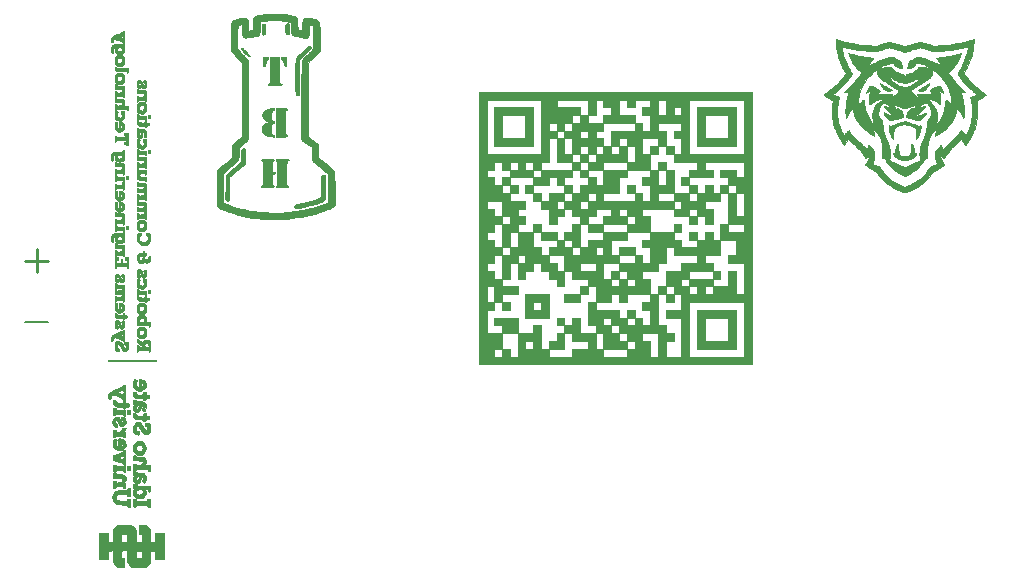
<source format=gbr>
G04 #@! TF.GenerationSoftware,KiCad,Pcbnew,(5.1.9)-1*
G04 #@! TF.CreationDate,2022-03-14T10:23:35-06:00*
G04 #@! TF.ProjectId,SensorBoard,53656e73-6f72-4426-9f61-72642e6b6963,rev?*
G04 #@! TF.SameCoordinates,Original*
G04 #@! TF.FileFunction,Legend,Bot*
G04 #@! TF.FilePolarity,Positive*
%FSLAX46Y46*%
G04 Gerber Fmt 4.6, Leading zero omitted, Abs format (unit mm)*
G04 Created by KiCad (PCBNEW (5.1.9)-1) date 2022-03-14 10:23:35*
%MOMM*%
%LPD*%
G01*
G04 APERTURE LIST*
%ADD10C,0.203200*%
%ADD11C,0.228600*%
%ADD12C,0.010000*%
G04 APERTURE END LIST*
D10*
X92967619Y-114381428D02*
X91032380Y-114381428D01*
D11*
X92967619Y-109181428D02*
X91032380Y-109181428D01*
X92000000Y-110149047D02*
X92000000Y-108213809D01*
D12*
G04 #@! TO.C,*
G36*
X129424545Y-117971455D02*
G01*
X152515454Y-117971455D01*
X152515454Y-112683636D01*
X151845818Y-112683636D01*
X151845818Y-117301818D01*
X147227636Y-117301818D01*
X147227636Y-112683636D01*
X151845818Y-112683636D01*
X152515454Y-112683636D01*
X152515454Y-109404727D01*
X151845818Y-109404727D01*
X151845818Y-112037091D01*
X151199273Y-112037091D01*
X151199273Y-110051273D01*
X150529636Y-110051273D01*
X150529636Y-111367455D01*
X149213454Y-111367455D01*
X149213454Y-112037091D01*
X148566909Y-112037091D01*
X148566909Y-111367455D01*
X147897273Y-111367455D01*
X147897273Y-112037091D01*
X147227636Y-112037091D01*
X147227636Y-111367455D01*
X147897273Y-111367455D01*
X148566909Y-111367455D01*
X149213454Y-111367455D01*
X149213454Y-110720909D01*
X147227636Y-110720909D01*
X147227636Y-111367455D01*
X146581091Y-111367455D01*
X146581091Y-110720909D01*
X147227636Y-110720909D01*
X147227636Y-110051273D01*
X149213454Y-110051273D01*
X149213454Y-109404727D01*
X148566909Y-109404727D01*
X148566909Y-108735091D01*
X147897273Y-108735091D01*
X147897273Y-109404727D01*
X146581091Y-109404727D01*
X146581091Y-110051273D01*
X145264909Y-110051273D01*
X145264909Y-111367455D01*
X145911454Y-111367455D01*
X145911454Y-112037091D01*
X146581091Y-112037091D01*
X146581091Y-113353273D01*
X145264909Y-113353273D01*
X145264909Y-114022909D01*
X146581091Y-114022909D01*
X146581091Y-117301818D01*
X145264909Y-117301818D01*
X145264909Y-115985636D01*
X145911454Y-115985636D01*
X145911454Y-115339091D01*
X145264909Y-115339091D01*
X144595273Y-115339091D01*
X144595273Y-117301818D01*
X143948727Y-117301818D01*
X143948727Y-115985636D01*
X143279091Y-115985636D01*
X142609454Y-115985636D01*
X142609454Y-116655273D01*
X141962909Y-116655273D01*
X141962909Y-117301818D01*
X139977091Y-117301818D01*
X139977091Y-116655273D01*
X141962909Y-116655273D01*
X141962909Y-115985636D01*
X142609454Y-115985636D01*
X143279091Y-115985636D01*
X143279091Y-115339091D01*
X141962909Y-115339091D01*
X141962909Y-115985636D01*
X141293273Y-115985636D01*
X141293273Y-115339091D01*
X141962909Y-115339091D01*
X143279091Y-115339091D01*
X144595273Y-115339091D01*
X145264909Y-115339091D01*
X145264909Y-114669455D01*
X144595273Y-114669455D01*
X144595273Y-112037091D01*
X143948727Y-112037091D01*
X143948727Y-112683636D01*
X143279091Y-112683636D01*
X143279091Y-113353273D01*
X143948727Y-113353273D01*
X143948727Y-114669455D01*
X143279091Y-114669455D01*
X143279091Y-114022909D01*
X142609454Y-114022909D01*
X142609454Y-114669455D01*
X141962909Y-114669455D01*
X141293273Y-114669455D01*
X141293273Y-115339091D01*
X140646727Y-115339091D01*
X139977091Y-115339091D01*
X139977091Y-116655273D01*
X139330545Y-116655273D01*
X139330545Y-115339091D01*
X139977091Y-115339091D01*
X140646727Y-115339091D01*
X140646727Y-114669455D01*
X141293273Y-114669455D01*
X141962909Y-114669455D01*
X141962909Y-114022909D01*
X141293273Y-114022909D01*
X140646727Y-114022909D01*
X140646727Y-114669455D01*
X139977091Y-114669455D01*
X139977091Y-114022909D01*
X140646727Y-114022909D01*
X141293273Y-114022909D01*
X141293273Y-113353273D01*
X139330545Y-113353273D01*
X139330545Y-112683636D01*
X140646727Y-112683636D01*
X140646727Y-112037091D01*
X141293273Y-112037091D01*
X141293273Y-112683636D01*
X141962909Y-112683636D01*
X141962909Y-112037091D01*
X143948727Y-112037091D01*
X143948727Y-110720909D01*
X143279091Y-110720909D01*
X142609454Y-110720909D01*
X142609454Y-111367455D01*
X141962909Y-111367455D01*
X141962909Y-110720909D01*
X142609454Y-110720909D01*
X143279091Y-110720909D01*
X143279091Y-110051273D01*
X141962909Y-110051273D01*
X141962909Y-110720909D01*
X141293273Y-110720909D01*
X141293273Y-111367455D01*
X140646727Y-111367455D01*
X140646727Y-110720909D01*
X139977091Y-110720909D01*
X139977091Y-109404727D01*
X139330545Y-109404727D01*
X139330545Y-110051273D01*
X137991273Y-110051273D01*
X137991273Y-109404727D01*
X139330545Y-109404727D01*
X139977091Y-109404727D01*
X141293273Y-109404727D01*
X141293273Y-110051273D01*
X141962909Y-110051273D01*
X143279091Y-110051273D01*
X144595273Y-110051273D01*
X144595273Y-109404727D01*
X145264909Y-109404727D01*
X145264909Y-108065455D01*
X145911454Y-108065455D01*
X145911454Y-108735091D01*
X147897273Y-108735091D01*
X148566909Y-108735091D01*
X149883091Y-108735091D01*
X149883091Y-107418909D01*
X151199273Y-107418909D01*
X151199273Y-108735091D01*
X150529636Y-108735091D01*
X150529636Y-109404727D01*
X151845818Y-109404727D01*
X152515454Y-109404727D01*
X152515454Y-106102727D01*
X151845818Y-106102727D01*
X151845818Y-106749273D01*
X150529636Y-106749273D01*
X150529636Y-106102727D01*
X151845818Y-106102727D01*
X152515454Y-106102727D01*
X152515454Y-103447273D01*
X151845818Y-103447273D01*
X151845818Y-105433091D01*
X151199273Y-105433091D01*
X151199273Y-103447273D01*
X151845818Y-103447273D01*
X152515454Y-103447273D01*
X152515454Y-100814909D01*
X151845818Y-100814909D01*
X151845818Y-102131091D01*
X151199273Y-102131091D01*
X151199273Y-101484546D01*
X149883091Y-101484546D01*
X149883091Y-102131091D01*
X150529636Y-102131091D01*
X150529636Y-102800727D01*
X151199273Y-102800727D01*
X151199273Y-103447273D01*
X150529636Y-103447273D01*
X150529636Y-106102727D01*
X149883091Y-106102727D01*
X149883091Y-107418909D01*
X149213454Y-107418909D01*
X149213454Y-106749273D01*
X148566909Y-106749273D01*
X148566909Y-107418909D01*
X147897273Y-107418909D01*
X147897273Y-108065455D01*
X146581091Y-108065455D01*
X146581091Y-107418909D01*
X145911454Y-107418909D01*
X145911454Y-106749273D01*
X143948727Y-106749273D01*
X143948727Y-107418909D01*
X143279091Y-107418909D01*
X143279091Y-108065455D01*
X143948727Y-108065455D01*
X143948727Y-109404727D01*
X143279091Y-109404727D01*
X143279091Y-108735091D01*
X142609454Y-108735091D01*
X142609454Y-109404727D01*
X141293273Y-109404727D01*
X141293273Y-108735091D01*
X140646727Y-108735091D01*
X140646727Y-108065455D01*
X139977091Y-108065455D01*
X139977091Y-108735091D01*
X139330545Y-108735091D01*
X139330545Y-108065455D01*
X139977091Y-108065455D01*
X140646727Y-108065455D01*
X140646727Y-107418909D01*
X141962909Y-107418909D01*
X141962909Y-106749273D01*
X139977091Y-106749273D01*
X139977091Y-107418909D01*
X138660909Y-107418909D01*
X138660909Y-108065455D01*
X137991273Y-108065455D01*
X137991273Y-108735091D01*
X137344727Y-108735091D01*
X137344727Y-108065455D01*
X136675091Y-108065455D01*
X136675091Y-107418909D01*
X136028545Y-107418909D01*
X136028545Y-108065455D01*
X135358909Y-108065455D01*
X135358909Y-108735091D01*
X136675091Y-108735091D01*
X136675091Y-110051273D01*
X137344727Y-110051273D01*
X137344727Y-110720909D01*
X138660909Y-110720909D01*
X138660909Y-111367455D01*
X139330545Y-111367455D01*
X139330545Y-112683636D01*
X138660909Y-112683636D01*
X138660909Y-114669455D01*
X139330545Y-114669455D01*
X139330545Y-115339091D01*
X137991273Y-115339091D01*
X137991273Y-114022909D01*
X137344727Y-114022909D01*
X137344727Y-114669455D01*
X136675091Y-114669455D01*
X136675091Y-115339091D01*
X137344727Y-115339091D01*
X137344727Y-115985636D01*
X138660909Y-115985636D01*
X138660909Y-116655273D01*
X137344727Y-116655273D01*
X137344727Y-117301818D01*
X135358909Y-117301818D01*
X135358909Y-116655273D01*
X134712364Y-116655273D01*
X134712364Y-115985636D01*
X134042727Y-115985636D01*
X134042727Y-116655273D01*
X133373091Y-116655273D01*
X133373091Y-115985636D01*
X134042727Y-115985636D01*
X134712364Y-115985636D01*
X134712364Y-114669455D01*
X134042727Y-114669455D01*
X134042727Y-115339091D01*
X132726545Y-115339091D01*
X132726545Y-117301818D01*
X132056909Y-117301818D01*
X132056909Y-116655273D01*
X131410364Y-116655273D01*
X131410364Y-117301818D01*
X130740727Y-117301818D01*
X130740727Y-116655273D01*
X131410364Y-116655273D01*
X131410364Y-115339091D01*
X130094182Y-115339091D01*
X130094182Y-113353273D01*
X130740727Y-113353273D01*
X130740727Y-112683636D01*
X131410364Y-112683636D01*
X131410364Y-112037091D01*
X132726545Y-112037091D01*
X132726545Y-111367455D01*
X131410364Y-111367455D01*
X130740727Y-111367455D01*
X130740727Y-112683636D01*
X130094182Y-112683636D01*
X130094182Y-111367455D01*
X130740727Y-111367455D01*
X131410364Y-111367455D01*
X131410364Y-110720909D01*
X130740727Y-110720909D01*
X130740727Y-110051273D01*
X130094182Y-110051273D01*
X130094182Y-109404727D01*
X130740727Y-109404727D01*
X130740727Y-108735091D01*
X131410364Y-108735091D01*
X131410364Y-108065455D01*
X132056909Y-108065455D01*
X132056909Y-106749273D01*
X132726545Y-106749273D01*
X132726545Y-106102727D01*
X133373091Y-106102727D01*
X133373091Y-105433091D01*
X132726545Y-105433091D01*
X132056909Y-105433091D01*
X132056909Y-106102727D01*
X131410364Y-106102727D01*
X131410364Y-108065455D01*
X130740727Y-108065455D01*
X130740727Y-107418909D01*
X130094182Y-107418909D01*
X130094182Y-106749273D01*
X130740727Y-106749273D01*
X130740727Y-106102727D01*
X131410364Y-106102727D01*
X131410364Y-105433091D01*
X132056909Y-105433091D01*
X132726545Y-105433091D01*
X132726545Y-104786546D01*
X133373091Y-104786546D01*
X133373091Y-104116909D01*
X132056909Y-104116909D01*
X131410364Y-104116909D01*
X131410364Y-105433091D01*
X130740727Y-105433091D01*
X130740727Y-104786546D01*
X130094182Y-104786546D01*
X130094182Y-104116909D01*
X131410364Y-104116909D01*
X132056909Y-104116909D01*
X132056909Y-103447273D01*
X131410364Y-103447273D01*
X131410364Y-102800727D01*
X130740727Y-102800727D01*
X130740727Y-102131091D01*
X130094182Y-102131091D01*
X130094182Y-101484546D01*
X130740727Y-101484546D01*
X130740727Y-100814909D01*
X131410364Y-100814909D01*
X131410364Y-101484546D01*
X132056909Y-101484546D01*
X132056909Y-102131091D01*
X134042727Y-102131091D01*
X134042727Y-101484546D01*
X134712364Y-101484546D01*
X134712364Y-100814909D01*
X134042727Y-100814909D01*
X134042727Y-101484546D01*
X133373091Y-101484546D01*
X133373091Y-100814909D01*
X132726545Y-100814909D01*
X132726545Y-101484546D01*
X132056909Y-101484546D01*
X132056909Y-100814909D01*
X132726545Y-100814909D01*
X133373091Y-100814909D01*
X134042727Y-100814909D01*
X134712364Y-100814909D01*
X135358909Y-100814909D01*
X135358909Y-98829091D01*
X136028545Y-98829091D01*
X136028545Y-98182546D01*
X136675091Y-98182546D01*
X136675091Y-97512909D01*
X136028545Y-97512909D01*
X136028545Y-98182546D01*
X135358909Y-98182546D01*
X135358909Y-97512909D01*
X136028545Y-97512909D01*
X136675091Y-97512909D01*
X137344727Y-97512909D01*
X137344727Y-96866364D01*
X137991273Y-96866364D01*
X137991273Y-96196727D01*
X136028545Y-96196727D01*
X136028545Y-95550182D01*
X134712364Y-95550182D01*
X134712364Y-100168364D01*
X130094182Y-100168364D01*
X130094182Y-95550182D01*
X134712364Y-95550182D01*
X136028545Y-95550182D01*
X138660909Y-95550182D01*
X138660909Y-96866364D01*
X139330545Y-96866364D01*
X139330545Y-95550182D01*
X139977091Y-95550182D01*
X139977091Y-96196727D01*
X140646727Y-96196727D01*
X140646727Y-96866364D01*
X139977091Y-96866364D01*
X139977091Y-97512909D01*
X142609454Y-97512909D01*
X142609454Y-98182546D01*
X140646727Y-98182546D01*
X140646727Y-99498727D01*
X141293273Y-99498727D01*
X141293273Y-98829091D01*
X141962909Y-98829091D01*
X141962909Y-99498727D01*
X142609454Y-99498727D01*
X142609454Y-100814909D01*
X141962909Y-100814909D01*
X141962909Y-101484546D01*
X143948727Y-101484546D01*
X143948727Y-100168364D01*
X143279091Y-100168364D01*
X143279091Y-98829091D01*
X144595273Y-98829091D01*
X144595273Y-99498727D01*
X145264909Y-99498727D01*
X145264909Y-98182546D01*
X144595273Y-98182546D01*
X144595273Y-97512909D01*
X146581091Y-97512909D01*
X146581091Y-98182546D01*
X145911454Y-98182546D01*
X145911454Y-98829091D01*
X146581091Y-98829091D01*
X146581091Y-100168364D01*
X145911454Y-100168364D01*
X145911454Y-100814909D01*
X147897273Y-100814909D01*
X147897273Y-101484546D01*
X147227636Y-101484546D01*
X147227636Y-102131091D01*
X149213454Y-102131091D01*
X149213454Y-101484546D01*
X148566909Y-101484546D01*
X148566909Y-100814909D01*
X151845818Y-100814909D01*
X152515454Y-100814909D01*
X152515454Y-95550182D01*
X151845818Y-95550182D01*
X151845818Y-100168364D01*
X147227636Y-100168364D01*
X147227636Y-96196727D01*
X146581091Y-96196727D01*
X146581091Y-96866364D01*
X145911454Y-96866364D01*
X145911454Y-96196727D01*
X146581091Y-96196727D01*
X147227636Y-96196727D01*
X147227636Y-95550182D01*
X145264909Y-95550182D01*
X145264909Y-96866364D01*
X144595273Y-96866364D01*
X144595273Y-95550182D01*
X143948727Y-95550182D01*
X143948727Y-96196727D01*
X143279091Y-96196727D01*
X143279091Y-96866364D01*
X143948727Y-96866364D01*
X143948727Y-98182546D01*
X143279091Y-98182546D01*
X143279091Y-97512909D01*
X142609454Y-97512909D01*
X142609454Y-96866364D01*
X141293273Y-96866364D01*
X141293273Y-95550182D01*
X141962909Y-95550182D01*
X141962909Y-96196727D01*
X142609454Y-96196727D01*
X142609454Y-95550182D01*
X143948727Y-95550182D01*
X144595273Y-95550182D01*
X145264909Y-95550182D01*
X147227636Y-95550182D01*
X151845818Y-95550182D01*
X152515454Y-95550182D01*
X152515454Y-94880546D01*
X129424545Y-94880546D01*
X129424545Y-117971455D01*
G37*
X129424545Y-117971455D02*
X152515454Y-117971455D01*
X152515454Y-112683636D01*
X151845818Y-112683636D01*
X151845818Y-117301818D01*
X147227636Y-117301818D01*
X147227636Y-112683636D01*
X151845818Y-112683636D01*
X152515454Y-112683636D01*
X152515454Y-109404727D01*
X151845818Y-109404727D01*
X151845818Y-112037091D01*
X151199273Y-112037091D01*
X151199273Y-110051273D01*
X150529636Y-110051273D01*
X150529636Y-111367455D01*
X149213454Y-111367455D01*
X149213454Y-112037091D01*
X148566909Y-112037091D01*
X148566909Y-111367455D01*
X147897273Y-111367455D01*
X147897273Y-112037091D01*
X147227636Y-112037091D01*
X147227636Y-111367455D01*
X147897273Y-111367455D01*
X148566909Y-111367455D01*
X149213454Y-111367455D01*
X149213454Y-110720909D01*
X147227636Y-110720909D01*
X147227636Y-111367455D01*
X146581091Y-111367455D01*
X146581091Y-110720909D01*
X147227636Y-110720909D01*
X147227636Y-110051273D01*
X149213454Y-110051273D01*
X149213454Y-109404727D01*
X148566909Y-109404727D01*
X148566909Y-108735091D01*
X147897273Y-108735091D01*
X147897273Y-109404727D01*
X146581091Y-109404727D01*
X146581091Y-110051273D01*
X145264909Y-110051273D01*
X145264909Y-111367455D01*
X145911454Y-111367455D01*
X145911454Y-112037091D01*
X146581091Y-112037091D01*
X146581091Y-113353273D01*
X145264909Y-113353273D01*
X145264909Y-114022909D01*
X146581091Y-114022909D01*
X146581091Y-117301818D01*
X145264909Y-117301818D01*
X145264909Y-115985636D01*
X145911454Y-115985636D01*
X145911454Y-115339091D01*
X145264909Y-115339091D01*
X144595273Y-115339091D01*
X144595273Y-117301818D01*
X143948727Y-117301818D01*
X143948727Y-115985636D01*
X143279091Y-115985636D01*
X142609454Y-115985636D01*
X142609454Y-116655273D01*
X141962909Y-116655273D01*
X141962909Y-117301818D01*
X139977091Y-117301818D01*
X139977091Y-116655273D01*
X141962909Y-116655273D01*
X141962909Y-115985636D01*
X142609454Y-115985636D01*
X143279091Y-115985636D01*
X143279091Y-115339091D01*
X141962909Y-115339091D01*
X141962909Y-115985636D01*
X141293273Y-115985636D01*
X141293273Y-115339091D01*
X141962909Y-115339091D01*
X143279091Y-115339091D01*
X144595273Y-115339091D01*
X145264909Y-115339091D01*
X145264909Y-114669455D01*
X144595273Y-114669455D01*
X144595273Y-112037091D01*
X143948727Y-112037091D01*
X143948727Y-112683636D01*
X143279091Y-112683636D01*
X143279091Y-113353273D01*
X143948727Y-113353273D01*
X143948727Y-114669455D01*
X143279091Y-114669455D01*
X143279091Y-114022909D01*
X142609454Y-114022909D01*
X142609454Y-114669455D01*
X141962909Y-114669455D01*
X141293273Y-114669455D01*
X141293273Y-115339091D01*
X140646727Y-115339091D01*
X139977091Y-115339091D01*
X139977091Y-116655273D01*
X139330545Y-116655273D01*
X139330545Y-115339091D01*
X139977091Y-115339091D01*
X140646727Y-115339091D01*
X140646727Y-114669455D01*
X141293273Y-114669455D01*
X141962909Y-114669455D01*
X141962909Y-114022909D01*
X141293273Y-114022909D01*
X140646727Y-114022909D01*
X140646727Y-114669455D01*
X139977091Y-114669455D01*
X139977091Y-114022909D01*
X140646727Y-114022909D01*
X141293273Y-114022909D01*
X141293273Y-113353273D01*
X139330545Y-113353273D01*
X139330545Y-112683636D01*
X140646727Y-112683636D01*
X140646727Y-112037091D01*
X141293273Y-112037091D01*
X141293273Y-112683636D01*
X141962909Y-112683636D01*
X141962909Y-112037091D01*
X143948727Y-112037091D01*
X143948727Y-110720909D01*
X143279091Y-110720909D01*
X142609454Y-110720909D01*
X142609454Y-111367455D01*
X141962909Y-111367455D01*
X141962909Y-110720909D01*
X142609454Y-110720909D01*
X143279091Y-110720909D01*
X143279091Y-110051273D01*
X141962909Y-110051273D01*
X141962909Y-110720909D01*
X141293273Y-110720909D01*
X141293273Y-111367455D01*
X140646727Y-111367455D01*
X140646727Y-110720909D01*
X139977091Y-110720909D01*
X139977091Y-109404727D01*
X139330545Y-109404727D01*
X139330545Y-110051273D01*
X137991273Y-110051273D01*
X137991273Y-109404727D01*
X139330545Y-109404727D01*
X139977091Y-109404727D01*
X141293273Y-109404727D01*
X141293273Y-110051273D01*
X141962909Y-110051273D01*
X143279091Y-110051273D01*
X144595273Y-110051273D01*
X144595273Y-109404727D01*
X145264909Y-109404727D01*
X145264909Y-108065455D01*
X145911454Y-108065455D01*
X145911454Y-108735091D01*
X147897273Y-108735091D01*
X148566909Y-108735091D01*
X149883091Y-108735091D01*
X149883091Y-107418909D01*
X151199273Y-107418909D01*
X151199273Y-108735091D01*
X150529636Y-108735091D01*
X150529636Y-109404727D01*
X151845818Y-109404727D01*
X152515454Y-109404727D01*
X152515454Y-106102727D01*
X151845818Y-106102727D01*
X151845818Y-106749273D01*
X150529636Y-106749273D01*
X150529636Y-106102727D01*
X151845818Y-106102727D01*
X152515454Y-106102727D01*
X152515454Y-103447273D01*
X151845818Y-103447273D01*
X151845818Y-105433091D01*
X151199273Y-105433091D01*
X151199273Y-103447273D01*
X151845818Y-103447273D01*
X152515454Y-103447273D01*
X152515454Y-100814909D01*
X151845818Y-100814909D01*
X151845818Y-102131091D01*
X151199273Y-102131091D01*
X151199273Y-101484546D01*
X149883091Y-101484546D01*
X149883091Y-102131091D01*
X150529636Y-102131091D01*
X150529636Y-102800727D01*
X151199273Y-102800727D01*
X151199273Y-103447273D01*
X150529636Y-103447273D01*
X150529636Y-106102727D01*
X149883091Y-106102727D01*
X149883091Y-107418909D01*
X149213454Y-107418909D01*
X149213454Y-106749273D01*
X148566909Y-106749273D01*
X148566909Y-107418909D01*
X147897273Y-107418909D01*
X147897273Y-108065455D01*
X146581091Y-108065455D01*
X146581091Y-107418909D01*
X145911454Y-107418909D01*
X145911454Y-106749273D01*
X143948727Y-106749273D01*
X143948727Y-107418909D01*
X143279091Y-107418909D01*
X143279091Y-108065455D01*
X143948727Y-108065455D01*
X143948727Y-109404727D01*
X143279091Y-109404727D01*
X143279091Y-108735091D01*
X142609454Y-108735091D01*
X142609454Y-109404727D01*
X141293273Y-109404727D01*
X141293273Y-108735091D01*
X140646727Y-108735091D01*
X140646727Y-108065455D01*
X139977091Y-108065455D01*
X139977091Y-108735091D01*
X139330545Y-108735091D01*
X139330545Y-108065455D01*
X139977091Y-108065455D01*
X140646727Y-108065455D01*
X140646727Y-107418909D01*
X141962909Y-107418909D01*
X141962909Y-106749273D01*
X139977091Y-106749273D01*
X139977091Y-107418909D01*
X138660909Y-107418909D01*
X138660909Y-108065455D01*
X137991273Y-108065455D01*
X137991273Y-108735091D01*
X137344727Y-108735091D01*
X137344727Y-108065455D01*
X136675091Y-108065455D01*
X136675091Y-107418909D01*
X136028545Y-107418909D01*
X136028545Y-108065455D01*
X135358909Y-108065455D01*
X135358909Y-108735091D01*
X136675091Y-108735091D01*
X136675091Y-110051273D01*
X137344727Y-110051273D01*
X137344727Y-110720909D01*
X138660909Y-110720909D01*
X138660909Y-111367455D01*
X139330545Y-111367455D01*
X139330545Y-112683636D01*
X138660909Y-112683636D01*
X138660909Y-114669455D01*
X139330545Y-114669455D01*
X139330545Y-115339091D01*
X137991273Y-115339091D01*
X137991273Y-114022909D01*
X137344727Y-114022909D01*
X137344727Y-114669455D01*
X136675091Y-114669455D01*
X136675091Y-115339091D01*
X137344727Y-115339091D01*
X137344727Y-115985636D01*
X138660909Y-115985636D01*
X138660909Y-116655273D01*
X137344727Y-116655273D01*
X137344727Y-117301818D01*
X135358909Y-117301818D01*
X135358909Y-116655273D01*
X134712364Y-116655273D01*
X134712364Y-115985636D01*
X134042727Y-115985636D01*
X134042727Y-116655273D01*
X133373091Y-116655273D01*
X133373091Y-115985636D01*
X134042727Y-115985636D01*
X134712364Y-115985636D01*
X134712364Y-114669455D01*
X134042727Y-114669455D01*
X134042727Y-115339091D01*
X132726545Y-115339091D01*
X132726545Y-117301818D01*
X132056909Y-117301818D01*
X132056909Y-116655273D01*
X131410364Y-116655273D01*
X131410364Y-117301818D01*
X130740727Y-117301818D01*
X130740727Y-116655273D01*
X131410364Y-116655273D01*
X131410364Y-115339091D01*
X130094182Y-115339091D01*
X130094182Y-113353273D01*
X130740727Y-113353273D01*
X130740727Y-112683636D01*
X131410364Y-112683636D01*
X131410364Y-112037091D01*
X132726545Y-112037091D01*
X132726545Y-111367455D01*
X131410364Y-111367455D01*
X130740727Y-111367455D01*
X130740727Y-112683636D01*
X130094182Y-112683636D01*
X130094182Y-111367455D01*
X130740727Y-111367455D01*
X131410364Y-111367455D01*
X131410364Y-110720909D01*
X130740727Y-110720909D01*
X130740727Y-110051273D01*
X130094182Y-110051273D01*
X130094182Y-109404727D01*
X130740727Y-109404727D01*
X130740727Y-108735091D01*
X131410364Y-108735091D01*
X131410364Y-108065455D01*
X132056909Y-108065455D01*
X132056909Y-106749273D01*
X132726545Y-106749273D01*
X132726545Y-106102727D01*
X133373091Y-106102727D01*
X133373091Y-105433091D01*
X132726545Y-105433091D01*
X132056909Y-105433091D01*
X132056909Y-106102727D01*
X131410364Y-106102727D01*
X131410364Y-108065455D01*
X130740727Y-108065455D01*
X130740727Y-107418909D01*
X130094182Y-107418909D01*
X130094182Y-106749273D01*
X130740727Y-106749273D01*
X130740727Y-106102727D01*
X131410364Y-106102727D01*
X131410364Y-105433091D01*
X132056909Y-105433091D01*
X132726545Y-105433091D01*
X132726545Y-104786546D01*
X133373091Y-104786546D01*
X133373091Y-104116909D01*
X132056909Y-104116909D01*
X131410364Y-104116909D01*
X131410364Y-105433091D01*
X130740727Y-105433091D01*
X130740727Y-104786546D01*
X130094182Y-104786546D01*
X130094182Y-104116909D01*
X131410364Y-104116909D01*
X132056909Y-104116909D01*
X132056909Y-103447273D01*
X131410364Y-103447273D01*
X131410364Y-102800727D01*
X130740727Y-102800727D01*
X130740727Y-102131091D01*
X130094182Y-102131091D01*
X130094182Y-101484546D01*
X130740727Y-101484546D01*
X130740727Y-100814909D01*
X131410364Y-100814909D01*
X131410364Y-101484546D01*
X132056909Y-101484546D01*
X132056909Y-102131091D01*
X134042727Y-102131091D01*
X134042727Y-101484546D01*
X134712364Y-101484546D01*
X134712364Y-100814909D01*
X134042727Y-100814909D01*
X134042727Y-101484546D01*
X133373091Y-101484546D01*
X133373091Y-100814909D01*
X132726545Y-100814909D01*
X132726545Y-101484546D01*
X132056909Y-101484546D01*
X132056909Y-100814909D01*
X132726545Y-100814909D01*
X133373091Y-100814909D01*
X134042727Y-100814909D01*
X134712364Y-100814909D01*
X135358909Y-100814909D01*
X135358909Y-98829091D01*
X136028545Y-98829091D01*
X136028545Y-98182546D01*
X136675091Y-98182546D01*
X136675091Y-97512909D01*
X136028545Y-97512909D01*
X136028545Y-98182546D01*
X135358909Y-98182546D01*
X135358909Y-97512909D01*
X136028545Y-97512909D01*
X136675091Y-97512909D01*
X137344727Y-97512909D01*
X137344727Y-96866364D01*
X137991273Y-96866364D01*
X137991273Y-96196727D01*
X136028545Y-96196727D01*
X136028545Y-95550182D01*
X134712364Y-95550182D01*
X134712364Y-100168364D01*
X130094182Y-100168364D01*
X130094182Y-95550182D01*
X134712364Y-95550182D01*
X136028545Y-95550182D01*
X138660909Y-95550182D01*
X138660909Y-96866364D01*
X139330545Y-96866364D01*
X139330545Y-95550182D01*
X139977091Y-95550182D01*
X139977091Y-96196727D01*
X140646727Y-96196727D01*
X140646727Y-96866364D01*
X139977091Y-96866364D01*
X139977091Y-97512909D01*
X142609454Y-97512909D01*
X142609454Y-98182546D01*
X140646727Y-98182546D01*
X140646727Y-99498727D01*
X141293273Y-99498727D01*
X141293273Y-98829091D01*
X141962909Y-98829091D01*
X141962909Y-99498727D01*
X142609454Y-99498727D01*
X142609454Y-100814909D01*
X141962909Y-100814909D01*
X141962909Y-101484546D01*
X143948727Y-101484546D01*
X143948727Y-100168364D01*
X143279091Y-100168364D01*
X143279091Y-98829091D01*
X144595273Y-98829091D01*
X144595273Y-99498727D01*
X145264909Y-99498727D01*
X145264909Y-98182546D01*
X144595273Y-98182546D01*
X144595273Y-97512909D01*
X146581091Y-97512909D01*
X146581091Y-98182546D01*
X145911454Y-98182546D01*
X145911454Y-98829091D01*
X146581091Y-98829091D01*
X146581091Y-100168364D01*
X145911454Y-100168364D01*
X145911454Y-100814909D01*
X147897273Y-100814909D01*
X147897273Y-101484546D01*
X147227636Y-101484546D01*
X147227636Y-102131091D01*
X149213454Y-102131091D01*
X149213454Y-101484546D01*
X148566909Y-101484546D01*
X148566909Y-100814909D01*
X151845818Y-100814909D01*
X152515454Y-100814909D01*
X152515454Y-95550182D01*
X151845818Y-95550182D01*
X151845818Y-100168364D01*
X147227636Y-100168364D01*
X147227636Y-96196727D01*
X146581091Y-96196727D01*
X146581091Y-96866364D01*
X145911454Y-96866364D01*
X145911454Y-96196727D01*
X146581091Y-96196727D01*
X147227636Y-96196727D01*
X147227636Y-95550182D01*
X145264909Y-95550182D01*
X145264909Y-96866364D01*
X144595273Y-96866364D01*
X144595273Y-95550182D01*
X143948727Y-95550182D01*
X143948727Y-96196727D01*
X143279091Y-96196727D01*
X143279091Y-96866364D01*
X143948727Y-96866364D01*
X143948727Y-98182546D01*
X143279091Y-98182546D01*
X143279091Y-97512909D01*
X142609454Y-97512909D01*
X142609454Y-96866364D01*
X141293273Y-96866364D01*
X141293273Y-95550182D01*
X141962909Y-95550182D01*
X141962909Y-96196727D01*
X142609454Y-96196727D01*
X142609454Y-95550182D01*
X143948727Y-95550182D01*
X144595273Y-95550182D01*
X145264909Y-95550182D01*
X147227636Y-95550182D01*
X151845818Y-95550182D01*
X152515454Y-95550182D01*
X152515454Y-94880546D01*
X129424545Y-94880546D01*
X129424545Y-117971455D01*
G36*
X147897273Y-116655273D02*
G01*
X151199273Y-116655273D01*
X151199273Y-114022909D01*
X150529636Y-114022909D01*
X150529636Y-115985636D01*
X148566909Y-115985636D01*
X148566909Y-114022909D01*
X150529636Y-114022909D01*
X151199273Y-114022909D01*
X151199273Y-113353273D01*
X147897273Y-113353273D01*
X147897273Y-116655273D01*
G37*
X147897273Y-116655273D02*
X151199273Y-116655273D01*
X151199273Y-114022909D01*
X150529636Y-114022909D01*
X150529636Y-115985636D01*
X148566909Y-115985636D01*
X148566909Y-114022909D01*
X150529636Y-114022909D01*
X151199273Y-114022909D01*
X151199273Y-113353273D01*
X147897273Y-113353273D01*
X147897273Y-116655273D01*
G36*
X136028545Y-115985636D02*
G01*
X135358909Y-115985636D01*
X135358909Y-116655273D01*
X136675091Y-116655273D01*
X136675091Y-115339091D01*
X136028545Y-115339091D01*
X136028545Y-115985636D01*
G37*
X136028545Y-115985636D02*
X135358909Y-115985636D01*
X135358909Y-116655273D01*
X136675091Y-116655273D01*
X136675091Y-115339091D01*
X136028545Y-115339091D01*
X136028545Y-115985636D01*
G36*
X130740727Y-114669455D02*
G01*
X131410364Y-114669455D01*
X131410364Y-115339091D01*
X132726545Y-115339091D01*
X132726545Y-114022909D01*
X130740727Y-114022909D01*
X130740727Y-114669455D01*
G37*
X130740727Y-114669455D02*
X131410364Y-114669455D01*
X131410364Y-115339091D01*
X132726545Y-115339091D01*
X132726545Y-114022909D01*
X130740727Y-114022909D01*
X130740727Y-114669455D01*
G36*
X136028545Y-114669455D02*
G01*
X136675091Y-114669455D01*
X136675091Y-114022909D01*
X136028545Y-114022909D01*
X136028545Y-114669455D01*
G37*
X136028545Y-114669455D02*
X136675091Y-114669455D01*
X136675091Y-114022909D01*
X136028545Y-114022909D01*
X136028545Y-114669455D01*
G36*
X141962909Y-114022909D02*
G01*
X142609454Y-114022909D01*
X142609454Y-113353273D01*
X141962909Y-113353273D01*
X141962909Y-114022909D01*
G37*
X141962909Y-114022909D02*
X142609454Y-114022909D01*
X142609454Y-113353273D01*
X141962909Y-113353273D01*
X141962909Y-114022909D01*
G36*
X133373091Y-114022909D02*
G01*
X135358909Y-114022909D01*
X135358909Y-112683636D01*
X134712364Y-112683636D01*
X134712364Y-113353273D01*
X134042727Y-113353273D01*
X134042727Y-112683636D01*
X134712364Y-112683636D01*
X135358909Y-112683636D01*
X135358909Y-112037091D01*
X133373091Y-112037091D01*
X133373091Y-114022909D01*
G37*
X133373091Y-114022909D02*
X135358909Y-114022909D01*
X135358909Y-112683636D01*
X134712364Y-112683636D01*
X134712364Y-113353273D01*
X134042727Y-113353273D01*
X134042727Y-112683636D01*
X134712364Y-112683636D01*
X135358909Y-112683636D01*
X135358909Y-112037091D01*
X133373091Y-112037091D01*
X133373091Y-114022909D01*
G36*
X131410364Y-113353273D02*
G01*
X132056909Y-113353273D01*
X132056909Y-112683636D01*
X131410364Y-112683636D01*
X131410364Y-113353273D01*
G37*
X131410364Y-113353273D02*
X132056909Y-113353273D01*
X132056909Y-112683636D01*
X131410364Y-112683636D01*
X131410364Y-113353273D01*
G36*
X145264909Y-112683636D02*
G01*
X145911454Y-112683636D01*
X145911454Y-112037091D01*
X145264909Y-112037091D01*
X145264909Y-112683636D01*
G37*
X145264909Y-112683636D02*
X145911454Y-112683636D01*
X145911454Y-112037091D01*
X145264909Y-112037091D01*
X145264909Y-112683636D01*
G36*
X144595273Y-112037091D02*
G01*
X145264909Y-112037091D01*
X145264909Y-111367455D01*
X144595273Y-111367455D01*
X144595273Y-112037091D01*
G37*
X144595273Y-112037091D02*
X145264909Y-112037091D01*
X145264909Y-111367455D01*
X144595273Y-111367455D01*
X144595273Y-112037091D01*
G36*
X136675091Y-112683636D02*
G01*
X137991273Y-112683636D01*
X137991273Y-112037091D01*
X136675091Y-112037091D01*
X136675091Y-112683636D01*
G37*
X136675091Y-112683636D02*
X137991273Y-112683636D01*
X137991273Y-112037091D01*
X136675091Y-112037091D01*
X136675091Y-112683636D01*
G36*
X137991273Y-112037091D02*
G01*
X138660909Y-112037091D01*
X138660909Y-111367455D01*
X137991273Y-111367455D01*
X137991273Y-112037091D01*
G37*
X137991273Y-112037091D02*
X138660909Y-112037091D01*
X138660909Y-111367455D01*
X137991273Y-111367455D01*
X137991273Y-112037091D01*
G36*
X132726545Y-108065455D02*
G01*
X132056909Y-108065455D01*
X132056909Y-108735091D01*
X131410364Y-108735091D01*
X131410364Y-110720909D01*
X132056909Y-110720909D01*
X132056909Y-109404727D01*
X132726545Y-109404727D01*
X132726545Y-110720909D01*
X133373091Y-110720909D01*
X133373091Y-110051273D01*
X134042727Y-110051273D01*
X134042727Y-109404727D01*
X134712364Y-109404727D01*
X134712364Y-110051273D01*
X135358909Y-110051273D01*
X135358909Y-110720909D01*
X136028545Y-110720909D01*
X136028545Y-111367455D01*
X136675091Y-111367455D01*
X136675091Y-110051273D01*
X136028545Y-110051273D01*
X136028545Y-109404727D01*
X135358909Y-109404727D01*
X135358909Y-108735091D01*
X134712364Y-108735091D01*
X133373091Y-108735091D01*
X133373091Y-109404727D01*
X132726545Y-109404727D01*
X132726545Y-108735091D01*
X133373091Y-108735091D01*
X134712364Y-108735091D01*
X134712364Y-108065455D01*
X134042727Y-108065455D01*
X134042727Y-106749273D01*
X132726545Y-106749273D01*
X132726545Y-108065455D01*
G37*
X132726545Y-108065455D02*
X132056909Y-108065455D01*
X132056909Y-108735091D01*
X131410364Y-108735091D01*
X131410364Y-110720909D01*
X132056909Y-110720909D01*
X132056909Y-109404727D01*
X132726545Y-109404727D01*
X132726545Y-110720909D01*
X133373091Y-110720909D01*
X133373091Y-110051273D01*
X134042727Y-110051273D01*
X134042727Y-109404727D01*
X134712364Y-109404727D01*
X134712364Y-110051273D01*
X135358909Y-110051273D01*
X135358909Y-110720909D01*
X136028545Y-110720909D01*
X136028545Y-111367455D01*
X136675091Y-111367455D01*
X136675091Y-110051273D01*
X136028545Y-110051273D01*
X136028545Y-109404727D01*
X135358909Y-109404727D01*
X135358909Y-108735091D01*
X134712364Y-108735091D01*
X133373091Y-108735091D01*
X133373091Y-109404727D01*
X132726545Y-109404727D01*
X132726545Y-108735091D01*
X133373091Y-108735091D01*
X134712364Y-108735091D01*
X134712364Y-108065455D01*
X134042727Y-108065455D01*
X134042727Y-106749273D01*
X132726545Y-106749273D01*
X132726545Y-108065455D01*
G36*
X134712364Y-107418909D02*
G01*
X136028545Y-107418909D01*
X136028545Y-106749273D01*
X134712364Y-106749273D01*
X134712364Y-107418909D01*
G37*
X134712364Y-107418909D02*
X136028545Y-107418909D01*
X136028545Y-106749273D01*
X134712364Y-106749273D01*
X134712364Y-107418909D01*
G36*
X134042727Y-106749273D02*
G01*
X134712364Y-106749273D01*
X134712364Y-106102727D01*
X134042727Y-106102727D01*
X134042727Y-106749273D01*
G37*
X134042727Y-106749273D02*
X134712364Y-106749273D01*
X134712364Y-106102727D01*
X134042727Y-106102727D01*
X134042727Y-106749273D01*
G36*
X149213454Y-110720909D02*
G01*
X149883091Y-110720909D01*
X149883091Y-110051273D01*
X149213454Y-110051273D01*
X149213454Y-110720909D01*
G37*
X149213454Y-110720909D02*
X149883091Y-110720909D01*
X149883091Y-110051273D01*
X149213454Y-110051273D01*
X149213454Y-110720909D01*
G36*
X140646727Y-110720909D02*
G01*
X141293273Y-110720909D01*
X141293273Y-110051273D01*
X140646727Y-110051273D01*
X140646727Y-110720909D01*
G37*
X140646727Y-110720909D02*
X141293273Y-110720909D01*
X141293273Y-110051273D01*
X140646727Y-110051273D01*
X140646727Y-110720909D01*
G36*
X141293273Y-108735091D02*
G01*
X142609454Y-108735091D01*
X142609454Y-108065455D01*
X141293273Y-108065455D01*
X141293273Y-108735091D01*
G37*
X141293273Y-108735091D02*
X142609454Y-108735091D01*
X142609454Y-108065455D01*
X141293273Y-108065455D01*
X141293273Y-108735091D01*
G36*
X137344727Y-106749273D02*
G01*
X136675091Y-106749273D01*
X136675091Y-107418909D01*
X137344727Y-107418909D01*
X137344727Y-108065455D01*
X137991273Y-108065455D01*
X137991273Y-106102727D01*
X137344727Y-106102727D01*
X137344727Y-106749273D01*
G37*
X137344727Y-106749273D02*
X136675091Y-106749273D01*
X136675091Y-107418909D01*
X137344727Y-107418909D01*
X137344727Y-108065455D01*
X137991273Y-108065455D01*
X137991273Y-106102727D01*
X137344727Y-106102727D01*
X137344727Y-106749273D01*
G36*
X149883091Y-103447273D02*
G01*
X150529636Y-103447273D01*
X150529636Y-102800727D01*
X149883091Y-102800727D01*
X149883091Y-103447273D01*
G37*
X149883091Y-103447273D02*
X150529636Y-103447273D01*
X150529636Y-102800727D01*
X149883091Y-102800727D01*
X149883091Y-103447273D01*
G36*
X146581091Y-102800727D02*
G01*
X147227636Y-102800727D01*
X147227636Y-102131091D01*
X146581091Y-102131091D01*
X146581091Y-102800727D01*
G37*
X146581091Y-102800727D02*
X147227636Y-102800727D01*
X147227636Y-102131091D01*
X146581091Y-102131091D01*
X146581091Y-102800727D01*
G36*
X143948727Y-101484546D02*
G01*
X143948727Y-102131091D01*
X143279091Y-102131091D01*
X143279091Y-102800727D01*
X143948727Y-102800727D01*
X143948727Y-104116909D01*
X143279091Y-104116909D01*
X143279091Y-103447273D01*
X142609454Y-103447273D01*
X142609454Y-104116909D01*
X139977091Y-104116909D01*
X139977091Y-103447273D01*
X139330545Y-103447273D01*
X139330545Y-104116909D01*
X138660909Y-104116909D01*
X138660909Y-104786546D01*
X137991273Y-104786546D01*
X137991273Y-104116909D01*
X138660909Y-104116909D01*
X138660909Y-103447273D01*
X139330545Y-103447273D01*
X139977091Y-103447273D01*
X141293273Y-103447273D01*
X141293273Y-102131091D01*
X141962909Y-102131091D01*
X141962909Y-101484546D01*
X139977091Y-101484546D01*
X139977091Y-102800727D01*
X139330545Y-102800727D01*
X139330545Y-102131091D01*
X138660909Y-102131091D01*
X138660909Y-102800727D01*
X137991273Y-102800727D01*
X137991273Y-103447273D01*
X137344727Y-103447273D01*
X137344727Y-104116909D01*
X136675091Y-104116909D01*
X136675091Y-104786546D01*
X136028545Y-104786546D01*
X136028545Y-104116909D01*
X136675091Y-104116909D01*
X136675091Y-103447273D01*
X135358909Y-103447273D01*
X135358909Y-104116909D01*
X134712364Y-104116909D01*
X134712364Y-103447273D01*
X134042727Y-103447273D01*
X134042727Y-102800727D01*
X135358909Y-102800727D01*
X135358909Y-102131091D01*
X136028545Y-102131091D01*
X136028545Y-102800727D01*
X136675091Y-102800727D01*
X136675091Y-102131091D01*
X137344727Y-102131091D01*
X137344727Y-101484546D01*
X137991273Y-101484546D01*
X137991273Y-100814909D01*
X137344727Y-100814909D01*
X137344727Y-100168364D01*
X137991273Y-100168364D01*
X137991273Y-99498727D01*
X138660909Y-99498727D01*
X138660909Y-100168364D01*
X139330545Y-100168364D01*
X139330545Y-100814909D01*
X138660909Y-100814909D01*
X138660909Y-101484546D01*
X139977091Y-101484546D01*
X139977091Y-100814909D01*
X141962909Y-100814909D01*
X141962909Y-99498727D01*
X141293273Y-99498727D01*
X141293273Y-100168364D01*
X140646727Y-100168364D01*
X140646727Y-99498727D01*
X139977091Y-99498727D01*
X139977091Y-100168364D01*
X139330545Y-100168364D01*
X139330545Y-99498727D01*
X139977091Y-99498727D01*
X139977091Y-98829091D01*
X139330545Y-98829091D01*
X139330545Y-98182546D01*
X138660909Y-98182546D01*
X138660909Y-98829091D01*
X137991273Y-98829091D01*
X137344727Y-98829091D01*
X137344727Y-100168364D01*
X136675091Y-100168364D01*
X136675091Y-98829091D01*
X137344727Y-98829091D01*
X137991273Y-98829091D01*
X137991273Y-98182546D01*
X138660909Y-98182546D01*
X139330545Y-98182546D01*
X139977091Y-98182546D01*
X139977091Y-97512909D01*
X138660909Y-97512909D01*
X138660909Y-96866364D01*
X137991273Y-96866364D01*
X137991273Y-97512909D01*
X137344727Y-97512909D01*
X137344727Y-98182546D01*
X136675091Y-98182546D01*
X136675091Y-98829091D01*
X136028545Y-98829091D01*
X136028545Y-100814909D01*
X137344727Y-100814909D01*
X137344727Y-101484546D01*
X134712364Y-101484546D01*
X134712364Y-102131091D01*
X134042727Y-102131091D01*
X134042727Y-102800727D01*
X133373091Y-102800727D01*
X133373091Y-103447273D01*
X134042727Y-103447273D01*
X134042727Y-104116909D01*
X134712364Y-104116909D01*
X134712364Y-104786546D01*
X135358909Y-104786546D01*
X135358909Y-106102727D01*
X136028545Y-106102727D01*
X136028545Y-105433091D01*
X136675091Y-105433091D01*
X136675091Y-104786546D01*
X137344727Y-104786546D01*
X137344727Y-105433091D01*
X137991273Y-105433091D01*
X137991273Y-106102727D01*
X138660909Y-106102727D01*
X138660909Y-106749273D01*
X139977091Y-106749273D01*
X139977091Y-106102727D01*
X141962909Y-106102727D01*
X141962909Y-106749273D01*
X143948727Y-106749273D01*
X143948727Y-105433091D01*
X143279091Y-105433091D01*
X142609454Y-105433091D01*
X142609454Y-106102727D01*
X141962909Y-106102727D01*
X141962909Y-105433091D01*
X142609454Y-105433091D01*
X143279091Y-105433091D01*
X143279091Y-104786546D01*
X141962909Y-104786546D01*
X141962909Y-105433091D01*
X141293273Y-105433091D01*
X141293273Y-104786546D01*
X140646727Y-104786546D01*
X140646727Y-105433091D01*
X139977091Y-105433091D01*
X139977091Y-106102727D01*
X138660909Y-106102727D01*
X138660909Y-105433091D01*
X139330545Y-105433091D01*
X139330545Y-104786546D01*
X140646727Y-104786546D01*
X141293273Y-104786546D01*
X141962909Y-104786546D01*
X143279091Y-104786546D01*
X145911454Y-104786546D01*
X145911454Y-105433091D01*
X147227636Y-105433091D01*
X147227636Y-106102727D01*
X147897273Y-106102727D01*
X147897273Y-105433091D01*
X148566909Y-105433091D01*
X148566909Y-106102727D01*
X149213454Y-106102727D01*
X149213454Y-104786546D01*
X148566909Y-104786546D01*
X147897273Y-104786546D01*
X147897273Y-105433091D01*
X147227636Y-105433091D01*
X147227636Y-104786546D01*
X147897273Y-104786546D01*
X148566909Y-104786546D01*
X148566909Y-104116909D01*
X149883091Y-104116909D01*
X149883091Y-103447273D01*
X149213454Y-103447273D01*
X149213454Y-102800727D01*
X148566909Y-102800727D01*
X148566909Y-103447273D01*
X147897273Y-103447273D01*
X147897273Y-104116909D01*
X147227636Y-104116909D01*
X146581091Y-104116909D01*
X146581091Y-104786546D01*
X145911454Y-104786546D01*
X145911454Y-104116909D01*
X146581091Y-104116909D01*
X147227636Y-104116909D01*
X147227636Y-103447273D01*
X147897273Y-103447273D01*
X147897273Y-102800727D01*
X147227636Y-102800727D01*
X147227636Y-103447273D01*
X145911454Y-103447273D01*
X145911454Y-104116909D01*
X144595273Y-104116909D01*
X144595273Y-103447273D01*
X145911454Y-103447273D01*
X145911454Y-101484546D01*
X145264909Y-101484546D01*
X145264909Y-102800727D01*
X144595273Y-102800727D01*
X144595273Y-101484546D01*
X145264909Y-101484546D01*
X145264909Y-100814909D01*
X144595273Y-100814909D01*
X144595273Y-101484546D01*
X143948727Y-101484546D01*
G37*
X143948727Y-101484546D02*
X143948727Y-102131091D01*
X143279091Y-102131091D01*
X143279091Y-102800727D01*
X143948727Y-102800727D01*
X143948727Y-104116909D01*
X143279091Y-104116909D01*
X143279091Y-103447273D01*
X142609454Y-103447273D01*
X142609454Y-104116909D01*
X139977091Y-104116909D01*
X139977091Y-103447273D01*
X139330545Y-103447273D01*
X139330545Y-104116909D01*
X138660909Y-104116909D01*
X138660909Y-104786546D01*
X137991273Y-104786546D01*
X137991273Y-104116909D01*
X138660909Y-104116909D01*
X138660909Y-103447273D01*
X139330545Y-103447273D01*
X139977091Y-103447273D01*
X141293273Y-103447273D01*
X141293273Y-102131091D01*
X141962909Y-102131091D01*
X141962909Y-101484546D01*
X139977091Y-101484546D01*
X139977091Y-102800727D01*
X139330545Y-102800727D01*
X139330545Y-102131091D01*
X138660909Y-102131091D01*
X138660909Y-102800727D01*
X137991273Y-102800727D01*
X137991273Y-103447273D01*
X137344727Y-103447273D01*
X137344727Y-104116909D01*
X136675091Y-104116909D01*
X136675091Y-104786546D01*
X136028545Y-104786546D01*
X136028545Y-104116909D01*
X136675091Y-104116909D01*
X136675091Y-103447273D01*
X135358909Y-103447273D01*
X135358909Y-104116909D01*
X134712364Y-104116909D01*
X134712364Y-103447273D01*
X134042727Y-103447273D01*
X134042727Y-102800727D01*
X135358909Y-102800727D01*
X135358909Y-102131091D01*
X136028545Y-102131091D01*
X136028545Y-102800727D01*
X136675091Y-102800727D01*
X136675091Y-102131091D01*
X137344727Y-102131091D01*
X137344727Y-101484546D01*
X137991273Y-101484546D01*
X137991273Y-100814909D01*
X137344727Y-100814909D01*
X137344727Y-100168364D01*
X137991273Y-100168364D01*
X137991273Y-99498727D01*
X138660909Y-99498727D01*
X138660909Y-100168364D01*
X139330545Y-100168364D01*
X139330545Y-100814909D01*
X138660909Y-100814909D01*
X138660909Y-101484546D01*
X139977091Y-101484546D01*
X139977091Y-100814909D01*
X141962909Y-100814909D01*
X141962909Y-99498727D01*
X141293273Y-99498727D01*
X141293273Y-100168364D01*
X140646727Y-100168364D01*
X140646727Y-99498727D01*
X139977091Y-99498727D01*
X139977091Y-100168364D01*
X139330545Y-100168364D01*
X139330545Y-99498727D01*
X139977091Y-99498727D01*
X139977091Y-98829091D01*
X139330545Y-98829091D01*
X139330545Y-98182546D01*
X138660909Y-98182546D01*
X138660909Y-98829091D01*
X137991273Y-98829091D01*
X137344727Y-98829091D01*
X137344727Y-100168364D01*
X136675091Y-100168364D01*
X136675091Y-98829091D01*
X137344727Y-98829091D01*
X137991273Y-98829091D01*
X137991273Y-98182546D01*
X138660909Y-98182546D01*
X139330545Y-98182546D01*
X139977091Y-98182546D01*
X139977091Y-97512909D01*
X138660909Y-97512909D01*
X138660909Y-96866364D01*
X137991273Y-96866364D01*
X137991273Y-97512909D01*
X137344727Y-97512909D01*
X137344727Y-98182546D01*
X136675091Y-98182546D01*
X136675091Y-98829091D01*
X136028545Y-98829091D01*
X136028545Y-100814909D01*
X137344727Y-100814909D01*
X137344727Y-101484546D01*
X134712364Y-101484546D01*
X134712364Y-102131091D01*
X134042727Y-102131091D01*
X134042727Y-102800727D01*
X133373091Y-102800727D01*
X133373091Y-103447273D01*
X134042727Y-103447273D01*
X134042727Y-104116909D01*
X134712364Y-104116909D01*
X134712364Y-104786546D01*
X135358909Y-104786546D01*
X135358909Y-106102727D01*
X136028545Y-106102727D01*
X136028545Y-105433091D01*
X136675091Y-105433091D01*
X136675091Y-104786546D01*
X137344727Y-104786546D01*
X137344727Y-105433091D01*
X137991273Y-105433091D01*
X137991273Y-106102727D01*
X138660909Y-106102727D01*
X138660909Y-106749273D01*
X139977091Y-106749273D01*
X139977091Y-106102727D01*
X141962909Y-106102727D01*
X141962909Y-106749273D01*
X143948727Y-106749273D01*
X143948727Y-105433091D01*
X143279091Y-105433091D01*
X142609454Y-105433091D01*
X142609454Y-106102727D01*
X141962909Y-106102727D01*
X141962909Y-105433091D01*
X142609454Y-105433091D01*
X143279091Y-105433091D01*
X143279091Y-104786546D01*
X141962909Y-104786546D01*
X141962909Y-105433091D01*
X141293273Y-105433091D01*
X141293273Y-104786546D01*
X140646727Y-104786546D01*
X140646727Y-105433091D01*
X139977091Y-105433091D01*
X139977091Y-106102727D01*
X138660909Y-106102727D01*
X138660909Y-105433091D01*
X139330545Y-105433091D01*
X139330545Y-104786546D01*
X140646727Y-104786546D01*
X141293273Y-104786546D01*
X141962909Y-104786546D01*
X143279091Y-104786546D01*
X145911454Y-104786546D01*
X145911454Y-105433091D01*
X147227636Y-105433091D01*
X147227636Y-106102727D01*
X147897273Y-106102727D01*
X147897273Y-105433091D01*
X148566909Y-105433091D01*
X148566909Y-106102727D01*
X149213454Y-106102727D01*
X149213454Y-104786546D01*
X148566909Y-104786546D01*
X147897273Y-104786546D01*
X147897273Y-105433091D01*
X147227636Y-105433091D01*
X147227636Y-104786546D01*
X147897273Y-104786546D01*
X148566909Y-104786546D01*
X148566909Y-104116909D01*
X149883091Y-104116909D01*
X149883091Y-103447273D01*
X149213454Y-103447273D01*
X149213454Y-102800727D01*
X148566909Y-102800727D01*
X148566909Y-103447273D01*
X147897273Y-103447273D01*
X147897273Y-104116909D01*
X147227636Y-104116909D01*
X146581091Y-104116909D01*
X146581091Y-104786546D01*
X145911454Y-104786546D01*
X145911454Y-104116909D01*
X146581091Y-104116909D01*
X147227636Y-104116909D01*
X147227636Y-103447273D01*
X147897273Y-103447273D01*
X147897273Y-102800727D01*
X147227636Y-102800727D01*
X147227636Y-103447273D01*
X145911454Y-103447273D01*
X145911454Y-104116909D01*
X144595273Y-104116909D01*
X144595273Y-103447273D01*
X145911454Y-103447273D01*
X145911454Y-101484546D01*
X145264909Y-101484546D01*
X145264909Y-102800727D01*
X144595273Y-102800727D01*
X144595273Y-101484546D01*
X145264909Y-101484546D01*
X145264909Y-100814909D01*
X144595273Y-100814909D01*
X144595273Y-101484546D01*
X143948727Y-101484546D01*
G36*
X141962909Y-103447273D02*
G01*
X142609454Y-103447273D01*
X142609454Y-102800727D01*
X141962909Y-102800727D01*
X141962909Y-103447273D01*
G37*
X141962909Y-103447273D02*
X142609454Y-103447273D01*
X142609454Y-102800727D01*
X141962909Y-102800727D01*
X141962909Y-103447273D01*
G36*
X147227636Y-107418909D02*
G01*
X147897273Y-107418909D01*
X147897273Y-106749273D01*
X147227636Y-106749273D01*
X147227636Y-107418909D01*
G37*
X147227636Y-107418909D02*
X147897273Y-107418909D01*
X147897273Y-106749273D01*
X147227636Y-106749273D01*
X147227636Y-107418909D01*
G36*
X145911454Y-106749273D02*
G01*
X146581091Y-106749273D01*
X146581091Y-106102727D01*
X145911454Y-106102727D01*
X145911454Y-106749273D01*
G37*
X145911454Y-106749273D02*
X146581091Y-106749273D01*
X146581091Y-106102727D01*
X145911454Y-106102727D01*
X145911454Y-106749273D01*
G36*
X132056909Y-103447273D02*
G01*
X132726545Y-103447273D01*
X132726545Y-102800727D01*
X132056909Y-102800727D01*
X132056909Y-103447273D01*
G37*
X132056909Y-103447273D02*
X132726545Y-103447273D01*
X132726545Y-102800727D01*
X132056909Y-102800727D01*
X132056909Y-103447273D01*
G36*
X131410364Y-102800727D02*
G01*
X132056909Y-102800727D01*
X132056909Y-102131091D01*
X131410364Y-102131091D01*
X131410364Y-102800727D01*
G37*
X131410364Y-102800727D02*
X132056909Y-102800727D01*
X132056909Y-102131091D01*
X131410364Y-102131091D01*
X131410364Y-102800727D01*
G36*
X145264909Y-100168364D02*
G01*
X145911454Y-100168364D01*
X145911454Y-99498727D01*
X145264909Y-99498727D01*
X145264909Y-100168364D01*
G37*
X145264909Y-100168364D02*
X145911454Y-100168364D01*
X145911454Y-99498727D01*
X145264909Y-99498727D01*
X145264909Y-100168364D01*
G36*
X143948727Y-100168364D02*
G01*
X144595273Y-100168364D01*
X144595273Y-99498727D01*
X143948727Y-99498727D01*
X143948727Y-100168364D01*
G37*
X143948727Y-100168364D02*
X144595273Y-100168364D01*
X144595273Y-99498727D01*
X143948727Y-99498727D01*
X143948727Y-100168364D01*
G36*
X147897273Y-99498727D02*
G01*
X151199273Y-99498727D01*
X151199273Y-96866364D01*
X150529636Y-96866364D01*
X150529636Y-98829091D01*
X148566909Y-98829091D01*
X148566909Y-96866364D01*
X150529636Y-96866364D01*
X151199273Y-96866364D01*
X151199273Y-96196727D01*
X147897273Y-96196727D01*
X147897273Y-99498727D01*
G37*
X147897273Y-99498727D02*
X151199273Y-99498727D01*
X151199273Y-96866364D01*
X150529636Y-96866364D01*
X150529636Y-98829091D01*
X148566909Y-98829091D01*
X148566909Y-96866364D01*
X150529636Y-96866364D01*
X151199273Y-96866364D01*
X151199273Y-96196727D01*
X147897273Y-96196727D01*
X147897273Y-99498727D01*
G36*
X130740727Y-99498727D02*
G01*
X134042727Y-99498727D01*
X134042727Y-96866364D01*
X133373091Y-96866364D01*
X133373091Y-98829091D01*
X131410364Y-98829091D01*
X131410364Y-96866364D01*
X133373091Y-96866364D01*
X134042727Y-96866364D01*
X134042727Y-96196727D01*
X130740727Y-96196727D01*
X130740727Y-99498727D01*
G37*
X130740727Y-99498727D02*
X134042727Y-99498727D01*
X134042727Y-96866364D01*
X133373091Y-96866364D01*
X133373091Y-98829091D01*
X131410364Y-98829091D01*
X131410364Y-96866364D01*
X133373091Y-96866364D01*
X134042727Y-96866364D01*
X134042727Y-96196727D01*
X130740727Y-96196727D01*
X130740727Y-99498727D01*
G36*
X136675091Y-103447273D02*
G01*
X137344727Y-103447273D01*
X137344727Y-102800727D01*
X136675091Y-102800727D01*
X136675091Y-103447273D01*
G37*
X136675091Y-103447273D02*
X137344727Y-103447273D01*
X137344727Y-102800727D01*
X136675091Y-102800727D01*
X136675091Y-103447273D01*
G36*
X137991273Y-102131091D02*
G01*
X138660909Y-102131091D01*
X138660909Y-101484546D01*
X137991273Y-101484546D01*
X137991273Y-102131091D01*
G37*
X137991273Y-102131091D02*
X138660909Y-102131091D01*
X138660909Y-101484546D01*
X137991273Y-101484546D01*
X137991273Y-102131091D01*
G36*
X137991273Y-100814909D02*
G01*
X138660909Y-100814909D01*
X138660909Y-100168364D01*
X137991273Y-100168364D01*
X137991273Y-100814909D01*
G37*
X137991273Y-100814909D02*
X138660909Y-100814909D01*
X138660909Y-100168364D01*
X137991273Y-100168364D01*
X137991273Y-100814909D01*
G04 #@! TO.C,G\u002A\u002A\u002A*
G36*
X113096313Y-89116716D02*
G01*
X113066875Y-89159600D01*
X113046834Y-89224191D01*
X113035296Y-89317696D01*
X113031365Y-89447323D01*
X113034090Y-89618289D01*
X113039253Y-89750402D01*
X113046675Y-89841801D01*
X113058018Y-89902570D01*
X113074944Y-89942790D01*
X113091087Y-89964210D01*
X113161849Y-90009916D01*
X113240526Y-90009333D01*
X113309400Y-89966800D01*
X113329428Y-89942575D01*
X113343406Y-89910842D01*
X113352404Y-89862787D01*
X113357490Y-89789601D01*
X113357768Y-89776300D01*
X113334800Y-89776300D01*
X113322100Y-89789000D01*
X113309400Y-89776300D01*
X113322100Y-89763600D01*
X113334800Y-89776300D01*
X113357768Y-89776300D01*
X113359732Y-89682469D01*
X113360200Y-89547700D01*
X113359622Y-89401924D01*
X113357173Y-89298131D01*
X113351786Y-89227507D01*
X113342392Y-89181241D01*
X113327925Y-89150521D01*
X113309400Y-89128600D01*
X113238339Y-89086335D01*
X113160298Y-89082705D01*
X113096313Y-89116716D01*
G37*
X113096313Y-89116716D02*
X113066875Y-89159600D01*
X113046834Y-89224191D01*
X113035296Y-89317696D01*
X113031365Y-89447323D01*
X113034090Y-89618289D01*
X113039253Y-89750402D01*
X113046675Y-89841801D01*
X113058018Y-89902570D01*
X113074944Y-89942790D01*
X113091087Y-89964210D01*
X113161849Y-90009916D01*
X113240526Y-90009333D01*
X113309400Y-89966800D01*
X113329428Y-89942575D01*
X113343406Y-89910842D01*
X113352404Y-89862787D01*
X113357490Y-89789601D01*
X113357768Y-89776300D01*
X113334800Y-89776300D01*
X113322100Y-89789000D01*
X113309400Y-89776300D01*
X113322100Y-89763600D01*
X113334800Y-89776300D01*
X113357768Y-89776300D01*
X113359732Y-89682469D01*
X113360200Y-89547700D01*
X113359622Y-89401924D01*
X113357173Y-89298131D01*
X113351786Y-89227507D01*
X113342392Y-89181241D01*
X113327925Y-89150521D01*
X113309400Y-89128600D01*
X113238339Y-89086335D01*
X113160298Y-89082705D01*
X113096313Y-89116716D01*
G36*
X111089713Y-89142116D02*
G01*
X111060275Y-89185000D01*
X111040234Y-89249591D01*
X111028696Y-89343096D01*
X111024765Y-89472723D01*
X111027490Y-89643689D01*
X111032653Y-89775802D01*
X111040075Y-89867201D01*
X111051418Y-89927970D01*
X111068344Y-89968190D01*
X111084487Y-89989610D01*
X111155249Y-90035316D01*
X111233926Y-90034733D01*
X111302800Y-89992200D01*
X111322828Y-89967975D01*
X111336806Y-89936242D01*
X111345804Y-89888187D01*
X111350890Y-89815001D01*
X111353132Y-89707869D01*
X111353600Y-89573100D01*
X111353022Y-89427324D01*
X111350573Y-89323531D01*
X111346361Y-89268300D01*
X111328200Y-89268300D01*
X111315500Y-89281000D01*
X111302800Y-89268300D01*
X111315500Y-89255600D01*
X111328200Y-89268300D01*
X111346361Y-89268300D01*
X111345186Y-89252907D01*
X111335792Y-89206641D01*
X111321325Y-89175921D01*
X111302800Y-89154000D01*
X111231739Y-89111735D01*
X111153698Y-89108105D01*
X111089713Y-89142116D01*
G37*
X111089713Y-89142116D02*
X111060275Y-89185000D01*
X111040234Y-89249591D01*
X111028696Y-89343096D01*
X111024765Y-89472723D01*
X111027490Y-89643689D01*
X111032653Y-89775802D01*
X111040075Y-89867201D01*
X111051418Y-89927970D01*
X111068344Y-89968190D01*
X111084487Y-89989610D01*
X111155249Y-90035316D01*
X111233926Y-90034733D01*
X111302800Y-89992200D01*
X111322828Y-89967975D01*
X111336806Y-89936242D01*
X111345804Y-89888187D01*
X111350890Y-89815001D01*
X111353132Y-89707869D01*
X111353600Y-89573100D01*
X111353022Y-89427324D01*
X111350573Y-89323531D01*
X111346361Y-89268300D01*
X111328200Y-89268300D01*
X111315500Y-89281000D01*
X111302800Y-89268300D01*
X111315500Y-89255600D01*
X111328200Y-89268300D01*
X111346361Y-89268300D01*
X111345186Y-89252907D01*
X111335792Y-89206641D01*
X111321325Y-89175921D01*
X111302800Y-89154000D01*
X111231739Y-89111735D01*
X111153698Y-89108105D01*
X111089713Y-89142116D01*
G36*
X109274415Y-91151905D02*
G01*
X109251973Y-91174857D01*
X109256901Y-91213136D01*
X109291387Y-91270563D01*
X109357621Y-91350962D01*
X109457792Y-91458158D01*
X109567916Y-91569858D01*
X109695358Y-91695581D01*
X109793192Y-91787414D01*
X109866190Y-91848863D01*
X109919127Y-91883434D01*
X109956776Y-91894634D01*
X109983909Y-91885969D01*
X109990467Y-91880266D01*
X110007251Y-91849792D01*
X110001910Y-91808839D01*
X109971279Y-91752747D01*
X109912189Y-91676852D01*
X109821473Y-91576494D01*
X109696469Y-91447519D01*
X109578565Y-91329669D01*
X109489610Y-91244625D01*
X109424095Y-91187869D01*
X109376508Y-91154882D01*
X109341339Y-91141145D01*
X109322036Y-91140454D01*
X109274415Y-91151905D01*
G37*
X109274415Y-91151905D02*
X109251973Y-91174857D01*
X109256901Y-91213136D01*
X109291387Y-91270563D01*
X109357621Y-91350962D01*
X109457792Y-91458158D01*
X109567916Y-91569858D01*
X109695358Y-91695581D01*
X109793192Y-91787414D01*
X109866190Y-91848863D01*
X109919127Y-91883434D01*
X109956776Y-91894634D01*
X109983909Y-91885969D01*
X109990467Y-91880266D01*
X110007251Y-91849792D01*
X110001910Y-91808839D01*
X109971279Y-91752747D01*
X109912189Y-91676852D01*
X109821473Y-91576494D01*
X109696469Y-91447519D01*
X109578565Y-91329669D01*
X109489610Y-91244625D01*
X109424095Y-91187869D01*
X109376508Y-91154882D01*
X109341339Y-91141145D01*
X109322036Y-91140454D01*
X109274415Y-91151905D01*
G36*
X111156106Y-92322650D02*
G01*
X111159008Y-92473210D01*
X111162372Y-92580508D01*
X111167353Y-92652075D01*
X111175102Y-92695444D01*
X111186772Y-92718148D01*
X111203516Y-92727720D01*
X111218532Y-92730591D01*
X111275456Y-92717764D01*
X111296948Y-92692491D01*
X111314851Y-92642828D01*
X111336603Y-92563668D01*
X111351001Y-92501733D01*
X111384291Y-92392760D01*
X111433338Y-92286695D01*
X111489700Y-92198952D01*
X111544935Y-92144941D01*
X111547195Y-92143587D01*
X111571067Y-92104980D01*
X111582006Y-92034598D01*
X111582200Y-92022937D01*
X111582200Y-91922600D01*
X111149111Y-91922600D01*
X111156106Y-92322650D01*
G37*
X111156106Y-92322650D02*
X111159008Y-92473210D01*
X111162372Y-92580508D01*
X111167353Y-92652075D01*
X111175102Y-92695444D01*
X111186772Y-92718148D01*
X111203516Y-92727720D01*
X111218532Y-92730591D01*
X111275456Y-92717764D01*
X111296948Y-92692491D01*
X111314851Y-92642828D01*
X111336603Y-92563668D01*
X111351001Y-92501733D01*
X111384291Y-92392760D01*
X111433338Y-92286695D01*
X111489700Y-92198952D01*
X111544935Y-92144941D01*
X111547195Y-92143587D01*
X111571067Y-92104980D01*
X111582006Y-92034598D01*
X111582200Y-92022937D01*
X111582200Y-91922600D01*
X111149111Y-91922600D01*
X111156106Y-92322650D01*
G36*
X112699800Y-92029762D02*
G01*
X112707616Y-92111195D01*
X112734623Y-92158700D01*
X112750004Y-92170332D01*
X112808246Y-92230547D01*
X112862909Y-92331526D01*
X112909196Y-92463248D01*
X112929288Y-92544900D01*
X112956867Y-92652612D01*
X112986718Y-92716387D01*
X113023418Y-92743034D01*
X113061733Y-92741978D01*
X113088622Y-92729699D01*
X113107802Y-92702616D01*
X113120242Y-92653762D01*
X113126910Y-92576170D01*
X113128776Y-92462874D01*
X113126807Y-92306907D01*
X113126215Y-92278200D01*
X113118900Y-91935300D01*
X112909350Y-91927922D01*
X112699800Y-91920545D01*
X112699800Y-92029762D01*
G37*
X112699800Y-92029762D02*
X112707616Y-92111195D01*
X112734623Y-92158700D01*
X112750004Y-92170332D01*
X112808246Y-92230547D01*
X112862909Y-92331526D01*
X112909196Y-92463248D01*
X112929288Y-92544900D01*
X112956867Y-92652612D01*
X112986718Y-92716387D01*
X113023418Y-92743034D01*
X113061733Y-92741978D01*
X113088622Y-92729699D01*
X113107802Y-92702616D01*
X113120242Y-92653762D01*
X113126910Y-92576170D01*
X113128776Y-92462874D01*
X113126807Y-92306907D01*
X113126215Y-92278200D01*
X113118900Y-91935300D01*
X112909350Y-91927922D01*
X112699800Y-91920545D01*
X112699800Y-92029762D01*
G36*
X111747300Y-94119310D02*
G01*
X111652050Y-94164155D01*
X111586769Y-94208323D01*
X111557000Y-94256924D01*
X111566371Y-94299680D01*
X111596978Y-94320182D01*
X111633761Y-94324874D01*
X111712991Y-94328991D01*
X111826314Y-94332301D01*
X111965380Y-94334572D01*
X112121834Y-94335572D01*
X112152668Y-94335600D01*
X112332817Y-94335016D01*
X112468591Y-94332971D01*
X112566404Y-94329020D01*
X112632672Y-94322721D01*
X112673808Y-94313631D01*
X112696228Y-94301306D01*
X112699532Y-94297823D01*
X112720388Y-94244851D01*
X112694411Y-94200297D01*
X112625608Y-94170940D01*
X112565531Y-94150651D01*
X112530849Y-94126168D01*
X112527356Y-94095632D01*
X112524371Y-94019671D01*
X112521949Y-93903660D01*
X112520142Y-93752972D01*
X112519007Y-93572981D01*
X112518597Y-93369061D01*
X112518966Y-93146584D01*
X112519562Y-93010522D01*
X112525410Y-91922600D01*
X111760540Y-91922600D01*
X111747300Y-94119310D01*
G37*
X111747300Y-94119310D02*
X111652050Y-94164155D01*
X111586769Y-94208323D01*
X111557000Y-94256924D01*
X111566371Y-94299680D01*
X111596978Y-94320182D01*
X111633761Y-94324874D01*
X111712991Y-94328991D01*
X111826314Y-94332301D01*
X111965380Y-94334572D01*
X112121834Y-94335572D01*
X112152668Y-94335600D01*
X112332817Y-94335016D01*
X112468591Y-94332971D01*
X112566404Y-94329020D01*
X112632672Y-94322721D01*
X112673808Y-94313631D01*
X112696228Y-94301306D01*
X112699532Y-94297823D01*
X112720388Y-94244851D01*
X112694411Y-94200297D01*
X112625608Y-94170940D01*
X112565531Y-94150651D01*
X112530849Y-94126168D01*
X112527356Y-94095632D01*
X112524371Y-94019671D01*
X112521949Y-93903660D01*
X112520142Y-93752972D01*
X112519007Y-93572981D01*
X112518597Y-93369061D01*
X112518966Y-93146584D01*
X112519562Y-93010522D01*
X112525410Y-91922600D01*
X111760540Y-91922600D01*
X111747300Y-94119310D01*
G36*
X115008257Y-91015160D02*
G01*
X114945881Y-91047818D01*
X114865140Y-91107664D01*
X114760299Y-91197706D01*
X114625623Y-91320953D01*
X114624643Y-91321865D01*
X114420782Y-91513736D01*
X114254234Y-91675771D01*
X114122929Y-91810222D01*
X114024799Y-91919342D01*
X113957773Y-92005383D01*
X113919783Y-92070597D01*
X113910303Y-92099438D01*
X113907209Y-92139872D01*
X113904300Y-92226237D01*
X113901631Y-92353662D01*
X113899255Y-92517278D01*
X113897224Y-92712214D01*
X113895593Y-92933601D01*
X113894414Y-93176569D01*
X113893742Y-93436248D01*
X113893600Y-93624149D01*
X113893639Y-93930976D01*
X113893848Y-94191081D01*
X113894370Y-94408541D01*
X113895349Y-94587433D01*
X113896925Y-94731834D01*
X113899242Y-94845823D01*
X113902441Y-94933476D01*
X113906666Y-94998871D01*
X113912057Y-95046085D01*
X113918759Y-95079196D01*
X113926913Y-95102281D01*
X113936661Y-95119418D01*
X113946244Y-95132274D01*
X114013151Y-95185783D01*
X114088473Y-95199111D01*
X114157270Y-95171601D01*
X114184260Y-95142748D01*
X114192758Y-95125807D01*
X114199966Y-95098573D01*
X114205989Y-95057127D01*
X114210927Y-94997549D01*
X114214885Y-94915918D01*
X114217965Y-94808316D01*
X114220270Y-94670822D01*
X114221901Y-94499517D01*
X114222963Y-94290481D01*
X114223557Y-94039794D01*
X114223787Y-93743537D01*
X114223800Y-93633744D01*
X114223800Y-92181192D01*
X114706583Y-91702646D01*
X114862093Y-91547579D01*
X114983786Y-91423202D01*
X115074594Y-91325130D01*
X115137446Y-91248976D01*
X115175274Y-91190354D01*
X115191009Y-91144880D01*
X115187580Y-91108168D01*
X115167919Y-91075831D01*
X115142550Y-91050236D01*
X115100856Y-91019377D01*
X115058004Y-91006683D01*
X115008257Y-91015160D01*
G37*
X115008257Y-91015160D02*
X114945881Y-91047818D01*
X114865140Y-91107664D01*
X114760299Y-91197706D01*
X114625623Y-91320953D01*
X114624643Y-91321865D01*
X114420782Y-91513736D01*
X114254234Y-91675771D01*
X114122929Y-91810222D01*
X114024799Y-91919342D01*
X113957773Y-92005383D01*
X113919783Y-92070597D01*
X113910303Y-92099438D01*
X113907209Y-92139872D01*
X113904300Y-92226237D01*
X113901631Y-92353662D01*
X113899255Y-92517278D01*
X113897224Y-92712214D01*
X113895593Y-92933601D01*
X113894414Y-93176569D01*
X113893742Y-93436248D01*
X113893600Y-93624149D01*
X113893639Y-93930976D01*
X113893848Y-94191081D01*
X113894370Y-94408541D01*
X113895349Y-94587433D01*
X113896925Y-94731834D01*
X113899242Y-94845823D01*
X113902441Y-94933476D01*
X113906666Y-94998871D01*
X113912057Y-95046085D01*
X113918759Y-95079196D01*
X113926913Y-95102281D01*
X113936661Y-95119418D01*
X113946244Y-95132274D01*
X114013151Y-95185783D01*
X114088473Y-95199111D01*
X114157270Y-95171601D01*
X114184260Y-95142748D01*
X114192758Y-95125807D01*
X114199966Y-95098573D01*
X114205989Y-95057127D01*
X114210927Y-94997549D01*
X114214885Y-94915918D01*
X114217965Y-94808316D01*
X114220270Y-94670822D01*
X114221901Y-94499517D01*
X114222963Y-94290481D01*
X114223557Y-94039794D01*
X114223787Y-93743537D01*
X114223800Y-93633744D01*
X114223800Y-92181192D01*
X114706583Y-91702646D01*
X114862093Y-91547579D01*
X114983786Y-91423202D01*
X115074594Y-91325130D01*
X115137446Y-91248976D01*
X115175274Y-91190354D01*
X115191009Y-91144880D01*
X115187580Y-91108168D01*
X115167919Y-91075831D01*
X115142550Y-91050236D01*
X115100856Y-91019377D01*
X115058004Y-91006683D01*
X115008257Y-91015160D01*
G36*
X111855250Y-96278778D02*
G01*
X111661477Y-96301406D01*
X111507702Y-96337814D01*
X111384210Y-96391344D01*
X111281282Y-96465335D01*
X111262832Y-96482381D01*
X111175543Y-96577689D01*
X111124966Y-96668505D01*
X111102767Y-96773822D01*
X111099600Y-96854364D01*
X111121323Y-97009743D01*
X111186888Y-97140868D01*
X111296892Y-97248447D01*
X111451929Y-97333192D01*
X111524193Y-97360027D01*
X111605099Y-97389613D01*
X111662526Y-97415696D01*
X111683800Y-97432306D01*
X111661440Y-97448809D01*
X111603379Y-97472230D01*
X111537750Y-97492906D01*
X111381686Y-97548909D01*
X111263319Y-97620409D01*
X111170153Y-97715052D01*
X111166004Y-97720434D01*
X111102947Y-97840349D01*
X111070802Y-97983676D01*
X111069918Y-98134144D01*
X111100646Y-98275479D01*
X111151903Y-98376310D01*
X111249567Y-98485314D01*
X111370868Y-98566756D01*
X111522706Y-98623639D01*
X111711977Y-98658966D01*
X111825674Y-98669689D01*
X112064800Y-98686498D01*
X112064800Y-98606549D01*
X112055306Y-98545699D01*
X112024906Y-98526600D01*
X112024747Y-98526600D01*
X111982460Y-98509689D01*
X111926526Y-98467580D01*
X111910447Y-98452353D01*
X111836200Y-98378107D01*
X111836200Y-97668372D01*
X111909891Y-97589486D01*
X111964977Y-97540136D01*
X112013116Y-97512641D01*
X112024191Y-97510600D01*
X112056107Y-97490516D01*
X112064800Y-97437153D01*
X112053695Y-97378906D01*
X112012257Y-97350800D01*
X112002003Y-97347946D01*
X111937278Y-97317245D01*
X111887703Y-97276903D01*
X111865210Y-97247442D01*
X111850368Y-97209737D01*
X111841659Y-97153422D01*
X111837563Y-97068130D01*
X111836563Y-96943495D01*
X111836575Y-96927960D01*
X111839390Y-96773053D01*
X111849201Y-96660134D01*
X111868741Y-96580572D01*
X111900743Y-96525734D01*
X111947940Y-96486988D01*
X111981817Y-96469200D01*
X112039351Y-96433308D01*
X112061681Y-96385616D01*
X112064251Y-96346804D01*
X112064800Y-96262508D01*
X111855250Y-96278778D01*
G37*
X111855250Y-96278778D02*
X111661477Y-96301406D01*
X111507702Y-96337814D01*
X111384210Y-96391344D01*
X111281282Y-96465335D01*
X111262832Y-96482381D01*
X111175543Y-96577689D01*
X111124966Y-96668505D01*
X111102767Y-96773822D01*
X111099600Y-96854364D01*
X111121323Y-97009743D01*
X111186888Y-97140868D01*
X111296892Y-97248447D01*
X111451929Y-97333192D01*
X111524193Y-97360027D01*
X111605099Y-97389613D01*
X111662526Y-97415696D01*
X111683800Y-97432306D01*
X111661440Y-97448809D01*
X111603379Y-97472230D01*
X111537750Y-97492906D01*
X111381686Y-97548909D01*
X111263319Y-97620409D01*
X111170153Y-97715052D01*
X111166004Y-97720434D01*
X111102947Y-97840349D01*
X111070802Y-97983676D01*
X111069918Y-98134144D01*
X111100646Y-98275479D01*
X111151903Y-98376310D01*
X111249567Y-98485314D01*
X111370868Y-98566756D01*
X111522706Y-98623639D01*
X111711977Y-98658966D01*
X111825674Y-98669689D01*
X112064800Y-98686498D01*
X112064800Y-98606549D01*
X112055306Y-98545699D01*
X112024906Y-98526600D01*
X112024747Y-98526600D01*
X111982460Y-98509689D01*
X111926526Y-98467580D01*
X111910447Y-98452353D01*
X111836200Y-98378107D01*
X111836200Y-97668372D01*
X111909891Y-97589486D01*
X111964977Y-97540136D01*
X112013116Y-97512641D01*
X112024191Y-97510600D01*
X112056107Y-97490516D01*
X112064800Y-97437153D01*
X112053695Y-97378906D01*
X112012257Y-97350800D01*
X112002003Y-97347946D01*
X111937278Y-97317245D01*
X111887703Y-97276903D01*
X111865210Y-97247442D01*
X111850368Y-97209737D01*
X111841659Y-97153422D01*
X111837563Y-97068130D01*
X111836563Y-96943495D01*
X111836575Y-96927960D01*
X111839390Y-96773053D01*
X111849201Y-96660134D01*
X111868741Y-96580572D01*
X111900743Y-96525734D01*
X111947940Y-96486988D01*
X111981817Y-96469200D01*
X112039351Y-96433308D01*
X112061681Y-96385616D01*
X112064251Y-96346804D01*
X112064800Y-96262508D01*
X111855250Y-96278778D01*
G36*
X112268000Y-98679000D02*
G01*
X112680750Y-98678227D01*
X112828334Y-98676396D01*
X112957093Y-98671831D01*
X113057989Y-98665059D01*
X113121981Y-98656607D01*
X113137950Y-98651565D01*
X113177827Y-98609363D01*
X113170663Y-98564252D01*
X113118471Y-98526524D01*
X113113067Y-98524382D01*
X113055983Y-98495299D01*
X113024556Y-98467860D01*
X113020143Y-98436248D01*
X113016270Y-98360708D01*
X113012954Y-98248111D01*
X113010207Y-98105326D01*
X113008046Y-97939224D01*
X113006484Y-97756673D01*
X113005536Y-97564546D01*
X113005218Y-97369710D01*
X113005543Y-97179037D01*
X113006526Y-96999396D01*
X113008183Y-96837656D01*
X113010526Y-96700689D01*
X113013572Y-96595364D01*
X113017335Y-96528550D01*
X113020379Y-96508437D01*
X113052991Y-96468300D01*
X113109253Y-96429521D01*
X113109279Y-96429508D01*
X113167361Y-96384863D01*
X113177581Y-96339871D01*
X113139573Y-96300899D01*
X113117247Y-96290771D01*
X113069633Y-96282114D01*
X112981903Y-96274776D01*
X112864735Y-96269336D01*
X112728808Y-96266373D01*
X112660047Y-96266000D01*
X112268000Y-96266000D01*
X112268000Y-98679000D01*
G37*
X112268000Y-98679000D02*
X112680750Y-98678227D01*
X112828334Y-98676396D01*
X112957093Y-98671831D01*
X113057989Y-98665059D01*
X113121981Y-98656607D01*
X113137950Y-98651565D01*
X113177827Y-98609363D01*
X113170663Y-98564252D01*
X113118471Y-98526524D01*
X113113067Y-98524382D01*
X113055983Y-98495299D01*
X113024556Y-98467860D01*
X113020143Y-98436248D01*
X113016270Y-98360708D01*
X113012954Y-98248111D01*
X113010207Y-98105326D01*
X113008046Y-97939224D01*
X113006484Y-97756673D01*
X113005536Y-97564546D01*
X113005218Y-97369710D01*
X113005543Y-97179037D01*
X113006526Y-96999396D01*
X113008183Y-96837656D01*
X113010526Y-96700689D01*
X113013572Y-96595364D01*
X113017335Y-96528550D01*
X113020379Y-96508437D01*
X113052991Y-96468300D01*
X113109253Y-96429521D01*
X113109279Y-96429508D01*
X113167361Y-96384863D01*
X113177581Y-96339871D01*
X113139573Y-96300899D01*
X113117247Y-96290771D01*
X113069633Y-96282114D01*
X112981903Y-96274776D01*
X112864735Y-96269336D01*
X112728808Y-96266373D01*
X112660047Y-96266000D01*
X112268000Y-96266000D01*
X112268000Y-98679000D01*
G36*
X111361333Y-100560479D02*
G01*
X111233923Y-100564163D01*
X111129276Y-100570107D01*
X111057895Y-100578325D01*
X111037754Y-100583371D01*
X110984287Y-100619084D01*
X110979164Y-100662847D01*
X111022022Y-100708294D01*
X111045722Y-100722108D01*
X111101990Y-100760882D01*
X111134617Y-100801023D01*
X111134622Y-100801037D01*
X111138604Y-100836411D01*
X111141994Y-100915550D01*
X111144791Y-101031421D01*
X111146996Y-101176992D01*
X111148609Y-101345233D01*
X111149630Y-101529109D01*
X111150058Y-101721591D01*
X111149894Y-101915644D01*
X111149139Y-102104239D01*
X111147791Y-102280342D01*
X111145850Y-102436921D01*
X111143318Y-102566946D01*
X111140193Y-102663382D01*
X111136477Y-102719200D01*
X111134622Y-102729162D01*
X111102010Y-102769299D01*
X111045748Y-102808078D01*
X111045722Y-102808091D01*
X110987550Y-102852954D01*
X110976713Y-102899272D01*
X111014257Y-102941058D01*
X111021731Y-102945306D01*
X111064917Y-102954737D01*
X111148242Y-102961972D01*
X111261396Y-102967022D01*
X111394072Y-102969900D01*
X111535961Y-102970617D01*
X111676755Y-102969185D01*
X111806144Y-102965615D01*
X111913822Y-102959920D01*
X111989480Y-102952112D01*
X112020350Y-102944165D01*
X112060240Y-102902390D01*
X112051607Y-102855935D01*
X111995702Y-102810277D01*
X111988968Y-102806690D01*
X111932005Y-102763083D01*
X111899514Y-102712124D01*
X111899166Y-102710788D01*
X111894878Y-102666933D01*
X111892025Y-102582240D01*
X111890746Y-102466652D01*
X111891182Y-102330113D01*
X111892448Y-102235000D01*
X111899700Y-101815900D01*
X112045750Y-101808282D01*
X112128204Y-101802207D01*
X112171958Y-101791235D01*
X112189107Y-101769687D01*
X112191800Y-101739700D01*
X112187549Y-101705060D01*
X112166732Y-101685710D01*
X112117254Y-101675971D01*
X112045750Y-101671117D01*
X111899700Y-101663500D01*
X111892430Y-101269800D01*
X111890779Y-101129269D01*
X111891052Y-101003213D01*
X111893095Y-100901999D01*
X111896754Y-100835997D01*
X111899148Y-100819411D01*
X111930612Y-100768597D01*
X111987194Y-100724440D01*
X111988968Y-100723509D01*
X112048722Y-100678234D01*
X112061033Y-100631990D01*
X112024860Y-100590188D01*
X112015670Y-100584893D01*
X111972236Y-100575368D01*
X111888550Y-100568003D01*
X111775114Y-100562815D01*
X111642431Y-100559821D01*
X111501003Y-100559037D01*
X111361333Y-100560479D01*
G37*
X111361333Y-100560479D02*
X111233923Y-100564163D01*
X111129276Y-100570107D01*
X111057895Y-100578325D01*
X111037754Y-100583371D01*
X110984287Y-100619084D01*
X110979164Y-100662847D01*
X111022022Y-100708294D01*
X111045722Y-100722108D01*
X111101990Y-100760882D01*
X111134617Y-100801023D01*
X111134622Y-100801037D01*
X111138604Y-100836411D01*
X111141994Y-100915550D01*
X111144791Y-101031421D01*
X111146996Y-101176992D01*
X111148609Y-101345233D01*
X111149630Y-101529109D01*
X111150058Y-101721591D01*
X111149894Y-101915644D01*
X111149139Y-102104239D01*
X111147791Y-102280342D01*
X111145850Y-102436921D01*
X111143318Y-102566946D01*
X111140193Y-102663382D01*
X111136477Y-102719200D01*
X111134622Y-102729162D01*
X111102010Y-102769299D01*
X111045748Y-102808078D01*
X111045722Y-102808091D01*
X110987550Y-102852954D01*
X110976713Y-102899272D01*
X111014257Y-102941058D01*
X111021731Y-102945306D01*
X111064917Y-102954737D01*
X111148242Y-102961972D01*
X111261396Y-102967022D01*
X111394072Y-102969900D01*
X111535961Y-102970617D01*
X111676755Y-102969185D01*
X111806144Y-102965615D01*
X111913822Y-102959920D01*
X111989480Y-102952112D01*
X112020350Y-102944165D01*
X112060240Y-102902390D01*
X112051607Y-102855935D01*
X111995702Y-102810277D01*
X111988968Y-102806690D01*
X111932005Y-102763083D01*
X111899514Y-102712124D01*
X111899166Y-102710788D01*
X111894878Y-102666933D01*
X111892025Y-102582240D01*
X111890746Y-102466652D01*
X111891182Y-102330113D01*
X111892448Y-102235000D01*
X111899700Y-101815900D01*
X112045750Y-101808282D01*
X112128204Y-101802207D01*
X112171958Y-101791235D01*
X112189107Y-101769687D01*
X112191800Y-101739700D01*
X112187549Y-101705060D01*
X112166732Y-101685710D01*
X112117254Y-101675971D01*
X112045750Y-101671117D01*
X111899700Y-101663500D01*
X111892430Y-101269800D01*
X111890779Y-101129269D01*
X111891052Y-101003213D01*
X111893095Y-100901999D01*
X111896754Y-100835997D01*
X111899148Y-100819411D01*
X111930612Y-100768597D01*
X111987194Y-100724440D01*
X111988968Y-100723509D01*
X112048722Y-100678234D01*
X112061033Y-100631990D01*
X112024860Y-100590188D01*
X112015670Y-100584893D01*
X111972236Y-100575368D01*
X111888550Y-100568003D01*
X111775114Y-100562815D01*
X111642431Y-100559821D01*
X111501003Y-100559037D01*
X111361333Y-100560479D01*
G36*
X112477144Y-100560948D02*
G01*
X112368246Y-100565256D01*
X112293688Y-100574126D01*
X112248003Y-100588260D01*
X112225722Y-100608359D01*
X112221380Y-100635127D01*
X112221973Y-100640002D01*
X112249467Y-100694617D01*
X112280700Y-100721105D01*
X112329538Y-100754280D01*
X112350162Y-100774500D01*
X112354317Y-100804770D01*
X112358170Y-100880186D01*
X112361615Y-100995093D01*
X112364544Y-101143837D01*
X112366851Y-101320763D01*
X112368430Y-101520217D01*
X112369172Y-101736546D01*
X112369212Y-101783497D01*
X112369600Y-102767095D01*
X112293400Y-102806500D01*
X112236512Y-102851507D01*
X112218667Y-102900118D01*
X112241380Y-102940474D01*
X112274350Y-102955590D01*
X112325484Y-102962120D01*
X112415144Y-102966584D01*
X112532800Y-102969090D01*
X112667920Y-102969749D01*
X112809974Y-102968670D01*
X112948428Y-102965963D01*
X113072752Y-102961738D01*
X113172414Y-102956104D01*
X113236884Y-102949171D01*
X113252250Y-102945408D01*
X113299868Y-102915216D01*
X113300102Y-102879705D01*
X113252197Y-102835789D01*
X113220500Y-102815834D01*
X113131600Y-102763382D01*
X113131600Y-101776292D01*
X113131976Y-101511792D01*
X113133184Y-101294270D01*
X113135343Y-101119910D01*
X113138573Y-100984895D01*
X113142993Y-100885408D01*
X113148723Y-100817633D01*
X113155883Y-100777753D01*
X113163350Y-100762792D01*
X113205952Y-100728543D01*
X113258600Y-100687394D01*
X113297924Y-100651209D01*
X113308467Y-100622913D01*
X113286504Y-100601449D01*
X113228307Y-100585764D01*
X113130152Y-100574803D01*
X112988311Y-100567511D01*
X112819825Y-100563206D01*
X112625847Y-100560498D01*
X112477144Y-100560948D01*
G37*
X112477144Y-100560948D02*
X112368246Y-100565256D01*
X112293688Y-100574126D01*
X112248003Y-100588260D01*
X112225722Y-100608359D01*
X112221380Y-100635127D01*
X112221973Y-100640002D01*
X112249467Y-100694617D01*
X112280700Y-100721105D01*
X112329538Y-100754280D01*
X112350162Y-100774500D01*
X112354317Y-100804770D01*
X112358170Y-100880186D01*
X112361615Y-100995093D01*
X112364544Y-101143837D01*
X112366851Y-101320763D01*
X112368430Y-101520217D01*
X112369172Y-101736546D01*
X112369212Y-101783497D01*
X112369600Y-102767095D01*
X112293400Y-102806500D01*
X112236512Y-102851507D01*
X112218667Y-102900118D01*
X112241380Y-102940474D01*
X112274350Y-102955590D01*
X112325484Y-102962120D01*
X112415144Y-102966584D01*
X112532800Y-102969090D01*
X112667920Y-102969749D01*
X112809974Y-102968670D01*
X112948428Y-102965963D01*
X113072752Y-102961738D01*
X113172414Y-102956104D01*
X113236884Y-102949171D01*
X113252250Y-102945408D01*
X113299868Y-102915216D01*
X113300102Y-102879705D01*
X113252197Y-102835789D01*
X113220500Y-102815834D01*
X113131600Y-102763382D01*
X113131600Y-101776292D01*
X113131976Y-101511792D01*
X113133184Y-101294270D01*
X113135343Y-101119910D01*
X113138573Y-100984895D01*
X113142993Y-100885408D01*
X113148723Y-100817633D01*
X113155883Y-100777753D01*
X113163350Y-100762792D01*
X113205952Y-100728543D01*
X113258600Y-100687394D01*
X113297924Y-100651209D01*
X113308467Y-100622913D01*
X113286504Y-100601449D01*
X113228307Y-100585764D01*
X113130152Y-100574803D01*
X112988311Y-100567511D01*
X112819825Y-100563206D01*
X112625847Y-100560498D01*
X112477144Y-100560948D01*
G36*
X109374013Y-99698524D02*
G01*
X109362513Y-99708516D01*
X109335713Y-99746112D01*
X109316573Y-99801533D01*
X109304543Y-99881163D01*
X109299075Y-99991388D01*
X109299619Y-100138590D01*
X109305627Y-100329156D01*
X109306768Y-100357145D01*
X109324473Y-100782786D01*
X108677032Y-101333358D01*
X108469634Y-101511205D01*
X108301445Y-101658715D01*
X108171563Y-101776727D01*
X108079085Y-101866075D01*
X108023110Y-101927598D01*
X108003795Y-101957928D01*
X107996797Y-102003594D01*
X107990592Y-102095201D01*
X107985325Y-102227895D01*
X107981137Y-102396822D01*
X107978172Y-102597128D01*
X107976571Y-102823958D01*
X107976392Y-102889113D01*
X107975572Y-103098347D01*
X107973990Y-103295988D01*
X107971760Y-103475095D01*
X107969002Y-103628728D01*
X107965831Y-103749946D01*
X107962365Y-103831809D01*
X107960013Y-103860600D01*
X107955566Y-103943765D01*
X107972488Y-104003389D01*
X108000264Y-104044750D01*
X108071477Y-104102656D01*
X108149855Y-104113536D01*
X108224819Y-104077269D01*
X108252957Y-104047674D01*
X108266548Y-104028810D01*
X108277575Y-104006826D01*
X108286304Y-103976567D01*
X108293004Y-103932877D01*
X108297943Y-103870601D01*
X108301389Y-103784585D01*
X108303610Y-103669672D01*
X108304872Y-103520708D01*
X108305446Y-103332537D01*
X108305597Y-103100004D01*
X108305600Y-103034653D01*
X108305600Y-102088557D01*
X108656394Y-101790500D01*
X108559600Y-101790500D01*
X108546900Y-101803200D01*
X108534200Y-101790500D01*
X108546900Y-101777800D01*
X108559600Y-101790500D01*
X108656394Y-101790500D01*
X108954930Y-101536846D01*
X109123737Y-101392090D01*
X109274900Y-101259845D01*
X109277963Y-101257100D01*
X108889800Y-101257100D01*
X108877100Y-101269800D01*
X108864400Y-101257100D01*
X108877100Y-101244400D01*
X108889800Y-101257100D01*
X109277963Y-101257100D01*
X109404431Y-101143767D01*
X109508341Y-101047509D01*
X109582640Y-100974726D01*
X109623339Y-100929071D01*
X109629388Y-100919042D01*
X109637228Y-100871828D01*
X109643103Y-100781018D01*
X109646805Y-100653787D01*
X109648128Y-100497307D01*
X109646866Y-100318753D01*
X109646808Y-100314681D01*
X109643863Y-100134090D01*
X109640453Y-99997306D01*
X109635913Y-99897340D01*
X109629583Y-99827200D01*
X109626259Y-99809300D01*
X109550200Y-99809300D01*
X109537500Y-99822000D01*
X109524800Y-99809300D01*
X109537500Y-99796600D01*
X109550200Y-99809300D01*
X109626259Y-99809300D01*
X109620798Y-99779895D01*
X109608896Y-99748434D01*
X109593214Y-99725825D01*
X109590714Y-99723006D01*
X109523976Y-99680714D01*
X109444519Y-99672095D01*
X109374013Y-99698524D01*
G37*
X109374013Y-99698524D02*
X109362513Y-99708516D01*
X109335713Y-99746112D01*
X109316573Y-99801533D01*
X109304543Y-99881163D01*
X109299075Y-99991388D01*
X109299619Y-100138590D01*
X109305627Y-100329156D01*
X109306768Y-100357145D01*
X109324473Y-100782786D01*
X108677032Y-101333358D01*
X108469634Y-101511205D01*
X108301445Y-101658715D01*
X108171563Y-101776727D01*
X108079085Y-101866075D01*
X108023110Y-101927598D01*
X108003795Y-101957928D01*
X107996797Y-102003594D01*
X107990592Y-102095201D01*
X107985325Y-102227895D01*
X107981137Y-102396822D01*
X107978172Y-102597128D01*
X107976571Y-102823958D01*
X107976392Y-102889113D01*
X107975572Y-103098347D01*
X107973990Y-103295988D01*
X107971760Y-103475095D01*
X107969002Y-103628728D01*
X107965831Y-103749946D01*
X107962365Y-103831809D01*
X107960013Y-103860600D01*
X107955566Y-103943765D01*
X107972488Y-104003389D01*
X108000264Y-104044750D01*
X108071477Y-104102656D01*
X108149855Y-104113536D01*
X108224819Y-104077269D01*
X108252957Y-104047674D01*
X108266548Y-104028810D01*
X108277575Y-104006826D01*
X108286304Y-103976567D01*
X108293004Y-103932877D01*
X108297943Y-103870601D01*
X108301389Y-103784585D01*
X108303610Y-103669672D01*
X108304872Y-103520708D01*
X108305446Y-103332537D01*
X108305597Y-103100004D01*
X108305600Y-103034653D01*
X108305600Y-102088557D01*
X108656394Y-101790500D01*
X108559600Y-101790500D01*
X108546900Y-101803200D01*
X108534200Y-101790500D01*
X108546900Y-101777800D01*
X108559600Y-101790500D01*
X108656394Y-101790500D01*
X108954930Y-101536846D01*
X109123737Y-101392090D01*
X109274900Y-101259845D01*
X109277963Y-101257100D01*
X108889800Y-101257100D01*
X108877100Y-101269800D01*
X108864400Y-101257100D01*
X108877100Y-101244400D01*
X108889800Y-101257100D01*
X109277963Y-101257100D01*
X109404431Y-101143767D01*
X109508341Y-101047509D01*
X109582640Y-100974726D01*
X109623339Y-100929071D01*
X109629388Y-100919042D01*
X109637228Y-100871828D01*
X109643103Y-100781018D01*
X109646805Y-100653787D01*
X109648128Y-100497307D01*
X109646866Y-100318753D01*
X109646808Y-100314681D01*
X109643863Y-100134090D01*
X109640453Y-99997306D01*
X109635913Y-99897340D01*
X109629583Y-99827200D01*
X109626259Y-99809300D01*
X109550200Y-99809300D01*
X109537500Y-99822000D01*
X109524800Y-99809300D01*
X109537500Y-99796600D01*
X109550200Y-99809300D01*
X109626259Y-99809300D01*
X109620798Y-99779895D01*
X109608896Y-99748434D01*
X109593214Y-99725825D01*
X109590714Y-99723006D01*
X109523976Y-99680714D01*
X109444519Y-99672095D01*
X109374013Y-99698524D01*
G36*
X116200194Y-101900512D02*
G01*
X116145492Y-101931598D01*
X116078000Y-101984687D01*
X116078000Y-103824520D01*
X115855750Y-103916588D01*
X115725913Y-103967574D01*
X115574009Y-104023046D01*
X115426762Y-104073347D01*
X115382889Y-104087436D01*
X115274589Y-104118241D01*
X115127723Y-104155435D01*
X114953745Y-104196536D01*
X114764111Y-104239064D01*
X114570275Y-104280535D01*
X114383690Y-104318470D01*
X114215811Y-104350385D01*
X114078091Y-104373800D01*
X114027430Y-104381111D01*
X113937166Y-104401046D01*
X113858221Y-104431854D01*
X113830580Y-104448961D01*
X113778072Y-104516335D01*
X113768416Y-104591785D01*
X113798164Y-104662479D01*
X113863871Y-104715585D01*
X113906300Y-104730846D01*
X113954551Y-104732596D01*
X114036721Y-104725846D01*
X114136905Y-104712021D01*
X114160300Y-104708082D01*
X114517427Y-104642416D01*
X114844157Y-104575409D01*
X115133251Y-104508615D01*
X115333933Y-104455997D01*
X115489133Y-104409506D01*
X115653973Y-104354928D01*
X115819767Y-104295670D01*
X115977829Y-104235143D01*
X116119475Y-104176755D01*
X116172531Y-104152700D01*
X115595400Y-104152700D01*
X115582700Y-104165400D01*
X115570000Y-104152700D01*
X115582700Y-104140000D01*
X115595400Y-104152700D01*
X116172531Y-104152700D01*
X116236017Y-104123917D01*
X116318772Y-104080037D01*
X116352126Y-104056310D01*
X116410352Y-104002123D01*
X116409031Y-103822500D01*
X116128800Y-103822500D01*
X116116100Y-103835200D01*
X116103400Y-103822500D01*
X116116100Y-103809800D01*
X116128800Y-103822500D01*
X116409031Y-103822500D01*
X116402926Y-102992441D01*
X116400793Y-102734149D01*
X116398420Y-102522080D01*
X116395610Y-102351660D01*
X116392163Y-102218312D01*
X116387880Y-102117462D01*
X116382562Y-102044532D01*
X116376009Y-101994947D01*
X116368023Y-101964132D01*
X116358404Y-101947510D01*
X116357400Y-101946506D01*
X116279281Y-101898135D01*
X116200194Y-101900512D01*
G37*
X116200194Y-101900512D02*
X116145492Y-101931598D01*
X116078000Y-101984687D01*
X116078000Y-103824520D01*
X115855750Y-103916588D01*
X115725913Y-103967574D01*
X115574009Y-104023046D01*
X115426762Y-104073347D01*
X115382889Y-104087436D01*
X115274589Y-104118241D01*
X115127723Y-104155435D01*
X114953745Y-104196536D01*
X114764111Y-104239064D01*
X114570275Y-104280535D01*
X114383690Y-104318470D01*
X114215811Y-104350385D01*
X114078091Y-104373800D01*
X114027430Y-104381111D01*
X113937166Y-104401046D01*
X113858221Y-104431854D01*
X113830580Y-104448961D01*
X113778072Y-104516335D01*
X113768416Y-104591785D01*
X113798164Y-104662479D01*
X113863871Y-104715585D01*
X113906300Y-104730846D01*
X113954551Y-104732596D01*
X114036721Y-104725846D01*
X114136905Y-104712021D01*
X114160300Y-104708082D01*
X114517427Y-104642416D01*
X114844157Y-104575409D01*
X115133251Y-104508615D01*
X115333933Y-104455997D01*
X115489133Y-104409506D01*
X115653973Y-104354928D01*
X115819767Y-104295670D01*
X115977829Y-104235143D01*
X116119475Y-104176755D01*
X116172531Y-104152700D01*
X115595400Y-104152700D01*
X115582700Y-104165400D01*
X115570000Y-104152700D01*
X115582700Y-104140000D01*
X115595400Y-104152700D01*
X116172531Y-104152700D01*
X116236017Y-104123917D01*
X116318772Y-104080037D01*
X116352126Y-104056310D01*
X116410352Y-104002123D01*
X116409031Y-103822500D01*
X116128800Y-103822500D01*
X116116100Y-103835200D01*
X116103400Y-103822500D01*
X116116100Y-103809800D01*
X116128800Y-103822500D01*
X116409031Y-103822500D01*
X116402926Y-102992441D01*
X116400793Y-102734149D01*
X116398420Y-102522080D01*
X116395610Y-102351660D01*
X116392163Y-102218312D01*
X116387880Y-102117462D01*
X116382562Y-102044532D01*
X116376009Y-101994947D01*
X116368023Y-101964132D01*
X116358404Y-101947510D01*
X116357400Y-101946506D01*
X116279281Y-101898135D01*
X116200194Y-101900512D01*
G36*
X111823338Y-88281313D02*
G01*
X111681693Y-88290259D01*
X111536851Y-88303236D01*
X111380623Y-88319402D01*
X111222545Y-88337534D01*
X111072152Y-88356407D01*
X110938979Y-88374799D01*
X110832560Y-88391483D01*
X110762432Y-88405238D01*
X110744000Y-88410617D01*
X110695820Y-88420688D01*
X110681468Y-88419638D01*
X110625502Y-88422834D01*
X110546906Y-88445355D01*
X110466078Y-88479521D01*
X110403416Y-88517649D01*
X110390869Y-88529072D01*
X110366750Y-88557334D01*
X110348434Y-88588721D01*
X110335091Y-88630306D01*
X110325889Y-88689160D01*
X110319998Y-88772356D01*
X110316586Y-88886967D01*
X110314822Y-89040066D01*
X110314088Y-89182477D01*
X110312200Y-89655455D01*
X110178850Y-89672313D01*
X110083970Y-89685112D01*
X109995981Y-89698274D01*
X109964548Y-89703513D01*
X109883596Y-89717854D01*
X109867700Y-88773852D01*
X109786897Y-88693110D01*
X109745439Y-88658700D01*
X109347000Y-88658700D01*
X109334300Y-88671400D01*
X109321600Y-88658700D01*
X109334300Y-88646000D01*
X109347000Y-88658700D01*
X109745439Y-88658700D01*
X109723481Y-88640475D01*
X109654460Y-88612864D01*
X109570997Y-88601250D01*
X109383576Y-88603443D01*
X109176004Y-88635660D01*
X108965962Y-88694022D01*
X108771131Y-88774653D01*
X108764125Y-88778174D01*
X108692682Y-88813186D01*
X108632725Y-88842725D01*
X108583255Y-88871331D01*
X108543272Y-88903542D01*
X108511774Y-88943896D01*
X108487761Y-88996931D01*
X108470234Y-89067187D01*
X108458191Y-89159201D01*
X108450633Y-89277512D01*
X108446559Y-89426658D01*
X108444969Y-89611178D01*
X108444862Y-89835611D01*
X108445239Y-90104494D01*
X108445300Y-90224633D01*
X108445410Y-90502964D01*
X108445844Y-90734855D01*
X108446759Y-90924666D01*
X108448310Y-91076756D01*
X108450656Y-91195486D01*
X108453952Y-91285214D01*
X108458355Y-91350302D01*
X108464023Y-91395108D01*
X108471110Y-91423992D01*
X108479775Y-91441315D01*
X108489356Y-91450848D01*
X108518926Y-91481603D01*
X108519925Y-91496608D01*
X108532172Y-91519450D01*
X108577874Y-91575684D01*
X108654647Y-91662701D01*
X108760104Y-91777893D01*
X108891860Y-91918652D01*
X109047528Y-92082369D01*
X109213222Y-92254549D01*
X109374608Y-92421399D01*
X109373751Y-93448349D01*
X109373391Y-93641584D01*
X109372617Y-93879066D01*
X109371467Y-94154246D01*
X109369977Y-94460571D01*
X109368185Y-94791493D01*
X109366128Y-95140460D01*
X109363843Y-95500921D01*
X109361367Y-95866327D01*
X109358738Y-96230127D01*
X109355991Y-96585770D01*
X109355906Y-96596501D01*
X109338917Y-98717703D01*
X108985003Y-98982241D01*
X108865725Y-99073247D01*
X108758531Y-99158494D01*
X108671144Y-99231571D01*
X108611286Y-99286064D01*
X108588994Y-99311050D01*
X108574444Y-99339406D01*
X108563886Y-99378346D01*
X108556875Y-99435146D01*
X108552964Y-99517083D01*
X108551708Y-99631434D01*
X108552663Y-99785474D01*
X108553894Y-99884410D01*
X108560888Y-100393500D01*
X108001759Y-100872684D01*
X107859821Y-100995665D01*
X107732258Y-101108767D01*
X107623737Y-101207645D01*
X107538922Y-101287954D01*
X107482480Y-101345348D01*
X107459075Y-101375482D01*
X107458940Y-101378259D01*
X107459485Y-101393225D01*
X107450064Y-101389083D01*
X107409222Y-101390505D01*
X107355740Y-101424665D01*
X107303449Y-101480941D01*
X107278373Y-101520952D01*
X107270025Y-101561764D01*
X107261959Y-101647674D01*
X107254257Y-101772981D01*
X107247001Y-101931985D01*
X107240273Y-102118983D01*
X107234154Y-102328275D01*
X107228728Y-102554159D01*
X107224076Y-102790935D01*
X107220280Y-103032900D01*
X107217423Y-103274355D01*
X107215585Y-103509597D01*
X107214851Y-103732926D01*
X107215301Y-103938640D01*
X107217017Y-104121038D01*
X107220082Y-104274420D01*
X107224578Y-104393083D01*
X107230587Y-104471326D01*
X107235511Y-104498332D01*
X107261753Y-104560367D01*
X107300288Y-104614690D01*
X107357425Y-104665423D01*
X107439473Y-104716686D01*
X107552740Y-104772599D01*
X107703536Y-104837284D01*
X107835700Y-104890344D01*
X108254076Y-105048343D01*
X108651515Y-105182676D01*
X109039716Y-105296176D01*
X109430379Y-105391678D01*
X109835203Y-105472012D01*
X110265887Y-105540014D01*
X110734130Y-105598514D01*
X110782100Y-105603801D01*
X110923688Y-105616001D01*
X111105920Y-105626741D01*
X111319388Y-105635881D01*
X111554686Y-105643279D01*
X111802406Y-105648791D01*
X112053140Y-105652278D01*
X112297481Y-105653595D01*
X112526020Y-105652602D01*
X112729352Y-105649157D01*
X112898067Y-105643117D01*
X112991900Y-105637158D01*
X113695269Y-105564972D01*
X113976804Y-105524300D01*
X110540800Y-105524300D01*
X110528100Y-105537000D01*
X110515400Y-105524300D01*
X110528100Y-105511600D01*
X110540800Y-105524300D01*
X113976804Y-105524300D01*
X114383880Y-105465492D01*
X114427000Y-105458242D01*
X114608418Y-105425332D01*
X114800148Y-105386772D01*
X114996246Y-105344125D01*
X115190772Y-105298955D01*
X115377784Y-105252827D01*
X115551339Y-105207305D01*
X115705496Y-105163953D01*
X115834313Y-105124334D01*
X115931848Y-105090014D01*
X115992159Y-105062556D01*
X116009304Y-105043524D01*
X116008277Y-105041987D01*
X116006596Y-105032024D01*
X116017707Y-105037183D01*
X116060290Y-105037715D01*
X116145782Y-105016838D01*
X116271464Y-104975476D01*
X116298179Y-104965500D01*
X114350800Y-104965500D01*
X114338100Y-104978200D01*
X114325400Y-104965500D01*
X114338100Y-104952800D01*
X114350800Y-104965500D01*
X116298179Y-104965500D01*
X116434615Y-104914552D01*
X116632515Y-104834988D01*
X116714334Y-104800870D01*
X116876045Y-104731069D01*
X116996791Y-104673931D01*
X117065281Y-104635300D01*
X115824000Y-104635300D01*
X115811300Y-104648000D01*
X115798600Y-104635300D01*
X115811300Y-104622600D01*
X115824000Y-104635300D01*
X117065281Y-104635300D01*
X117083452Y-104625051D01*
X117142910Y-104580026D01*
X117182046Y-104534451D01*
X117182430Y-104533700D01*
X116128800Y-104533700D01*
X116116100Y-104546400D01*
X116103400Y-104533700D01*
X116116100Y-104521000D01*
X116128800Y-104533700D01*
X117182430Y-104533700D01*
X117207132Y-104485474D01*
X117213559Y-104442760D01*
X117214149Y-104432100D01*
X117195600Y-104432100D01*
X117182900Y-104444800D01*
X117170200Y-104432100D01*
X116306600Y-104432100D01*
X116293900Y-104444800D01*
X116281200Y-104432100D01*
X116293900Y-104419400D01*
X116306600Y-104432100D01*
X117170200Y-104432100D01*
X117182900Y-104419400D01*
X117195600Y-104432100D01*
X117214149Y-104432100D01*
X117218368Y-104355900D01*
X116560600Y-104355900D01*
X116547900Y-104368600D01*
X116535200Y-104355900D01*
X116547900Y-104343200D01*
X116560600Y-104355900D01*
X117218368Y-104355900D01*
X117218413Y-104355105D01*
X117219067Y-104330500D01*
X116713000Y-104330500D01*
X116700300Y-104343200D01*
X116687600Y-104330500D01*
X116700300Y-104317800D01*
X116713000Y-104330500D01*
X117219067Y-104330500D01*
X117221785Y-104228341D01*
X117222092Y-104203500D01*
X116738400Y-104203500D01*
X116725700Y-104216200D01*
X116713000Y-104203500D01*
X116725700Y-104190800D01*
X116738400Y-104203500D01*
X117222092Y-104203500D01*
X117223766Y-104068301D01*
X117224447Y-103880815D01*
X117224098Y-103742554D01*
X116682371Y-103742554D01*
X116682030Y-103921723D01*
X116680314Y-104061754D01*
X116677236Y-104159258D01*
X116672807Y-104210846D01*
X116670457Y-104218103D01*
X116639162Y-104235308D01*
X116569989Y-104266188D01*
X116472745Y-104306907D01*
X116357237Y-104353625D01*
X116233272Y-104402503D01*
X116110656Y-104449703D01*
X115999196Y-104491386D01*
X115908700Y-104523713D01*
X115848975Y-104542846D01*
X115831729Y-104546400D01*
X115801263Y-104562762D01*
X115798600Y-104573299D01*
X115784142Y-104589727D01*
X115776951Y-104586818D01*
X115743053Y-104587631D01*
X115678026Y-104603665D01*
X115618560Y-104623419D01*
X115534954Y-104651120D01*
X115465187Y-104669270D01*
X115435510Y-104673400D01*
X115404095Y-104684829D01*
X115407326Y-104702724D01*
X115410314Y-104720279D01*
X115398323Y-104715284D01*
X115363788Y-104714179D01*
X115291656Y-104724317D01*
X115193398Y-104743785D01*
X115108649Y-104763560D01*
X114993002Y-104791859D01*
X114889963Y-104816442D01*
X114813162Y-104834090D01*
X114782600Y-104840540D01*
X114726738Y-104851062D01*
X114639057Y-104867598D01*
X114537659Y-104886734D01*
X114528600Y-104888445D01*
X113889507Y-104991879D01*
X113234095Y-105065060D01*
X112574794Y-105107307D01*
X111924032Y-105117945D01*
X111294240Y-105096294D01*
X111242622Y-105092500D01*
X110515400Y-105092500D01*
X110502700Y-105105200D01*
X110490000Y-105092500D01*
X110502700Y-105079800D01*
X110515400Y-105092500D01*
X111242622Y-105092500D01*
X111048800Y-105078254D01*
X110757607Y-105049627D01*
X110691244Y-105041700D01*
X110363000Y-105041700D01*
X110350300Y-105054400D01*
X110337600Y-105041700D01*
X110350300Y-105029000D01*
X110363000Y-105041700D01*
X110691244Y-105041700D01*
X110448862Y-105012748D01*
X110147508Y-104970775D01*
X109955257Y-104940100D01*
X109372400Y-104940100D01*
X109359700Y-104952800D01*
X109347000Y-104940100D01*
X109359700Y-104927400D01*
X109372400Y-104940100D01*
X109955257Y-104940100D01*
X109943900Y-104938288D01*
X109827546Y-104916405D01*
X109682225Y-104885947D01*
X109518772Y-104849508D01*
X109348021Y-104809681D01*
X109180806Y-104769059D01*
X109027964Y-104730234D01*
X108900328Y-104695801D01*
X108808733Y-104668352D01*
X108791846Y-104662567D01*
X108721730Y-104641445D01*
X108671826Y-104633657D01*
X108660665Y-104635630D01*
X108634070Y-104631592D01*
X108631620Y-104627147D01*
X108607019Y-104612662D01*
X108545301Y-104584639D01*
X108456961Y-104547257D01*
X108352493Y-104504695D01*
X108242391Y-104461131D01*
X108137149Y-104420743D01*
X108047261Y-104387711D01*
X107983222Y-104366212D01*
X107962700Y-104360795D01*
X107926693Y-104344636D01*
X107924600Y-104342683D01*
X107894255Y-104323867D01*
X107842532Y-104298997D01*
X107773164Y-104268528D01*
X107766332Y-103043899D01*
X107764829Y-102762608D01*
X107763833Y-102527662D01*
X107763493Y-102334609D01*
X107763956Y-102178996D01*
X107765373Y-102056369D01*
X107767891Y-101962277D01*
X107771658Y-101892265D01*
X107776825Y-101841882D01*
X107783539Y-101806673D01*
X107791949Y-101782186D01*
X107802203Y-101763968D01*
X107809387Y-101754085D01*
X107854568Y-101701722D01*
X107891992Y-101668557D01*
X107935089Y-101636569D01*
X108008343Y-101576572D01*
X108105468Y-101494160D01*
X108115247Y-101485700D01*
X107467400Y-101485700D01*
X107454700Y-101498400D01*
X107442000Y-101485700D01*
X107454700Y-101473000D01*
X107467400Y-101485700D01*
X108115247Y-101485700D01*
X108220180Y-101394928D01*
X108346193Y-101284470D01*
X108477223Y-101168381D01*
X108576762Y-101079300D01*
X108077000Y-101079300D01*
X108064300Y-101092000D01*
X108051600Y-101079300D01*
X108064300Y-101066600D01*
X108077000Y-101079300D01*
X108576762Y-101079300D01*
X108606984Y-101052254D01*
X108661310Y-101003100D01*
X107924600Y-101003100D01*
X107911900Y-101015800D01*
X107899200Y-101003100D01*
X107911900Y-100990400D01*
X107924600Y-101003100D01*
X108661310Y-101003100D01*
X108717456Y-100952300D01*
X108559600Y-100952300D01*
X108546900Y-100965000D01*
X108534200Y-100952300D01*
X108546900Y-100939600D01*
X108559600Y-100952300D01*
X108717456Y-100952300D01*
X108729190Y-100941684D01*
X108837558Y-100842266D01*
X108925802Y-100759594D01*
X108987636Y-100699263D01*
X109015889Y-100668168D01*
X109037915Y-100635579D01*
X109054381Y-100603152D01*
X109063803Y-100571300D01*
X108483400Y-100571300D01*
X108470700Y-100584000D01*
X108458000Y-100571300D01*
X108470700Y-100558600D01*
X108483400Y-100571300D01*
X109063803Y-100571300D01*
X109066238Y-100563071D01*
X109074437Y-100507522D01*
X109079929Y-100428687D01*
X109083665Y-100318753D01*
X109086595Y-100169904D01*
X109088116Y-100074497D01*
X109095931Y-99571266D01*
X109253253Y-99453700D01*
X108610400Y-99453700D01*
X108597700Y-99466400D01*
X108585000Y-99453700D01*
X108597700Y-99441000D01*
X108610400Y-99453700D01*
X109253253Y-99453700D01*
X109389210Y-99352100D01*
X108686600Y-99352100D01*
X108673900Y-99364800D01*
X108661200Y-99352100D01*
X108673900Y-99339400D01*
X108686600Y-99352100D01*
X109389210Y-99352100D01*
X109424768Y-99325528D01*
X109537780Y-99242572D01*
X109630105Y-99175132D01*
X109703894Y-99117194D01*
X109761301Y-99062743D01*
X109804477Y-99005764D01*
X109835574Y-98940244D01*
X109856745Y-98860168D01*
X109870141Y-98759521D01*
X109877914Y-98632289D01*
X109882217Y-98472458D01*
X109885202Y-98274013D01*
X109889020Y-98030939D01*
X109889076Y-98027919D01*
X109891602Y-97865390D01*
X109894022Y-97657500D01*
X109896308Y-97409687D01*
X109898432Y-97127392D01*
X109900367Y-96816052D01*
X109902083Y-96481107D01*
X109903553Y-96127995D01*
X109904749Y-95762156D01*
X109905642Y-95389029D01*
X109906204Y-95014052D01*
X109906403Y-94683245D01*
X109906416Y-94275415D01*
X109906286Y-93915322D01*
X109905962Y-93599902D01*
X109905391Y-93326094D01*
X109904520Y-93090833D01*
X109903297Y-92891057D01*
X109901670Y-92723704D01*
X109899587Y-92585709D01*
X109898051Y-92519500D01*
X109423200Y-92519500D01*
X109410500Y-92532200D01*
X109397800Y-92519500D01*
X109410500Y-92506800D01*
X109423200Y-92519500D01*
X109898051Y-92519500D01*
X109896994Y-92474010D01*
X109893840Y-92385543D01*
X109890073Y-92317247D01*
X109885639Y-92266057D01*
X109880486Y-92228912D01*
X109874563Y-92202747D01*
X109867816Y-92184499D01*
X109863528Y-92176376D01*
X109827338Y-92131146D01*
X109796055Y-92117396D01*
X109793190Y-92118553D01*
X109779286Y-92120873D01*
X109784692Y-92113397D01*
X109773128Y-92090120D01*
X109730688Y-92035760D01*
X109661976Y-91955592D01*
X109571595Y-91854889D01*
X109528429Y-91808300D01*
X108915200Y-91808300D01*
X108902500Y-91821000D01*
X108889800Y-91808300D01*
X108902500Y-91795600D01*
X108915200Y-91808300D01*
X109528429Y-91808300D01*
X109464150Y-91738926D01*
X109384642Y-91655043D01*
X108966000Y-91217237D01*
X108966067Y-90750768D01*
X108967063Y-90563970D01*
X108969772Y-90346615D01*
X108973851Y-90118907D01*
X108978955Y-89901048D01*
X108982780Y-89770518D01*
X108999427Y-89256736D01*
X109103364Y-89219829D01*
X109187013Y-89192468D01*
X109263393Y-89171145D01*
X109277150Y-89167977D01*
X109347000Y-89153032D01*
X109347142Y-89566266D01*
X109349157Y-89760851D01*
X109355900Y-89911956D01*
X109368648Y-90026785D01*
X109388673Y-90112540D01*
X109417251Y-90176423D01*
X109455655Y-90225639D01*
X109465500Y-90235167D01*
X109525943Y-90277011D01*
X109600513Y-90298037D01*
X109699053Y-90299017D01*
X109831408Y-90280726D01*
X109893100Y-90268785D01*
X110007148Y-90248245D01*
X110103822Y-90233500D01*
X109677200Y-90233500D01*
X109664500Y-90246200D01*
X109651800Y-90233500D01*
X109664500Y-90220800D01*
X109677200Y-90233500D01*
X110103822Y-90233500D01*
X110150052Y-90226449D01*
X110288518Y-90208100D01*
X109931200Y-90208100D01*
X109918500Y-90220800D01*
X109905800Y-90208100D01*
X109918500Y-90195400D01*
X109931200Y-90208100D01*
X110288518Y-90208100D01*
X110300064Y-90206570D01*
X110388400Y-90196465D01*
X110529093Y-90180187D01*
X110639391Y-90160600D01*
X110648969Y-90157300D01*
X109702600Y-90157300D01*
X109689900Y-90170000D01*
X109677200Y-90157300D01*
X109689900Y-90144600D01*
X109702600Y-90157300D01*
X110648969Y-90157300D01*
X110722994Y-90131797D01*
X110783596Y-90087872D01*
X110824896Y-90022918D01*
X110850589Y-89931030D01*
X110864373Y-89806300D01*
X110869945Y-89642823D01*
X110871000Y-89434692D01*
X110871000Y-88933175D01*
X111194850Y-88884837D01*
X111423431Y-88858768D01*
X111688076Y-88841976D01*
X111974920Y-88834378D01*
X112270097Y-88835889D01*
X112559741Y-88846423D01*
X112829988Y-88865896D01*
X113066971Y-88894224D01*
X113080800Y-88896356D01*
X113214903Y-88917736D01*
X113333520Y-88937365D01*
X113426408Y-88953495D01*
X113483320Y-88964376D01*
X113493550Y-88966819D01*
X113509468Y-88975543D01*
X113521089Y-88995851D01*
X113529077Y-89034750D01*
X113534095Y-89099246D01*
X113536806Y-89196345D01*
X113537873Y-89333054D01*
X113538000Y-89436373D01*
X113538857Y-89632654D01*
X113544687Y-89785001D01*
X113560381Y-89900281D01*
X113590831Y-89985360D01*
X113640927Y-90047103D01*
X113715560Y-90092378D01*
X113819622Y-90128050D01*
X113958003Y-90160986D01*
X114071030Y-90184666D01*
X114200458Y-90212762D01*
X114322529Y-90241612D01*
X114422428Y-90267579D01*
X114479738Y-90284983D01*
X114614255Y-90323593D01*
X114730927Y-90340028D01*
X114820279Y-90333675D01*
X114867545Y-90310026D01*
X114899425Y-90284308D01*
X114909600Y-90285595D01*
X114925346Y-90286618D01*
X114948856Y-90270640D01*
X114975303Y-90228401D01*
X114974547Y-90202711D01*
X114973522Y-90178831D01*
X114982545Y-90180688D01*
X114997962Y-90166160D01*
X115011326Y-90105518D01*
X115022253Y-90003419D01*
X115030357Y-89864522D01*
X115035251Y-89693485D01*
X115036600Y-89528099D01*
X115036600Y-89173049D01*
X115117767Y-89189283D01*
X115200634Y-89207687D01*
X115289202Y-89229826D01*
X115292283Y-89230652D01*
X115385633Y-89255789D01*
X115423285Y-91216385D01*
X115318270Y-91323387D01*
X115265462Y-91383600D01*
X115235222Y-91431035D01*
X115232878Y-91451966D01*
X115234560Y-91461929D01*
X115222312Y-91456238D01*
X115187325Y-91460672D01*
X115165934Y-91483915D01*
X115145081Y-91510326D01*
X115138973Y-91505615D01*
X115122217Y-91513156D01*
X115076871Y-91551128D01*
X115009343Y-91613139D01*
X114926037Y-91692797D01*
X114833362Y-91783711D01*
X114737723Y-91879489D01*
X114645528Y-91973739D01*
X114563182Y-92060071D01*
X114497094Y-92132091D01*
X114453669Y-92183409D01*
X114440950Y-92202000D01*
X114436026Y-92220655D01*
X114431527Y-92258150D01*
X114427424Y-92316739D01*
X114423689Y-92398671D01*
X114420295Y-92506200D01*
X114417213Y-92641576D01*
X114414415Y-92807051D01*
X114411872Y-93004877D01*
X114409556Y-93237307D01*
X114407440Y-93506590D01*
X114405494Y-93814980D01*
X114403691Y-94164728D01*
X114402003Y-94558085D01*
X114400401Y-94997303D01*
X114398856Y-95484635D01*
X114398562Y-95584588D01*
X114388900Y-98903676D01*
X114441888Y-98974746D01*
X114479531Y-99011310D01*
X114551940Y-99069733D01*
X114651308Y-99144157D01*
X114769825Y-99228728D01*
X114893228Y-99313257D01*
X115291581Y-99580700D01*
X115284865Y-100076000D01*
X115283634Y-100232965D01*
X115284201Y-100375331D01*
X115286398Y-100494199D01*
X115290053Y-100580671D01*
X115294999Y-100625847D01*
X115295370Y-100627173D01*
X115322173Y-100685447D01*
X115364699Y-100753395D01*
X115369873Y-100760523D01*
X115420981Y-100819414D01*
X115465823Y-100841668D01*
X115502038Y-100840378D01*
X115512659Y-100852006D01*
X115509590Y-100858401D01*
X115525187Y-100879171D01*
X115575815Y-100927362D01*
X115656686Y-100998848D01*
X115763012Y-101089502D01*
X115890005Y-101195199D01*
X116032880Y-101311812D01*
X116076207Y-101346766D01*
X116656212Y-101813470D01*
X116675013Y-103004108D01*
X116678875Y-103280357D01*
X116681323Y-103527636D01*
X116682371Y-103742554D01*
X117224098Y-103742554D01*
X117223919Y-103671716D01*
X117222274Y-103446836D01*
X117219603Y-103212007D01*
X117215997Y-102973060D01*
X117211547Y-102735828D01*
X117206345Y-102506142D01*
X117200481Y-102289835D01*
X117194046Y-102092738D01*
X117187133Y-101920684D01*
X117179832Y-101779503D01*
X117172234Y-101675029D01*
X117167582Y-101638100D01*
X117119400Y-101638100D01*
X117106700Y-101650800D01*
X117094000Y-101638100D01*
X117106700Y-101625400D01*
X117119400Y-101638100D01*
X117167582Y-101638100D01*
X117164431Y-101613093D01*
X117162073Y-101603709D01*
X117144603Y-101567095D01*
X117140714Y-101561900D01*
X116484400Y-101561900D01*
X116471700Y-101574600D01*
X116459000Y-101561900D01*
X116471700Y-101549200D01*
X116484400Y-101561900D01*
X117140714Y-101561900D01*
X117111804Y-101523282D01*
X117059027Y-101467828D01*
X117023396Y-101434900D01*
X116967000Y-101434900D01*
X116954300Y-101447600D01*
X116941600Y-101434900D01*
X116954300Y-101422200D01*
X116967000Y-101434900D01*
X117023396Y-101434900D01*
X116981618Y-101396292D01*
X116879179Y-101307900D01*
X116713000Y-101307900D01*
X116700300Y-101320600D01*
X116687600Y-101307900D01*
X116700300Y-101295200D01*
X116713000Y-101307900D01*
X116879179Y-101307900D01*
X116874928Y-101304232D01*
X116734304Y-101187206D01*
X116674900Y-101138456D01*
X116543765Y-101032702D01*
X116440864Y-100952300D01*
X115722400Y-100952300D01*
X115709700Y-100965000D01*
X115697000Y-100952300D01*
X115709700Y-100939600D01*
X115722400Y-100952300D01*
X116440864Y-100952300D01*
X116424474Y-100939494D01*
X116322941Y-100863210D01*
X116245077Y-100808227D01*
X116196794Y-100778922D01*
X116184631Y-100775431D01*
X116162815Y-100773479D01*
X116165402Y-100764225D01*
X116153198Y-100739497D01*
X116108869Y-100692187D01*
X116059333Y-100647500D01*
X115392200Y-100647500D01*
X115379500Y-100660200D01*
X115366800Y-100647500D01*
X115379500Y-100634800D01*
X115392200Y-100647500D01*
X116059333Y-100647500D01*
X116040613Y-100630613D01*
X116003021Y-100599452D01*
X115826801Y-100457072D01*
X115819051Y-99912723D01*
X115816154Y-99731389D01*
X115812845Y-99593640D01*
X115808418Y-99492259D01*
X115802167Y-99420032D01*
X115799176Y-99402900D01*
X115189000Y-99402900D01*
X115176300Y-99415600D01*
X115163600Y-99402900D01*
X115176300Y-99390200D01*
X115189000Y-99402900D01*
X115799176Y-99402900D01*
X115793385Y-99369744D01*
X115787423Y-99352100D01*
X115112800Y-99352100D01*
X115100100Y-99364800D01*
X115087400Y-99352100D01*
X115100100Y-99339400D01*
X115112800Y-99352100D01*
X115787423Y-99352100D01*
X115781366Y-99334178D01*
X115765404Y-99306121D01*
X115758752Y-99296736D01*
X115721217Y-99259454D01*
X115710390Y-99250500D01*
X115671600Y-99250500D01*
X115658900Y-99263200D01*
X115646200Y-99250500D01*
X115658900Y-99237800D01*
X115671600Y-99250500D01*
X115710390Y-99250500D01*
X115649323Y-99200000D01*
X115582793Y-99148900D01*
X114782600Y-99148900D01*
X114769900Y-99161600D01*
X114757200Y-99148900D01*
X114769900Y-99136200D01*
X114782600Y-99148900D01*
X115582793Y-99148900D01*
X115550943Y-99124437D01*
X115433947Y-99038832D01*
X115320602Y-98959151D01*
X115006477Y-98742500D01*
X114884200Y-98742500D01*
X114871500Y-98755200D01*
X114858800Y-98742500D01*
X114871500Y-98729800D01*
X114884200Y-98742500D01*
X115006477Y-98742500D01*
X114935000Y-98693203D01*
X114935000Y-92438103D01*
X115163776Y-92214700D01*
X115112800Y-92214700D01*
X115100100Y-92227400D01*
X115087400Y-92214700D01*
X115100100Y-92202000D01*
X115112800Y-92214700D01*
X115163776Y-92214700D01*
X115267819Y-92113100D01*
X114630200Y-92113100D01*
X114617500Y-92125800D01*
X114604800Y-92113100D01*
X114617500Y-92100400D01*
X114630200Y-92113100D01*
X115267819Y-92113100D01*
X115428275Y-91956414D01*
X115578128Y-91809437D01*
X115655720Y-91732100D01*
X115189000Y-91732100D01*
X115176300Y-91744800D01*
X115163600Y-91732100D01*
X115176300Y-91719400D01*
X115189000Y-91732100D01*
X115655720Y-91732100D01*
X115695241Y-91692710D01*
X115730975Y-91655900D01*
X115036600Y-91655900D01*
X115023900Y-91668600D01*
X115011200Y-91655900D01*
X115023900Y-91643200D01*
X115036600Y-91655900D01*
X115730975Y-91655900D01*
X115780291Y-91605100D01*
X115087400Y-91605100D01*
X115074700Y-91617800D01*
X115062000Y-91605100D01*
X115074700Y-91592400D01*
X115087400Y-91605100D01*
X115780291Y-91605100D01*
X115783748Y-91601539D01*
X115847784Y-91531233D01*
X115891485Y-91477100D01*
X115918985Y-91434447D01*
X115934418Y-91398584D01*
X115940154Y-91375552D01*
X115943737Y-91329710D01*
X115946444Y-91238811D01*
X115948255Y-91108592D01*
X115949150Y-90944790D01*
X115949110Y-90753142D01*
X115948114Y-90539382D01*
X115946144Y-90309248D01*
X115944344Y-90154613D01*
X115940616Y-89880648D01*
X115936965Y-89652913D01*
X115933181Y-89466841D01*
X115929054Y-89317862D01*
X115924373Y-89201407D01*
X115918929Y-89112909D01*
X115917809Y-89101546D01*
X115868573Y-89101546D01*
X115865099Y-89103200D01*
X115841919Y-89085318D01*
X115836700Y-89077800D01*
X115830228Y-89054053D01*
X115833702Y-89052400D01*
X115856882Y-89070281D01*
X115862100Y-89077800D01*
X115868573Y-89101546D01*
X115917809Y-89101546D01*
X115912511Y-89047799D01*
X115904909Y-89001508D01*
X115895912Y-88969467D01*
X115889081Y-88953856D01*
X115825356Y-88878825D01*
X115799523Y-88861900D01*
X115671600Y-88861900D01*
X115658900Y-88874600D01*
X115646200Y-88861900D01*
X115658900Y-88849200D01*
X115671600Y-88861900D01*
X115799523Y-88861900D01*
X115719088Y-88809202D01*
X115578466Y-88747737D01*
X115411677Y-88697178D01*
X115226908Y-88660274D01*
X115032348Y-88639773D01*
X114944205Y-88636637D01*
X114805995Y-88638295D01*
X114698205Y-88650913D01*
X114617072Y-88679988D01*
X114558831Y-88731018D01*
X114519719Y-88809499D01*
X114495971Y-88920930D01*
X114483823Y-89070807D01*
X114479512Y-89264627D01*
X114479234Y-89315712D01*
X114477800Y-89718724D01*
X114420650Y-89703430D01*
X114364068Y-89689980D01*
X114279877Y-89671797D01*
X114219356Y-89659438D01*
X114075211Y-89630740D01*
X114066956Y-89144720D01*
X114063547Y-88988900D01*
X113588800Y-88988900D01*
X113576100Y-89001600D01*
X113563400Y-88988900D01*
X113576100Y-88976200D01*
X113588800Y-88988900D01*
X114063547Y-88988900D01*
X114062984Y-88963199D01*
X114059078Y-88861900D01*
X113131600Y-88861900D01*
X113118900Y-88874600D01*
X113106200Y-88861900D01*
X113118900Y-88849200D01*
X113131600Y-88861900D01*
X114059078Y-88861900D01*
X114057694Y-88826008D01*
X114051130Y-88734900D01*
X113030000Y-88734900D01*
X113017300Y-88747600D01*
X113004600Y-88734900D01*
X113017300Y-88722200D01*
X113030000Y-88734900D01*
X114051130Y-88734900D01*
X114050537Y-88726682D01*
X114040965Y-88658757D01*
X114028429Y-88615768D01*
X114020836Y-88601542D01*
X113958299Y-88541282D01*
X113864749Y-88489667D01*
X113759937Y-88457272D01*
X113747507Y-88455174D01*
X113691183Y-88446139D01*
X113600882Y-88431143D01*
X113492689Y-88412867D01*
X113449100Y-88405426D01*
X113007420Y-88339841D01*
X112584139Y-88296961D01*
X112186898Y-88277286D01*
X111823338Y-88281313D01*
G37*
X111823338Y-88281313D02*
X111681693Y-88290259D01*
X111536851Y-88303236D01*
X111380623Y-88319402D01*
X111222545Y-88337534D01*
X111072152Y-88356407D01*
X110938979Y-88374799D01*
X110832560Y-88391483D01*
X110762432Y-88405238D01*
X110744000Y-88410617D01*
X110695820Y-88420688D01*
X110681468Y-88419638D01*
X110625502Y-88422834D01*
X110546906Y-88445355D01*
X110466078Y-88479521D01*
X110403416Y-88517649D01*
X110390869Y-88529072D01*
X110366750Y-88557334D01*
X110348434Y-88588721D01*
X110335091Y-88630306D01*
X110325889Y-88689160D01*
X110319998Y-88772356D01*
X110316586Y-88886967D01*
X110314822Y-89040066D01*
X110314088Y-89182477D01*
X110312200Y-89655455D01*
X110178850Y-89672313D01*
X110083970Y-89685112D01*
X109995981Y-89698274D01*
X109964548Y-89703513D01*
X109883596Y-89717854D01*
X109867700Y-88773852D01*
X109786897Y-88693110D01*
X109745439Y-88658700D01*
X109347000Y-88658700D01*
X109334300Y-88671400D01*
X109321600Y-88658700D01*
X109334300Y-88646000D01*
X109347000Y-88658700D01*
X109745439Y-88658700D01*
X109723481Y-88640475D01*
X109654460Y-88612864D01*
X109570997Y-88601250D01*
X109383576Y-88603443D01*
X109176004Y-88635660D01*
X108965962Y-88694022D01*
X108771131Y-88774653D01*
X108764125Y-88778174D01*
X108692682Y-88813186D01*
X108632725Y-88842725D01*
X108583255Y-88871331D01*
X108543272Y-88903542D01*
X108511774Y-88943896D01*
X108487761Y-88996931D01*
X108470234Y-89067187D01*
X108458191Y-89159201D01*
X108450633Y-89277512D01*
X108446559Y-89426658D01*
X108444969Y-89611178D01*
X108444862Y-89835611D01*
X108445239Y-90104494D01*
X108445300Y-90224633D01*
X108445410Y-90502964D01*
X108445844Y-90734855D01*
X108446759Y-90924666D01*
X108448310Y-91076756D01*
X108450656Y-91195486D01*
X108453952Y-91285214D01*
X108458355Y-91350302D01*
X108464023Y-91395108D01*
X108471110Y-91423992D01*
X108479775Y-91441315D01*
X108489356Y-91450848D01*
X108518926Y-91481603D01*
X108519925Y-91496608D01*
X108532172Y-91519450D01*
X108577874Y-91575684D01*
X108654647Y-91662701D01*
X108760104Y-91777893D01*
X108891860Y-91918652D01*
X109047528Y-92082369D01*
X109213222Y-92254549D01*
X109374608Y-92421399D01*
X109373751Y-93448349D01*
X109373391Y-93641584D01*
X109372617Y-93879066D01*
X109371467Y-94154246D01*
X109369977Y-94460571D01*
X109368185Y-94791493D01*
X109366128Y-95140460D01*
X109363843Y-95500921D01*
X109361367Y-95866327D01*
X109358738Y-96230127D01*
X109355991Y-96585770D01*
X109355906Y-96596501D01*
X109338917Y-98717703D01*
X108985003Y-98982241D01*
X108865725Y-99073247D01*
X108758531Y-99158494D01*
X108671144Y-99231571D01*
X108611286Y-99286064D01*
X108588994Y-99311050D01*
X108574444Y-99339406D01*
X108563886Y-99378346D01*
X108556875Y-99435146D01*
X108552964Y-99517083D01*
X108551708Y-99631434D01*
X108552663Y-99785474D01*
X108553894Y-99884410D01*
X108560888Y-100393500D01*
X108001759Y-100872684D01*
X107859821Y-100995665D01*
X107732258Y-101108767D01*
X107623737Y-101207645D01*
X107538922Y-101287954D01*
X107482480Y-101345348D01*
X107459075Y-101375482D01*
X107458940Y-101378259D01*
X107459485Y-101393225D01*
X107450064Y-101389083D01*
X107409222Y-101390505D01*
X107355740Y-101424665D01*
X107303449Y-101480941D01*
X107278373Y-101520952D01*
X107270025Y-101561764D01*
X107261959Y-101647674D01*
X107254257Y-101772981D01*
X107247001Y-101931985D01*
X107240273Y-102118983D01*
X107234154Y-102328275D01*
X107228728Y-102554159D01*
X107224076Y-102790935D01*
X107220280Y-103032900D01*
X107217423Y-103274355D01*
X107215585Y-103509597D01*
X107214851Y-103732926D01*
X107215301Y-103938640D01*
X107217017Y-104121038D01*
X107220082Y-104274420D01*
X107224578Y-104393083D01*
X107230587Y-104471326D01*
X107235511Y-104498332D01*
X107261753Y-104560367D01*
X107300288Y-104614690D01*
X107357425Y-104665423D01*
X107439473Y-104716686D01*
X107552740Y-104772599D01*
X107703536Y-104837284D01*
X107835700Y-104890344D01*
X108254076Y-105048343D01*
X108651515Y-105182676D01*
X109039716Y-105296176D01*
X109430379Y-105391678D01*
X109835203Y-105472012D01*
X110265887Y-105540014D01*
X110734130Y-105598514D01*
X110782100Y-105603801D01*
X110923688Y-105616001D01*
X111105920Y-105626741D01*
X111319388Y-105635881D01*
X111554686Y-105643279D01*
X111802406Y-105648791D01*
X112053140Y-105652278D01*
X112297481Y-105653595D01*
X112526020Y-105652602D01*
X112729352Y-105649157D01*
X112898067Y-105643117D01*
X112991900Y-105637158D01*
X113695269Y-105564972D01*
X113976804Y-105524300D01*
X110540800Y-105524300D01*
X110528100Y-105537000D01*
X110515400Y-105524300D01*
X110528100Y-105511600D01*
X110540800Y-105524300D01*
X113976804Y-105524300D01*
X114383880Y-105465492D01*
X114427000Y-105458242D01*
X114608418Y-105425332D01*
X114800148Y-105386772D01*
X114996246Y-105344125D01*
X115190772Y-105298955D01*
X115377784Y-105252827D01*
X115551339Y-105207305D01*
X115705496Y-105163953D01*
X115834313Y-105124334D01*
X115931848Y-105090014D01*
X115992159Y-105062556D01*
X116009304Y-105043524D01*
X116008277Y-105041987D01*
X116006596Y-105032024D01*
X116017707Y-105037183D01*
X116060290Y-105037715D01*
X116145782Y-105016838D01*
X116271464Y-104975476D01*
X116298179Y-104965500D01*
X114350800Y-104965500D01*
X114338100Y-104978200D01*
X114325400Y-104965500D01*
X114338100Y-104952800D01*
X114350800Y-104965500D01*
X116298179Y-104965500D01*
X116434615Y-104914552D01*
X116632515Y-104834988D01*
X116714334Y-104800870D01*
X116876045Y-104731069D01*
X116996791Y-104673931D01*
X117065281Y-104635300D01*
X115824000Y-104635300D01*
X115811300Y-104648000D01*
X115798600Y-104635300D01*
X115811300Y-104622600D01*
X115824000Y-104635300D01*
X117065281Y-104635300D01*
X117083452Y-104625051D01*
X117142910Y-104580026D01*
X117182046Y-104534451D01*
X117182430Y-104533700D01*
X116128800Y-104533700D01*
X116116100Y-104546400D01*
X116103400Y-104533700D01*
X116116100Y-104521000D01*
X116128800Y-104533700D01*
X117182430Y-104533700D01*
X117207132Y-104485474D01*
X117213559Y-104442760D01*
X117214149Y-104432100D01*
X117195600Y-104432100D01*
X117182900Y-104444800D01*
X117170200Y-104432100D01*
X116306600Y-104432100D01*
X116293900Y-104444800D01*
X116281200Y-104432100D01*
X116293900Y-104419400D01*
X116306600Y-104432100D01*
X117170200Y-104432100D01*
X117182900Y-104419400D01*
X117195600Y-104432100D01*
X117214149Y-104432100D01*
X117218368Y-104355900D01*
X116560600Y-104355900D01*
X116547900Y-104368600D01*
X116535200Y-104355900D01*
X116547900Y-104343200D01*
X116560600Y-104355900D01*
X117218368Y-104355900D01*
X117218413Y-104355105D01*
X117219067Y-104330500D01*
X116713000Y-104330500D01*
X116700300Y-104343200D01*
X116687600Y-104330500D01*
X116700300Y-104317800D01*
X116713000Y-104330500D01*
X117219067Y-104330500D01*
X117221785Y-104228341D01*
X117222092Y-104203500D01*
X116738400Y-104203500D01*
X116725700Y-104216200D01*
X116713000Y-104203500D01*
X116725700Y-104190800D01*
X116738400Y-104203500D01*
X117222092Y-104203500D01*
X117223766Y-104068301D01*
X117224447Y-103880815D01*
X117224098Y-103742554D01*
X116682371Y-103742554D01*
X116682030Y-103921723D01*
X116680314Y-104061754D01*
X116677236Y-104159258D01*
X116672807Y-104210846D01*
X116670457Y-104218103D01*
X116639162Y-104235308D01*
X116569989Y-104266188D01*
X116472745Y-104306907D01*
X116357237Y-104353625D01*
X116233272Y-104402503D01*
X116110656Y-104449703D01*
X115999196Y-104491386D01*
X115908700Y-104523713D01*
X115848975Y-104542846D01*
X115831729Y-104546400D01*
X115801263Y-104562762D01*
X115798600Y-104573299D01*
X115784142Y-104589727D01*
X115776951Y-104586818D01*
X115743053Y-104587631D01*
X115678026Y-104603665D01*
X115618560Y-104623419D01*
X115534954Y-104651120D01*
X115465187Y-104669270D01*
X115435510Y-104673400D01*
X115404095Y-104684829D01*
X115407326Y-104702724D01*
X115410314Y-104720279D01*
X115398323Y-104715284D01*
X115363788Y-104714179D01*
X115291656Y-104724317D01*
X115193398Y-104743785D01*
X115108649Y-104763560D01*
X114993002Y-104791859D01*
X114889963Y-104816442D01*
X114813162Y-104834090D01*
X114782600Y-104840540D01*
X114726738Y-104851062D01*
X114639057Y-104867598D01*
X114537659Y-104886734D01*
X114528600Y-104888445D01*
X113889507Y-104991879D01*
X113234095Y-105065060D01*
X112574794Y-105107307D01*
X111924032Y-105117945D01*
X111294240Y-105096294D01*
X111242622Y-105092500D01*
X110515400Y-105092500D01*
X110502700Y-105105200D01*
X110490000Y-105092500D01*
X110502700Y-105079800D01*
X110515400Y-105092500D01*
X111242622Y-105092500D01*
X111048800Y-105078254D01*
X110757607Y-105049627D01*
X110691244Y-105041700D01*
X110363000Y-105041700D01*
X110350300Y-105054400D01*
X110337600Y-105041700D01*
X110350300Y-105029000D01*
X110363000Y-105041700D01*
X110691244Y-105041700D01*
X110448862Y-105012748D01*
X110147508Y-104970775D01*
X109955257Y-104940100D01*
X109372400Y-104940100D01*
X109359700Y-104952800D01*
X109347000Y-104940100D01*
X109359700Y-104927400D01*
X109372400Y-104940100D01*
X109955257Y-104940100D01*
X109943900Y-104938288D01*
X109827546Y-104916405D01*
X109682225Y-104885947D01*
X109518772Y-104849508D01*
X109348021Y-104809681D01*
X109180806Y-104769059D01*
X109027964Y-104730234D01*
X108900328Y-104695801D01*
X108808733Y-104668352D01*
X108791846Y-104662567D01*
X108721730Y-104641445D01*
X108671826Y-104633657D01*
X108660665Y-104635630D01*
X108634070Y-104631592D01*
X108631620Y-104627147D01*
X108607019Y-104612662D01*
X108545301Y-104584639D01*
X108456961Y-104547257D01*
X108352493Y-104504695D01*
X108242391Y-104461131D01*
X108137149Y-104420743D01*
X108047261Y-104387711D01*
X107983222Y-104366212D01*
X107962700Y-104360795D01*
X107926693Y-104344636D01*
X107924600Y-104342683D01*
X107894255Y-104323867D01*
X107842532Y-104298997D01*
X107773164Y-104268528D01*
X107766332Y-103043899D01*
X107764829Y-102762608D01*
X107763833Y-102527662D01*
X107763493Y-102334609D01*
X107763956Y-102178996D01*
X107765373Y-102056369D01*
X107767891Y-101962277D01*
X107771658Y-101892265D01*
X107776825Y-101841882D01*
X107783539Y-101806673D01*
X107791949Y-101782186D01*
X107802203Y-101763968D01*
X107809387Y-101754085D01*
X107854568Y-101701722D01*
X107891992Y-101668557D01*
X107935089Y-101636569D01*
X108008343Y-101576572D01*
X108105468Y-101494160D01*
X108115247Y-101485700D01*
X107467400Y-101485700D01*
X107454700Y-101498400D01*
X107442000Y-101485700D01*
X107454700Y-101473000D01*
X107467400Y-101485700D01*
X108115247Y-101485700D01*
X108220180Y-101394928D01*
X108346193Y-101284470D01*
X108477223Y-101168381D01*
X108576762Y-101079300D01*
X108077000Y-101079300D01*
X108064300Y-101092000D01*
X108051600Y-101079300D01*
X108064300Y-101066600D01*
X108077000Y-101079300D01*
X108576762Y-101079300D01*
X108606984Y-101052254D01*
X108661310Y-101003100D01*
X107924600Y-101003100D01*
X107911900Y-101015800D01*
X107899200Y-101003100D01*
X107911900Y-100990400D01*
X107924600Y-101003100D01*
X108661310Y-101003100D01*
X108717456Y-100952300D01*
X108559600Y-100952300D01*
X108546900Y-100965000D01*
X108534200Y-100952300D01*
X108546900Y-100939600D01*
X108559600Y-100952300D01*
X108717456Y-100952300D01*
X108729190Y-100941684D01*
X108837558Y-100842266D01*
X108925802Y-100759594D01*
X108987636Y-100699263D01*
X109015889Y-100668168D01*
X109037915Y-100635579D01*
X109054381Y-100603152D01*
X109063803Y-100571300D01*
X108483400Y-100571300D01*
X108470700Y-100584000D01*
X108458000Y-100571300D01*
X108470700Y-100558600D01*
X108483400Y-100571300D01*
X109063803Y-100571300D01*
X109066238Y-100563071D01*
X109074437Y-100507522D01*
X109079929Y-100428687D01*
X109083665Y-100318753D01*
X109086595Y-100169904D01*
X109088116Y-100074497D01*
X109095931Y-99571266D01*
X109253253Y-99453700D01*
X108610400Y-99453700D01*
X108597700Y-99466400D01*
X108585000Y-99453700D01*
X108597700Y-99441000D01*
X108610400Y-99453700D01*
X109253253Y-99453700D01*
X109389210Y-99352100D01*
X108686600Y-99352100D01*
X108673900Y-99364800D01*
X108661200Y-99352100D01*
X108673900Y-99339400D01*
X108686600Y-99352100D01*
X109389210Y-99352100D01*
X109424768Y-99325528D01*
X109537780Y-99242572D01*
X109630105Y-99175132D01*
X109703894Y-99117194D01*
X109761301Y-99062743D01*
X109804477Y-99005764D01*
X109835574Y-98940244D01*
X109856745Y-98860168D01*
X109870141Y-98759521D01*
X109877914Y-98632289D01*
X109882217Y-98472458D01*
X109885202Y-98274013D01*
X109889020Y-98030939D01*
X109889076Y-98027919D01*
X109891602Y-97865390D01*
X109894022Y-97657500D01*
X109896308Y-97409687D01*
X109898432Y-97127392D01*
X109900367Y-96816052D01*
X109902083Y-96481107D01*
X109903553Y-96127995D01*
X109904749Y-95762156D01*
X109905642Y-95389029D01*
X109906204Y-95014052D01*
X109906403Y-94683245D01*
X109906416Y-94275415D01*
X109906286Y-93915322D01*
X109905962Y-93599902D01*
X109905391Y-93326094D01*
X109904520Y-93090833D01*
X109903297Y-92891057D01*
X109901670Y-92723704D01*
X109899587Y-92585709D01*
X109898051Y-92519500D01*
X109423200Y-92519500D01*
X109410500Y-92532200D01*
X109397800Y-92519500D01*
X109410500Y-92506800D01*
X109423200Y-92519500D01*
X109898051Y-92519500D01*
X109896994Y-92474010D01*
X109893840Y-92385543D01*
X109890073Y-92317247D01*
X109885639Y-92266057D01*
X109880486Y-92228912D01*
X109874563Y-92202747D01*
X109867816Y-92184499D01*
X109863528Y-92176376D01*
X109827338Y-92131146D01*
X109796055Y-92117396D01*
X109793190Y-92118553D01*
X109779286Y-92120873D01*
X109784692Y-92113397D01*
X109773128Y-92090120D01*
X109730688Y-92035760D01*
X109661976Y-91955592D01*
X109571595Y-91854889D01*
X109528429Y-91808300D01*
X108915200Y-91808300D01*
X108902500Y-91821000D01*
X108889800Y-91808300D01*
X108902500Y-91795600D01*
X108915200Y-91808300D01*
X109528429Y-91808300D01*
X109464150Y-91738926D01*
X109384642Y-91655043D01*
X108966000Y-91217237D01*
X108966067Y-90750768D01*
X108967063Y-90563970D01*
X108969772Y-90346615D01*
X108973851Y-90118907D01*
X108978955Y-89901048D01*
X108982780Y-89770518D01*
X108999427Y-89256736D01*
X109103364Y-89219829D01*
X109187013Y-89192468D01*
X109263393Y-89171145D01*
X109277150Y-89167977D01*
X109347000Y-89153032D01*
X109347142Y-89566266D01*
X109349157Y-89760851D01*
X109355900Y-89911956D01*
X109368648Y-90026785D01*
X109388673Y-90112540D01*
X109417251Y-90176423D01*
X109455655Y-90225639D01*
X109465500Y-90235167D01*
X109525943Y-90277011D01*
X109600513Y-90298037D01*
X109699053Y-90299017D01*
X109831408Y-90280726D01*
X109893100Y-90268785D01*
X110007148Y-90248245D01*
X110103822Y-90233500D01*
X109677200Y-90233500D01*
X109664500Y-90246200D01*
X109651800Y-90233500D01*
X109664500Y-90220800D01*
X109677200Y-90233500D01*
X110103822Y-90233500D01*
X110150052Y-90226449D01*
X110288518Y-90208100D01*
X109931200Y-90208100D01*
X109918500Y-90220800D01*
X109905800Y-90208100D01*
X109918500Y-90195400D01*
X109931200Y-90208100D01*
X110288518Y-90208100D01*
X110300064Y-90206570D01*
X110388400Y-90196465D01*
X110529093Y-90180187D01*
X110639391Y-90160600D01*
X110648969Y-90157300D01*
X109702600Y-90157300D01*
X109689900Y-90170000D01*
X109677200Y-90157300D01*
X109689900Y-90144600D01*
X109702600Y-90157300D01*
X110648969Y-90157300D01*
X110722994Y-90131797D01*
X110783596Y-90087872D01*
X110824896Y-90022918D01*
X110850589Y-89931030D01*
X110864373Y-89806300D01*
X110869945Y-89642823D01*
X110871000Y-89434692D01*
X110871000Y-88933175D01*
X111194850Y-88884837D01*
X111423431Y-88858768D01*
X111688076Y-88841976D01*
X111974920Y-88834378D01*
X112270097Y-88835889D01*
X112559741Y-88846423D01*
X112829988Y-88865896D01*
X113066971Y-88894224D01*
X113080800Y-88896356D01*
X113214903Y-88917736D01*
X113333520Y-88937365D01*
X113426408Y-88953495D01*
X113483320Y-88964376D01*
X113493550Y-88966819D01*
X113509468Y-88975543D01*
X113521089Y-88995851D01*
X113529077Y-89034750D01*
X113534095Y-89099246D01*
X113536806Y-89196345D01*
X113537873Y-89333054D01*
X113538000Y-89436373D01*
X113538857Y-89632654D01*
X113544687Y-89785001D01*
X113560381Y-89900281D01*
X113590831Y-89985360D01*
X113640927Y-90047103D01*
X113715560Y-90092378D01*
X113819622Y-90128050D01*
X113958003Y-90160986D01*
X114071030Y-90184666D01*
X114200458Y-90212762D01*
X114322529Y-90241612D01*
X114422428Y-90267579D01*
X114479738Y-90284983D01*
X114614255Y-90323593D01*
X114730927Y-90340028D01*
X114820279Y-90333675D01*
X114867545Y-90310026D01*
X114899425Y-90284308D01*
X114909600Y-90285595D01*
X114925346Y-90286618D01*
X114948856Y-90270640D01*
X114975303Y-90228401D01*
X114974547Y-90202711D01*
X114973522Y-90178831D01*
X114982545Y-90180688D01*
X114997962Y-90166160D01*
X115011326Y-90105518D01*
X115022253Y-90003419D01*
X115030357Y-89864522D01*
X115035251Y-89693485D01*
X115036600Y-89528099D01*
X115036600Y-89173049D01*
X115117767Y-89189283D01*
X115200634Y-89207687D01*
X115289202Y-89229826D01*
X115292283Y-89230652D01*
X115385633Y-89255789D01*
X115423285Y-91216385D01*
X115318270Y-91323387D01*
X115265462Y-91383600D01*
X115235222Y-91431035D01*
X115232878Y-91451966D01*
X115234560Y-91461929D01*
X115222312Y-91456238D01*
X115187325Y-91460672D01*
X115165934Y-91483915D01*
X115145081Y-91510326D01*
X115138973Y-91505615D01*
X115122217Y-91513156D01*
X115076871Y-91551128D01*
X115009343Y-91613139D01*
X114926037Y-91692797D01*
X114833362Y-91783711D01*
X114737723Y-91879489D01*
X114645528Y-91973739D01*
X114563182Y-92060071D01*
X114497094Y-92132091D01*
X114453669Y-92183409D01*
X114440950Y-92202000D01*
X114436026Y-92220655D01*
X114431527Y-92258150D01*
X114427424Y-92316739D01*
X114423689Y-92398671D01*
X114420295Y-92506200D01*
X114417213Y-92641576D01*
X114414415Y-92807051D01*
X114411872Y-93004877D01*
X114409556Y-93237307D01*
X114407440Y-93506590D01*
X114405494Y-93814980D01*
X114403691Y-94164728D01*
X114402003Y-94558085D01*
X114400401Y-94997303D01*
X114398856Y-95484635D01*
X114398562Y-95584588D01*
X114388900Y-98903676D01*
X114441888Y-98974746D01*
X114479531Y-99011310D01*
X114551940Y-99069733D01*
X114651308Y-99144157D01*
X114769825Y-99228728D01*
X114893228Y-99313257D01*
X115291581Y-99580700D01*
X115284865Y-100076000D01*
X115283634Y-100232965D01*
X115284201Y-100375331D01*
X115286398Y-100494199D01*
X115290053Y-100580671D01*
X115294999Y-100625847D01*
X115295370Y-100627173D01*
X115322173Y-100685447D01*
X115364699Y-100753395D01*
X115369873Y-100760523D01*
X115420981Y-100819414D01*
X115465823Y-100841668D01*
X115502038Y-100840378D01*
X115512659Y-100852006D01*
X115509590Y-100858401D01*
X115525187Y-100879171D01*
X115575815Y-100927362D01*
X115656686Y-100998848D01*
X115763012Y-101089502D01*
X115890005Y-101195199D01*
X116032880Y-101311812D01*
X116076207Y-101346766D01*
X116656212Y-101813470D01*
X116675013Y-103004108D01*
X116678875Y-103280357D01*
X116681323Y-103527636D01*
X116682371Y-103742554D01*
X117224098Y-103742554D01*
X117223919Y-103671716D01*
X117222274Y-103446836D01*
X117219603Y-103212007D01*
X117215997Y-102973060D01*
X117211547Y-102735828D01*
X117206345Y-102506142D01*
X117200481Y-102289835D01*
X117194046Y-102092738D01*
X117187133Y-101920684D01*
X117179832Y-101779503D01*
X117172234Y-101675029D01*
X117167582Y-101638100D01*
X117119400Y-101638100D01*
X117106700Y-101650800D01*
X117094000Y-101638100D01*
X117106700Y-101625400D01*
X117119400Y-101638100D01*
X117167582Y-101638100D01*
X117164431Y-101613093D01*
X117162073Y-101603709D01*
X117144603Y-101567095D01*
X117140714Y-101561900D01*
X116484400Y-101561900D01*
X116471700Y-101574600D01*
X116459000Y-101561900D01*
X116471700Y-101549200D01*
X116484400Y-101561900D01*
X117140714Y-101561900D01*
X117111804Y-101523282D01*
X117059027Y-101467828D01*
X117023396Y-101434900D01*
X116967000Y-101434900D01*
X116954300Y-101447600D01*
X116941600Y-101434900D01*
X116954300Y-101422200D01*
X116967000Y-101434900D01*
X117023396Y-101434900D01*
X116981618Y-101396292D01*
X116879179Y-101307900D01*
X116713000Y-101307900D01*
X116700300Y-101320600D01*
X116687600Y-101307900D01*
X116700300Y-101295200D01*
X116713000Y-101307900D01*
X116879179Y-101307900D01*
X116874928Y-101304232D01*
X116734304Y-101187206D01*
X116674900Y-101138456D01*
X116543765Y-101032702D01*
X116440864Y-100952300D01*
X115722400Y-100952300D01*
X115709700Y-100965000D01*
X115697000Y-100952300D01*
X115709700Y-100939600D01*
X115722400Y-100952300D01*
X116440864Y-100952300D01*
X116424474Y-100939494D01*
X116322941Y-100863210D01*
X116245077Y-100808227D01*
X116196794Y-100778922D01*
X116184631Y-100775431D01*
X116162815Y-100773479D01*
X116165402Y-100764225D01*
X116153198Y-100739497D01*
X116108869Y-100692187D01*
X116059333Y-100647500D01*
X115392200Y-100647500D01*
X115379500Y-100660200D01*
X115366800Y-100647500D01*
X115379500Y-100634800D01*
X115392200Y-100647500D01*
X116059333Y-100647500D01*
X116040613Y-100630613D01*
X116003021Y-100599452D01*
X115826801Y-100457072D01*
X115819051Y-99912723D01*
X115816154Y-99731389D01*
X115812845Y-99593640D01*
X115808418Y-99492259D01*
X115802167Y-99420032D01*
X115799176Y-99402900D01*
X115189000Y-99402900D01*
X115176300Y-99415600D01*
X115163600Y-99402900D01*
X115176300Y-99390200D01*
X115189000Y-99402900D01*
X115799176Y-99402900D01*
X115793385Y-99369744D01*
X115787423Y-99352100D01*
X115112800Y-99352100D01*
X115100100Y-99364800D01*
X115087400Y-99352100D01*
X115100100Y-99339400D01*
X115112800Y-99352100D01*
X115787423Y-99352100D01*
X115781366Y-99334178D01*
X115765404Y-99306121D01*
X115758752Y-99296736D01*
X115721217Y-99259454D01*
X115710390Y-99250500D01*
X115671600Y-99250500D01*
X115658900Y-99263200D01*
X115646200Y-99250500D01*
X115658900Y-99237800D01*
X115671600Y-99250500D01*
X115710390Y-99250500D01*
X115649323Y-99200000D01*
X115582793Y-99148900D01*
X114782600Y-99148900D01*
X114769900Y-99161600D01*
X114757200Y-99148900D01*
X114769900Y-99136200D01*
X114782600Y-99148900D01*
X115582793Y-99148900D01*
X115550943Y-99124437D01*
X115433947Y-99038832D01*
X115320602Y-98959151D01*
X115006477Y-98742500D01*
X114884200Y-98742500D01*
X114871500Y-98755200D01*
X114858800Y-98742500D01*
X114871500Y-98729800D01*
X114884200Y-98742500D01*
X115006477Y-98742500D01*
X114935000Y-98693203D01*
X114935000Y-92438103D01*
X115163776Y-92214700D01*
X115112800Y-92214700D01*
X115100100Y-92227400D01*
X115087400Y-92214700D01*
X115100100Y-92202000D01*
X115112800Y-92214700D01*
X115163776Y-92214700D01*
X115267819Y-92113100D01*
X114630200Y-92113100D01*
X114617500Y-92125800D01*
X114604800Y-92113100D01*
X114617500Y-92100400D01*
X114630200Y-92113100D01*
X115267819Y-92113100D01*
X115428275Y-91956414D01*
X115578128Y-91809437D01*
X115655720Y-91732100D01*
X115189000Y-91732100D01*
X115176300Y-91744800D01*
X115163600Y-91732100D01*
X115176300Y-91719400D01*
X115189000Y-91732100D01*
X115655720Y-91732100D01*
X115695241Y-91692710D01*
X115730975Y-91655900D01*
X115036600Y-91655900D01*
X115023900Y-91668600D01*
X115011200Y-91655900D01*
X115023900Y-91643200D01*
X115036600Y-91655900D01*
X115730975Y-91655900D01*
X115780291Y-91605100D01*
X115087400Y-91605100D01*
X115074700Y-91617800D01*
X115062000Y-91605100D01*
X115074700Y-91592400D01*
X115087400Y-91605100D01*
X115780291Y-91605100D01*
X115783748Y-91601539D01*
X115847784Y-91531233D01*
X115891485Y-91477100D01*
X115918985Y-91434447D01*
X115934418Y-91398584D01*
X115940154Y-91375552D01*
X115943737Y-91329710D01*
X115946444Y-91238811D01*
X115948255Y-91108592D01*
X115949150Y-90944790D01*
X115949110Y-90753142D01*
X115948114Y-90539382D01*
X115946144Y-90309248D01*
X115944344Y-90154613D01*
X115940616Y-89880648D01*
X115936965Y-89652913D01*
X115933181Y-89466841D01*
X115929054Y-89317862D01*
X115924373Y-89201407D01*
X115918929Y-89112909D01*
X115917809Y-89101546D01*
X115868573Y-89101546D01*
X115865099Y-89103200D01*
X115841919Y-89085318D01*
X115836700Y-89077800D01*
X115830228Y-89054053D01*
X115833702Y-89052400D01*
X115856882Y-89070281D01*
X115862100Y-89077800D01*
X115868573Y-89101546D01*
X115917809Y-89101546D01*
X115912511Y-89047799D01*
X115904909Y-89001508D01*
X115895912Y-88969467D01*
X115889081Y-88953856D01*
X115825356Y-88878825D01*
X115799523Y-88861900D01*
X115671600Y-88861900D01*
X115658900Y-88874600D01*
X115646200Y-88861900D01*
X115658900Y-88849200D01*
X115671600Y-88861900D01*
X115799523Y-88861900D01*
X115719088Y-88809202D01*
X115578466Y-88747737D01*
X115411677Y-88697178D01*
X115226908Y-88660274D01*
X115032348Y-88639773D01*
X114944205Y-88636637D01*
X114805995Y-88638295D01*
X114698205Y-88650913D01*
X114617072Y-88679988D01*
X114558831Y-88731018D01*
X114519719Y-88809499D01*
X114495971Y-88920930D01*
X114483823Y-89070807D01*
X114479512Y-89264627D01*
X114479234Y-89315712D01*
X114477800Y-89718724D01*
X114420650Y-89703430D01*
X114364068Y-89689980D01*
X114279877Y-89671797D01*
X114219356Y-89659438D01*
X114075211Y-89630740D01*
X114066956Y-89144720D01*
X114063547Y-88988900D01*
X113588800Y-88988900D01*
X113576100Y-89001600D01*
X113563400Y-88988900D01*
X113576100Y-88976200D01*
X113588800Y-88988900D01*
X114063547Y-88988900D01*
X114062984Y-88963199D01*
X114059078Y-88861900D01*
X113131600Y-88861900D01*
X113118900Y-88874600D01*
X113106200Y-88861900D01*
X113118900Y-88849200D01*
X113131600Y-88861900D01*
X114059078Y-88861900D01*
X114057694Y-88826008D01*
X114051130Y-88734900D01*
X113030000Y-88734900D01*
X113017300Y-88747600D01*
X113004600Y-88734900D01*
X113017300Y-88722200D01*
X113030000Y-88734900D01*
X114051130Y-88734900D01*
X114050537Y-88726682D01*
X114040965Y-88658757D01*
X114028429Y-88615768D01*
X114020836Y-88601542D01*
X113958299Y-88541282D01*
X113864749Y-88489667D01*
X113759937Y-88457272D01*
X113747507Y-88455174D01*
X113691183Y-88446139D01*
X113600882Y-88431143D01*
X113492689Y-88412867D01*
X113449100Y-88405426D01*
X113007420Y-88339841D01*
X112584139Y-88296961D01*
X112186898Y-88277286D01*
X111823338Y-88281313D01*
G36*
X101586695Y-96892707D02*
G01*
X101537190Y-96859977D01*
X101515334Y-96858667D01*
X101453360Y-96878625D01*
X101431541Y-96952883D01*
X101430667Y-96985667D01*
X101443972Y-97078627D01*
X101493478Y-97111357D01*
X101515334Y-97112667D01*
X101577307Y-97092709D01*
X101599127Y-97018450D01*
X101600000Y-96985667D01*
X101586695Y-96892707D01*
G37*
X101586695Y-96892707D02*
X101537190Y-96859977D01*
X101515334Y-96858667D01*
X101453360Y-96878625D01*
X101431541Y-96952883D01*
X101430667Y-96985667D01*
X101443972Y-97078627D01*
X101493478Y-97111357D01*
X101515334Y-97112667D01*
X101577307Y-97092709D01*
X101599127Y-97018450D01*
X101600000Y-96985667D01*
X101586695Y-96892707D01*
G36*
X101586695Y-99856040D02*
G01*
X101537190Y-99823310D01*
X101515334Y-99822000D01*
X101453360Y-99841958D01*
X101431541Y-99916217D01*
X101430667Y-99949000D01*
X101443972Y-100041960D01*
X101493478Y-100074690D01*
X101515334Y-100076000D01*
X101577307Y-100056042D01*
X101599127Y-99981784D01*
X101600000Y-99949000D01*
X101586695Y-99856040D01*
G37*
X101586695Y-99856040D02*
X101537190Y-99823310D01*
X101515334Y-99822000D01*
X101453360Y-99841958D01*
X101431541Y-99916217D01*
X101430667Y-99949000D01*
X101443972Y-100041960D01*
X101493478Y-100074690D01*
X101515334Y-100076000D01*
X101577307Y-100056042D01*
X101599127Y-99981784D01*
X101600000Y-99949000D01*
X101586695Y-99856040D01*
G36*
X101586695Y-111709373D02*
G01*
X101537190Y-111676644D01*
X101515334Y-111675333D01*
X101453360Y-111695291D01*
X101431541Y-111769550D01*
X101430667Y-111802333D01*
X101443972Y-111895294D01*
X101493478Y-111928023D01*
X101515334Y-111929333D01*
X101577307Y-111909376D01*
X101599127Y-111835117D01*
X101600000Y-111802333D01*
X101586695Y-111709373D01*
G37*
X101586695Y-111709373D02*
X101537190Y-111676644D01*
X101515334Y-111675333D01*
X101453360Y-111695291D01*
X101431541Y-111769550D01*
X101430667Y-111802333D01*
X101443972Y-111895294D01*
X101493478Y-111928023D01*
X101515334Y-111929333D01*
X101577307Y-111909376D01*
X101599127Y-111835117D01*
X101600000Y-111802333D01*
X101586695Y-111709373D01*
G36*
X101252950Y-94049398D02*
G01*
X101223277Y-93948749D01*
X101165530Y-93902746D01*
X101108638Y-93895333D01*
X101032626Y-93912689D01*
X101008043Y-93981048D01*
X101007334Y-94007083D01*
X101033914Y-94112306D01*
X101081417Y-94173567D01*
X101129380Y-94228735D01*
X101106272Y-94278262D01*
X101038825Y-94308469D01*
X100981377Y-94257774D01*
X100945657Y-94160317D01*
X100900367Y-94034011D01*
X100855324Y-93948250D01*
X100768028Y-93874501D01*
X100655920Y-93851622D01*
X100552018Y-93880859D01*
X100500823Y-93934884D01*
X100471484Y-94040408D01*
X100459852Y-94189226D01*
X100465801Y-94344029D01*
X100489205Y-94467506D01*
X100502725Y-94498583D01*
X100575546Y-94556437D01*
X100649604Y-94572667D01*
X100724899Y-94557786D01*
X100751494Y-94496206D01*
X100753334Y-94450604D01*
X100731208Y-94348264D01*
X100668667Y-94306401D01*
X100596208Y-94268776D01*
X100597044Y-94203413D01*
X100627787Y-94149333D01*
X100666913Y-94111302D01*
X100710095Y-94139491D01*
X100732972Y-94168008D01*
X100782600Y-94259295D01*
X100795667Y-94317339D01*
X100833278Y-94440486D01*
X100927503Y-94534914D01*
X101050432Y-94572667D01*
X101050578Y-94572667D01*
X101160190Y-94546590D01*
X101227673Y-94462534D01*
X101258237Y-94311760D01*
X101261334Y-94219079D01*
X101252950Y-94049398D01*
G37*
X101252950Y-94049398D02*
X101223277Y-93948749D01*
X101165530Y-93902746D01*
X101108638Y-93895333D01*
X101032626Y-93912689D01*
X101008043Y-93981048D01*
X101007334Y-94007083D01*
X101033914Y-94112306D01*
X101081417Y-94173567D01*
X101129380Y-94228735D01*
X101106272Y-94278262D01*
X101038825Y-94308469D01*
X100981377Y-94257774D01*
X100945657Y-94160317D01*
X100900367Y-94034011D01*
X100855324Y-93948250D01*
X100768028Y-93874501D01*
X100655920Y-93851622D01*
X100552018Y-93880859D01*
X100500823Y-93934884D01*
X100471484Y-94040408D01*
X100459852Y-94189226D01*
X100465801Y-94344029D01*
X100489205Y-94467506D01*
X100502725Y-94498583D01*
X100575546Y-94556437D01*
X100649604Y-94572667D01*
X100724899Y-94557786D01*
X100751494Y-94496206D01*
X100753334Y-94450604D01*
X100731208Y-94348264D01*
X100668667Y-94306401D01*
X100596208Y-94268776D01*
X100597044Y-94203413D01*
X100627787Y-94149333D01*
X100666913Y-94111302D01*
X100710095Y-94139491D01*
X100732972Y-94168008D01*
X100782600Y-94259295D01*
X100795667Y-94317339D01*
X100833278Y-94440486D01*
X100927503Y-94534914D01*
X101050432Y-94572667D01*
X101050578Y-94572667D01*
X101160190Y-94546590D01*
X101227673Y-94462534D01*
X101258237Y-94311760D01*
X101261334Y-94219079D01*
X101252950Y-94049398D01*
G36*
X101252158Y-95085459D02*
G01*
X101240665Y-94925547D01*
X101223033Y-94822284D01*
X101211845Y-94796878D01*
X101137408Y-94763011D01*
X100988491Y-94744807D01*
X100875150Y-94742000D01*
X100715760Y-94738152D01*
X100625151Y-94724336D01*
X100587692Y-94697141D01*
X100584000Y-94678500D01*
X100550114Y-94622376D01*
X100520500Y-94615000D01*
X100478462Y-94640162D01*
X100459453Y-94725556D01*
X100457000Y-94803646D01*
X100457000Y-94992291D01*
X100763468Y-95004729D01*
X100952780Y-95022524D01*
X101061961Y-95059197D01*
X101094041Y-95117732D01*
X101052052Y-95201113D01*
X101009937Y-95247397D01*
X100922373Y-95301761D01*
X100809193Y-95332235D01*
X100697236Y-95337320D01*
X100613338Y-95315518D01*
X100584000Y-95271167D01*
X100550114Y-95215043D01*
X100520500Y-95207667D01*
X100483629Y-95227174D01*
X100463833Y-95296324D01*
X100457126Y-95431063D01*
X100457000Y-95461667D01*
X100461877Y-95609153D01*
X100479165Y-95688338D01*
X100512849Y-95715166D01*
X100520500Y-95715667D01*
X100576625Y-95681780D01*
X100584000Y-95652167D01*
X100602371Y-95616549D01*
X100668012Y-95596752D01*
X100796718Y-95589132D01*
X100859167Y-95588667D01*
X101013512Y-95592906D01*
X101099298Y-95608054D01*
X101132319Y-95637755D01*
X101134334Y-95652167D01*
X101166422Y-95708332D01*
X101194328Y-95715667D01*
X101222454Y-95698913D01*
X101240789Y-95639978D01*
X101251188Y-95525847D01*
X101255503Y-95343508D01*
X101255856Y-95283712D01*
X101252158Y-95085459D01*
G37*
X101252158Y-95085459D02*
X101240665Y-94925547D01*
X101223033Y-94822284D01*
X101211845Y-94796878D01*
X101137408Y-94763011D01*
X100988491Y-94744807D01*
X100875150Y-94742000D01*
X100715760Y-94738152D01*
X100625151Y-94724336D01*
X100587692Y-94697141D01*
X100584000Y-94678500D01*
X100550114Y-94622376D01*
X100520500Y-94615000D01*
X100478462Y-94640162D01*
X100459453Y-94725556D01*
X100457000Y-94803646D01*
X100457000Y-94992291D01*
X100763468Y-95004729D01*
X100952780Y-95022524D01*
X101061961Y-95059197D01*
X101094041Y-95117732D01*
X101052052Y-95201113D01*
X101009937Y-95247397D01*
X100922373Y-95301761D01*
X100809193Y-95332235D01*
X100697236Y-95337320D01*
X100613338Y-95315518D01*
X100584000Y-95271167D01*
X100550114Y-95215043D01*
X100520500Y-95207667D01*
X100483629Y-95227174D01*
X100463833Y-95296324D01*
X100457126Y-95431063D01*
X100457000Y-95461667D01*
X100461877Y-95609153D01*
X100479165Y-95688338D01*
X100512849Y-95715166D01*
X100520500Y-95715667D01*
X100576625Y-95681780D01*
X100584000Y-95652167D01*
X100602371Y-95616549D01*
X100668012Y-95596752D01*
X100796718Y-95589132D01*
X100859167Y-95588667D01*
X101013512Y-95592906D01*
X101099298Y-95608054D01*
X101132319Y-95637755D01*
X101134334Y-95652167D01*
X101166422Y-95708332D01*
X101194328Y-95715667D01*
X101222454Y-95698913D01*
X101240789Y-95639978D01*
X101251188Y-95525847D01*
X101255503Y-95343508D01*
X101255856Y-95283712D01*
X101252158Y-95085459D01*
G36*
X101236668Y-96026681D02*
G01*
X101161144Y-95875123D01*
X101032472Y-95787404D01*
X100859167Y-95760693D01*
X100689886Y-95783592D01*
X100571916Y-95860563D01*
X100506249Y-95956300D01*
X100472500Y-96073136D01*
X100459957Y-96231504D01*
X100468495Y-96393244D01*
X100497993Y-96520195D01*
X100508131Y-96541167D01*
X100607062Y-96661583D01*
X100740579Y-96719223D01*
X100859167Y-96728974D01*
X100883698Y-96724955D01*
X100883698Y-96472854D01*
X100765984Y-96450004D01*
X100672317Y-96366858D01*
X100617579Y-96280103D01*
X100618550Y-96206412D01*
X100678585Y-96114913D01*
X100702834Y-96086083D01*
X100794753Y-96025914D01*
X100862656Y-96012000D01*
X100947583Y-96040869D01*
X101032625Y-96110453D01*
X101094716Y-96195216D01*
X101110789Y-96269625D01*
X101106151Y-96281559D01*
X101000250Y-96416084D01*
X100883698Y-96472854D01*
X100883698Y-96724955D01*
X101040383Y-96699280D01*
X101166279Y-96608362D01*
X101239145Y-96453463D01*
X101261334Y-96244833D01*
X101236668Y-96026681D01*
G37*
X101236668Y-96026681D02*
X101161144Y-95875123D01*
X101032472Y-95787404D01*
X100859167Y-95760693D01*
X100689886Y-95783592D01*
X100571916Y-95860563D01*
X100506249Y-95956300D01*
X100472500Y-96073136D01*
X100459957Y-96231504D01*
X100468495Y-96393244D01*
X100497993Y-96520195D01*
X100508131Y-96541167D01*
X100607062Y-96661583D01*
X100740579Y-96719223D01*
X100859167Y-96728974D01*
X100883698Y-96724955D01*
X100883698Y-96472854D01*
X100765984Y-96450004D01*
X100672317Y-96366858D01*
X100617579Y-96280103D01*
X100618550Y-96206412D01*
X100678585Y-96114913D01*
X100702834Y-96086083D01*
X100794753Y-96025914D01*
X100862656Y-96012000D01*
X100947583Y-96040869D01*
X101032625Y-96110453D01*
X101094716Y-96195216D01*
X101110789Y-96269625D01*
X101106151Y-96281559D01*
X101000250Y-96416084D01*
X100883698Y-96472854D01*
X100883698Y-96724955D01*
X101040383Y-96699280D01*
X101166279Y-96608362D01*
X101239145Y-96453463D01*
X101261334Y-96244833D01*
X101236668Y-96026681D01*
G36*
X101461610Y-97529903D02*
G01*
X101413190Y-97496700D01*
X101367167Y-97493667D01*
X101284177Y-97473823D01*
X101261334Y-97409000D01*
X101234864Y-97340048D01*
X101197834Y-97324333D01*
X101146120Y-97359627D01*
X101134334Y-97409000D01*
X101124162Y-97458052D01*
X101080236Y-97483533D01*
X100982440Y-97492806D01*
X100902990Y-97493667D01*
X100735598Y-97478464D01*
X100635636Y-97426136D01*
X100590305Y-97326602D01*
X100584000Y-97242450D01*
X100591903Y-97195200D01*
X100628154Y-97168862D01*
X100711568Y-97157455D01*
X100859167Y-97155000D01*
X101013512Y-97159239D01*
X101099298Y-97174387D01*
X101132319Y-97204089D01*
X101134334Y-97218500D01*
X101168220Y-97274624D01*
X101197834Y-97282000D01*
X101239688Y-97257069D01*
X101258752Y-97172299D01*
X101261334Y-97091500D01*
X101261334Y-96901000D01*
X100922667Y-96901000D01*
X100748900Y-96898009D01*
X100644616Y-96887157D01*
X100594782Y-96865626D01*
X100584000Y-96837500D01*
X100550114Y-96781376D01*
X100520500Y-96774000D01*
X100488091Y-96812565D01*
X100465734Y-96914401D01*
X100453361Y-97058719D01*
X100450902Y-97224730D01*
X100458289Y-97391647D01*
X100475451Y-97538679D01*
X100502321Y-97645040D01*
X100523524Y-97681143D01*
X100605459Y-97724043D01*
X100750166Y-97744789D01*
X100862191Y-97747667D01*
X101015569Y-97751988D01*
X101100427Y-97767413D01*
X101132588Y-97797633D01*
X101134334Y-97811167D01*
X101168220Y-97867291D01*
X101197834Y-97874667D01*
X101253958Y-97840780D01*
X101261334Y-97811167D01*
X101298134Y-97760095D01*
X101367167Y-97747667D01*
X101442803Y-97733998D01*
X101470473Y-97675894D01*
X101473000Y-97620667D01*
X101461610Y-97529903D01*
G37*
X101461610Y-97529903D02*
X101413190Y-97496700D01*
X101367167Y-97493667D01*
X101284177Y-97473823D01*
X101261334Y-97409000D01*
X101234864Y-97340048D01*
X101197834Y-97324333D01*
X101146120Y-97359627D01*
X101134334Y-97409000D01*
X101124162Y-97458052D01*
X101080236Y-97483533D01*
X100982440Y-97492806D01*
X100902990Y-97493667D01*
X100735598Y-97478464D01*
X100635636Y-97426136D01*
X100590305Y-97326602D01*
X100584000Y-97242450D01*
X100591903Y-97195200D01*
X100628154Y-97168862D01*
X100711568Y-97157455D01*
X100859167Y-97155000D01*
X101013512Y-97159239D01*
X101099298Y-97174387D01*
X101132319Y-97204089D01*
X101134334Y-97218500D01*
X101168220Y-97274624D01*
X101197834Y-97282000D01*
X101239688Y-97257069D01*
X101258752Y-97172299D01*
X101261334Y-97091500D01*
X101261334Y-96901000D01*
X100922667Y-96901000D01*
X100748900Y-96898009D01*
X100644616Y-96887157D01*
X100594782Y-96865626D01*
X100584000Y-96837500D01*
X100550114Y-96781376D01*
X100520500Y-96774000D01*
X100488091Y-96812565D01*
X100465734Y-96914401D01*
X100453361Y-97058719D01*
X100450902Y-97224730D01*
X100458289Y-97391647D01*
X100475451Y-97538679D01*
X100502321Y-97645040D01*
X100523524Y-97681143D01*
X100605459Y-97724043D01*
X100750166Y-97744789D01*
X100862191Y-97747667D01*
X101015569Y-97751988D01*
X101100427Y-97767413D01*
X101132588Y-97797633D01*
X101134334Y-97811167D01*
X101168220Y-97867291D01*
X101197834Y-97874667D01*
X101253958Y-97840780D01*
X101261334Y-97811167D01*
X101298134Y-97760095D01*
X101367167Y-97747667D01*
X101442803Y-97733998D01*
X101470473Y-97675894D01*
X101473000Y-97620667D01*
X101461610Y-97529903D01*
G36*
X101250874Y-99028257D02*
G01*
X101214794Y-98915833D01*
X101146043Y-98860349D01*
X101062367Y-98848333D01*
X100992313Y-98863948D01*
X100966898Y-98927178D01*
X100965000Y-98975333D01*
X100983933Y-99076160D01*
X101028500Y-99102333D01*
X101078787Y-99134588D01*
X101090210Y-99211557D01*
X101064307Y-99303551D01*
X101014584Y-99370939D01*
X100893558Y-99434141D01*
X100771009Y-99419410D01*
X100696395Y-99363583D01*
X100639090Y-99253213D01*
X100631442Y-99128207D01*
X100675559Y-99027788D01*
X100678190Y-99025077D01*
X100708804Y-98966270D01*
X100677832Y-98889610D01*
X100648213Y-98826727D01*
X100672953Y-98811310D01*
X100672953Y-98551583D01*
X100620319Y-98513873D01*
X100613651Y-98499083D01*
X100623295Y-98439216D01*
X100669703Y-98368519D01*
X100728600Y-98315003D01*
X100775713Y-98306678D01*
X100778409Y-98308964D01*
X100789770Y-98366203D01*
X100778778Y-98444195D01*
X100734620Y-98525416D01*
X100672953Y-98551583D01*
X100672953Y-98811310D01*
X100679920Y-98806968D01*
X100708241Y-98806000D01*
X100804909Y-98767300D01*
X100879267Y-98664525D01*
X100919113Y-98517658D01*
X100922667Y-98454810D01*
X100929768Y-98348365D01*
X100957427Y-98306788D01*
X100996750Y-98306567D01*
X101042955Y-98334418D01*
X101065406Y-98407426D01*
X101070834Y-98530948D01*
X101078237Y-98665594D01*
X101104139Y-98734585D01*
X101139444Y-98754161D01*
X101201386Y-98732243D01*
X101240982Y-98635307D01*
X101259226Y-98460274D01*
X101260756Y-98378645D01*
X101245788Y-98222388D01*
X101191223Y-98121581D01*
X101084242Y-98065901D01*
X100912024Y-98045022D01*
X100845250Y-98044000D01*
X100695391Y-98039360D01*
X100613916Y-98022861D01*
X100584919Y-97990637D01*
X100584000Y-97980500D01*
X100551301Y-97924349D01*
X100522818Y-97917000D01*
X100492988Y-97933532D01*
X100474212Y-97992331D01*
X100464295Y-98107202D01*
X100461048Y-98291950D01*
X100461016Y-98306292D01*
X100465736Y-98494357D01*
X100479152Y-98644631D01*
X100499193Y-98737158D01*
X100507256Y-98752046D01*
X100532418Y-98825423D01*
X100505558Y-98915079D01*
X100471921Y-99043371D01*
X100459910Y-99207873D01*
X100469505Y-99370740D01*
X100500683Y-99494126D01*
X100505884Y-99504500D01*
X100598414Y-99622582D01*
X100725576Y-99681848D01*
X100869280Y-99695000D01*
X101045664Y-99668309D01*
X101166850Y-99584602D01*
X101237248Y-99438425D01*
X101261270Y-99224328D01*
X101261334Y-99210452D01*
X101250874Y-99028257D01*
G37*
X101250874Y-99028257D02*
X101214794Y-98915833D01*
X101146043Y-98860349D01*
X101062367Y-98848333D01*
X100992313Y-98863948D01*
X100966898Y-98927178D01*
X100965000Y-98975333D01*
X100983933Y-99076160D01*
X101028500Y-99102333D01*
X101078787Y-99134588D01*
X101090210Y-99211557D01*
X101064307Y-99303551D01*
X101014584Y-99370939D01*
X100893558Y-99434141D01*
X100771009Y-99419410D01*
X100696395Y-99363583D01*
X100639090Y-99253213D01*
X100631442Y-99128207D01*
X100675559Y-99027788D01*
X100678190Y-99025077D01*
X100708804Y-98966270D01*
X100677832Y-98889610D01*
X100648213Y-98826727D01*
X100672953Y-98811310D01*
X100672953Y-98551583D01*
X100620319Y-98513873D01*
X100613651Y-98499083D01*
X100623295Y-98439216D01*
X100669703Y-98368519D01*
X100728600Y-98315003D01*
X100775713Y-98306678D01*
X100778409Y-98308964D01*
X100789770Y-98366203D01*
X100778778Y-98444195D01*
X100734620Y-98525416D01*
X100672953Y-98551583D01*
X100672953Y-98811310D01*
X100679920Y-98806968D01*
X100708241Y-98806000D01*
X100804909Y-98767300D01*
X100879267Y-98664525D01*
X100919113Y-98517658D01*
X100922667Y-98454810D01*
X100929768Y-98348365D01*
X100957427Y-98306788D01*
X100996750Y-98306567D01*
X101042955Y-98334418D01*
X101065406Y-98407426D01*
X101070834Y-98530948D01*
X101078237Y-98665594D01*
X101104139Y-98734585D01*
X101139444Y-98754161D01*
X101201386Y-98732243D01*
X101240982Y-98635307D01*
X101259226Y-98460274D01*
X101260756Y-98378645D01*
X101245788Y-98222388D01*
X101191223Y-98121581D01*
X101084242Y-98065901D01*
X100912024Y-98045022D01*
X100845250Y-98044000D01*
X100695391Y-98039360D01*
X100613916Y-98022861D01*
X100584919Y-97990637D01*
X100584000Y-97980500D01*
X100551301Y-97924349D01*
X100522818Y-97917000D01*
X100492988Y-97933532D01*
X100474212Y-97992331D01*
X100464295Y-98107202D01*
X100461048Y-98291950D01*
X100461016Y-98306292D01*
X100465736Y-98494357D01*
X100479152Y-98644631D01*
X100499193Y-98737158D01*
X100507256Y-98752046D01*
X100532418Y-98825423D01*
X100505558Y-98915079D01*
X100471921Y-99043371D01*
X100459910Y-99207873D01*
X100469505Y-99370740D01*
X100500683Y-99494126D01*
X100505884Y-99504500D01*
X100598414Y-99622582D01*
X100725576Y-99681848D01*
X100869280Y-99695000D01*
X101045664Y-99668309D01*
X101166850Y-99584602D01*
X101237248Y-99438425D01*
X101261270Y-99224328D01*
X101261334Y-99210452D01*
X101250874Y-99028257D01*
G36*
X100922667Y-99864333D02*
G01*
X100748900Y-99861343D01*
X100644616Y-99850491D01*
X100594782Y-99828959D01*
X100584000Y-99800833D01*
X100550114Y-99744709D01*
X100520500Y-99737333D01*
X100491451Y-99750991D01*
X100472574Y-99801090D01*
X100461906Y-99901321D01*
X100457484Y-100065373D01*
X100457000Y-100179979D01*
X100457000Y-100622624D01*
X100763468Y-100635062D01*
X100952780Y-100652857D01*
X101061961Y-100689530D01*
X101094041Y-100748065D01*
X101052052Y-100831446D01*
X101009937Y-100877731D01*
X100922373Y-100932095D01*
X100809193Y-100962568D01*
X100697236Y-100967653D01*
X100613338Y-100945852D01*
X100584000Y-100901500D01*
X100550114Y-100845376D01*
X100520500Y-100838000D01*
X100483629Y-100857507D01*
X100463833Y-100926657D01*
X100457126Y-101061396D01*
X100457000Y-101092000D01*
X100461877Y-101239486D01*
X100479165Y-101318671D01*
X100512849Y-101345499D01*
X100520500Y-101346000D01*
X100576625Y-101312114D01*
X100584000Y-101282500D01*
X100602371Y-101246882D01*
X100668012Y-101227085D01*
X100796718Y-101219465D01*
X100859167Y-101219000D01*
X101013512Y-101223239D01*
X101099298Y-101238387D01*
X101132319Y-101268089D01*
X101134334Y-101282500D01*
X101166422Y-101338665D01*
X101194328Y-101346000D01*
X101222454Y-101329247D01*
X101240789Y-101270311D01*
X101251188Y-101156181D01*
X101255503Y-100973842D01*
X101255856Y-100914045D01*
X101252158Y-100715792D01*
X101240665Y-100555881D01*
X101223033Y-100452617D01*
X101211845Y-100427212D01*
X101137408Y-100393344D01*
X100988491Y-100375140D01*
X100875150Y-100372333D01*
X100584000Y-100372333D01*
X100584000Y-100118333D01*
X100859167Y-100118333D01*
X101013512Y-100122573D01*
X101099298Y-100137721D01*
X101132319Y-100167422D01*
X101134334Y-100181833D01*
X101168220Y-100237958D01*
X101197834Y-100245333D01*
X101239688Y-100220403D01*
X101258752Y-100135632D01*
X101261334Y-100054833D01*
X101261334Y-99864333D01*
X100922667Y-99864333D01*
G37*
X100922667Y-99864333D02*
X100748900Y-99861343D01*
X100644616Y-99850491D01*
X100594782Y-99828959D01*
X100584000Y-99800833D01*
X100550114Y-99744709D01*
X100520500Y-99737333D01*
X100491451Y-99750991D01*
X100472574Y-99801090D01*
X100461906Y-99901321D01*
X100457484Y-100065373D01*
X100457000Y-100179979D01*
X100457000Y-100622624D01*
X100763468Y-100635062D01*
X100952780Y-100652857D01*
X101061961Y-100689530D01*
X101094041Y-100748065D01*
X101052052Y-100831446D01*
X101009937Y-100877731D01*
X100922373Y-100932095D01*
X100809193Y-100962568D01*
X100697236Y-100967653D01*
X100613338Y-100945852D01*
X100584000Y-100901500D01*
X100550114Y-100845376D01*
X100520500Y-100838000D01*
X100483629Y-100857507D01*
X100463833Y-100926657D01*
X100457126Y-101061396D01*
X100457000Y-101092000D01*
X100461877Y-101239486D01*
X100479165Y-101318671D01*
X100512849Y-101345499D01*
X100520500Y-101346000D01*
X100576625Y-101312114D01*
X100584000Y-101282500D01*
X100602371Y-101246882D01*
X100668012Y-101227085D01*
X100796718Y-101219465D01*
X100859167Y-101219000D01*
X101013512Y-101223239D01*
X101099298Y-101238387D01*
X101132319Y-101268089D01*
X101134334Y-101282500D01*
X101166422Y-101338665D01*
X101194328Y-101346000D01*
X101222454Y-101329247D01*
X101240789Y-101270311D01*
X101251188Y-101156181D01*
X101255503Y-100973842D01*
X101255856Y-100914045D01*
X101252158Y-100715792D01*
X101240665Y-100555881D01*
X101223033Y-100452617D01*
X101211845Y-100427212D01*
X101137408Y-100393344D01*
X100988491Y-100375140D01*
X100875150Y-100372333D01*
X100584000Y-100372333D01*
X100584000Y-100118333D01*
X100859167Y-100118333D01*
X101013512Y-100122573D01*
X101099298Y-100137721D01*
X101132319Y-100167422D01*
X101134334Y-100181833D01*
X101168220Y-100237958D01*
X101197834Y-100245333D01*
X101239688Y-100220403D01*
X101258752Y-100135632D01*
X101261334Y-100054833D01*
X101261334Y-99864333D01*
X100922667Y-99864333D01*
G36*
X100963672Y-102065667D02*
G01*
X100799244Y-102061589D01*
X100701202Y-102046765D01*
X100651541Y-102017305D01*
X100639112Y-101995573D01*
X100647094Y-101914178D01*
X100719850Y-101840380D01*
X100837691Y-101787651D01*
X100969690Y-101769333D01*
X101085659Y-101780430D01*
X101132083Y-101816955D01*
X101134334Y-101832833D01*
X101168220Y-101888958D01*
X101197834Y-101896333D01*
X101239688Y-101871403D01*
X101258752Y-101786632D01*
X101261334Y-101705833D01*
X101261334Y-101515333D01*
X100922667Y-101515333D01*
X100748900Y-101512343D01*
X100644616Y-101501491D01*
X100594782Y-101479959D01*
X100584000Y-101451833D01*
X100551913Y-101395669D01*
X100524007Y-101388333D01*
X100495441Y-101405397D01*
X100477000Y-101465359D01*
X100466743Y-101581379D01*
X100462730Y-101766615D01*
X100462532Y-101805226D01*
X100466938Y-102021854D01*
X100481146Y-102178112D01*
X100504056Y-102263144D01*
X100509826Y-102270892D01*
X100575652Y-102296133D01*
X100700131Y-102313632D01*
X100846467Y-102319667D01*
X101004830Y-102323590D01*
X101094459Y-102337663D01*
X101131020Y-102365342D01*
X101134334Y-102383167D01*
X101168220Y-102439291D01*
X101197834Y-102446667D01*
X101239688Y-102421736D01*
X101258752Y-102336965D01*
X101261334Y-102256167D01*
X101261334Y-102065667D01*
X100963672Y-102065667D01*
G37*
X100963672Y-102065667D02*
X100799244Y-102061589D01*
X100701202Y-102046765D01*
X100651541Y-102017305D01*
X100639112Y-101995573D01*
X100647094Y-101914178D01*
X100719850Y-101840380D01*
X100837691Y-101787651D01*
X100969690Y-101769333D01*
X101085659Y-101780430D01*
X101132083Y-101816955D01*
X101134334Y-101832833D01*
X101168220Y-101888958D01*
X101197834Y-101896333D01*
X101239688Y-101871403D01*
X101258752Y-101786632D01*
X101261334Y-101705833D01*
X101261334Y-101515333D01*
X100922667Y-101515333D01*
X100748900Y-101512343D01*
X100644616Y-101501491D01*
X100594782Y-101479959D01*
X100584000Y-101451833D01*
X100551913Y-101395669D01*
X100524007Y-101388333D01*
X100495441Y-101405397D01*
X100477000Y-101465359D01*
X100466743Y-101581379D01*
X100462730Y-101766615D01*
X100462532Y-101805226D01*
X100466938Y-102021854D01*
X100481146Y-102178112D01*
X100504056Y-102263144D01*
X100509826Y-102270892D01*
X100575652Y-102296133D01*
X100700131Y-102313632D01*
X100846467Y-102319667D01*
X101004830Y-102323590D01*
X101094459Y-102337663D01*
X101131020Y-102365342D01*
X101134334Y-102383167D01*
X101168220Y-102439291D01*
X101197834Y-102446667D01*
X101239688Y-102421736D01*
X101258752Y-102336965D01*
X101261334Y-102256167D01*
X101261334Y-102065667D01*
X100963672Y-102065667D01*
G36*
X101251704Y-103125108D02*
G01*
X101243848Y-102911335D01*
X101231368Y-102758387D01*
X101214912Y-102676922D01*
X101210604Y-102669383D01*
X101139231Y-102637502D01*
X100996963Y-102619401D01*
X100875150Y-102616000D01*
X100715760Y-102612152D01*
X100625151Y-102598336D01*
X100587692Y-102571141D01*
X100584000Y-102552500D01*
X100550114Y-102496376D01*
X100520500Y-102489000D01*
X100478647Y-102513931D01*
X100459582Y-102598702D01*
X100457000Y-102679500D01*
X100457000Y-102870000D01*
X100750835Y-102870000D01*
X100907636Y-102876366D01*
X101022718Y-102893354D01*
X101073345Y-102916396D01*
X101073956Y-102982963D01*
X101005576Y-103045525D01*
X100883644Y-103093772D01*
X100778864Y-103113047D01*
X100657719Y-103121590D01*
X100599444Y-103108091D01*
X100584011Y-103067717D01*
X100584000Y-103066006D01*
X100552437Y-103006425D01*
X100520500Y-102997000D01*
X100478647Y-103021931D01*
X100459582Y-103106702D01*
X100457000Y-103187500D01*
X100457000Y-103378000D01*
X100754662Y-103378000D01*
X100919090Y-103382078D01*
X101017132Y-103396902D01*
X101066793Y-103426362D01*
X101079222Y-103448094D01*
X101071240Y-103529489D01*
X100998485Y-103603287D01*
X100880643Y-103656016D01*
X100748644Y-103674333D01*
X100632675Y-103663237D01*
X100586252Y-103626712D01*
X100584000Y-103610833D01*
X100550114Y-103554709D01*
X100520500Y-103547333D01*
X100483629Y-103566840D01*
X100463833Y-103635991D01*
X100457126Y-103770729D01*
X100457000Y-103801333D01*
X100461877Y-103948820D01*
X100479165Y-104028004D01*
X100512849Y-104054833D01*
X100520500Y-104055333D01*
X100576625Y-104021447D01*
X100584000Y-103991833D01*
X100602371Y-103956215D01*
X100668012Y-103936419D01*
X100796718Y-103928798D01*
X100859167Y-103928333D01*
X101013512Y-103932573D01*
X101099298Y-103947721D01*
X101132319Y-103977422D01*
X101134334Y-103991833D01*
X101166254Y-104048002D01*
X101194003Y-104055333D01*
X101217110Y-104041341D01*
X101233658Y-103992019D01*
X101244641Y-103896353D01*
X101251056Y-103743329D01*
X101253901Y-103521933D01*
X101254290Y-103389050D01*
X101251704Y-103125108D01*
G37*
X101251704Y-103125108D02*
X101243848Y-102911335D01*
X101231368Y-102758387D01*
X101214912Y-102676922D01*
X101210604Y-102669383D01*
X101139231Y-102637502D01*
X100996963Y-102619401D01*
X100875150Y-102616000D01*
X100715760Y-102612152D01*
X100625151Y-102598336D01*
X100587692Y-102571141D01*
X100584000Y-102552500D01*
X100550114Y-102496376D01*
X100520500Y-102489000D01*
X100478647Y-102513931D01*
X100459582Y-102598702D01*
X100457000Y-102679500D01*
X100457000Y-102870000D01*
X100750835Y-102870000D01*
X100907636Y-102876366D01*
X101022718Y-102893354D01*
X101073345Y-102916396D01*
X101073956Y-102982963D01*
X101005576Y-103045525D01*
X100883644Y-103093772D01*
X100778864Y-103113047D01*
X100657719Y-103121590D01*
X100599444Y-103108091D01*
X100584011Y-103067717D01*
X100584000Y-103066006D01*
X100552437Y-103006425D01*
X100520500Y-102997000D01*
X100478647Y-103021931D01*
X100459582Y-103106702D01*
X100457000Y-103187500D01*
X100457000Y-103378000D01*
X100754662Y-103378000D01*
X100919090Y-103382078D01*
X101017132Y-103396902D01*
X101066793Y-103426362D01*
X101079222Y-103448094D01*
X101071240Y-103529489D01*
X100998485Y-103603287D01*
X100880643Y-103656016D01*
X100748644Y-103674333D01*
X100632675Y-103663237D01*
X100586252Y-103626712D01*
X100584000Y-103610833D01*
X100550114Y-103554709D01*
X100520500Y-103547333D01*
X100483629Y-103566840D01*
X100463833Y-103635991D01*
X100457126Y-103770729D01*
X100457000Y-103801333D01*
X100461877Y-103948820D01*
X100479165Y-104028004D01*
X100512849Y-104054833D01*
X100520500Y-104055333D01*
X100576625Y-104021447D01*
X100584000Y-103991833D01*
X100602371Y-103956215D01*
X100668012Y-103936419D01*
X100796718Y-103928798D01*
X100859167Y-103928333D01*
X101013512Y-103932573D01*
X101099298Y-103947721D01*
X101132319Y-103977422D01*
X101134334Y-103991833D01*
X101166254Y-104048002D01*
X101194003Y-104055333D01*
X101217110Y-104041341D01*
X101233658Y-103992019D01*
X101244641Y-103896353D01*
X101251056Y-103743329D01*
X101253901Y-103521933D01*
X101254290Y-103389050D01*
X101251704Y-103125108D01*
G36*
X101251704Y-104733775D02*
G01*
X101243848Y-104520001D01*
X101231368Y-104367054D01*
X101214912Y-104285589D01*
X101210604Y-104278050D01*
X101139231Y-104246169D01*
X100996963Y-104228067D01*
X100875150Y-104224667D01*
X100715760Y-104220819D01*
X100625151Y-104207002D01*
X100587692Y-104179808D01*
X100584000Y-104161167D01*
X100550114Y-104105043D01*
X100520500Y-104097667D01*
X100478647Y-104122598D01*
X100459582Y-104207368D01*
X100457000Y-104288167D01*
X100457000Y-104478667D01*
X100750835Y-104478667D01*
X100907636Y-104485032D01*
X101022718Y-104502020D01*
X101073345Y-104525063D01*
X101073956Y-104591629D01*
X101005576Y-104654191D01*
X100883644Y-104702439D01*
X100778864Y-104721714D01*
X100657719Y-104730256D01*
X100599444Y-104716758D01*
X100584011Y-104676384D01*
X100584000Y-104674672D01*
X100552437Y-104615092D01*
X100520500Y-104605667D01*
X100478647Y-104630598D01*
X100459582Y-104715368D01*
X100457000Y-104796167D01*
X100457000Y-104986667D01*
X100754662Y-104986667D01*
X100919090Y-104990744D01*
X101017132Y-105005569D01*
X101066793Y-105035029D01*
X101079222Y-105056761D01*
X101071240Y-105138155D01*
X100998485Y-105211954D01*
X100880643Y-105264682D01*
X100748644Y-105283000D01*
X100632675Y-105271904D01*
X100586252Y-105235379D01*
X100584000Y-105219500D01*
X100550114Y-105163376D01*
X100520500Y-105156000D01*
X100483629Y-105175507D01*
X100463833Y-105244657D01*
X100457126Y-105379396D01*
X100457000Y-105410000D01*
X100461877Y-105557486D01*
X100479165Y-105636671D01*
X100512849Y-105663499D01*
X100520500Y-105664000D01*
X100576625Y-105630114D01*
X100584000Y-105600500D01*
X100602371Y-105564882D01*
X100668012Y-105545085D01*
X100796718Y-105537465D01*
X100859167Y-105537000D01*
X101013512Y-105541239D01*
X101099298Y-105556387D01*
X101132319Y-105586089D01*
X101134334Y-105600500D01*
X101166254Y-105656669D01*
X101194003Y-105664000D01*
X101217110Y-105650007D01*
X101233658Y-105600685D01*
X101244641Y-105505020D01*
X101251056Y-105351996D01*
X101253901Y-105130600D01*
X101254290Y-104997717D01*
X101251704Y-104733775D01*
G37*
X101251704Y-104733775D02*
X101243848Y-104520001D01*
X101231368Y-104367054D01*
X101214912Y-104285589D01*
X101210604Y-104278050D01*
X101139231Y-104246169D01*
X100996963Y-104228067D01*
X100875150Y-104224667D01*
X100715760Y-104220819D01*
X100625151Y-104207002D01*
X100587692Y-104179808D01*
X100584000Y-104161167D01*
X100550114Y-104105043D01*
X100520500Y-104097667D01*
X100478647Y-104122598D01*
X100459582Y-104207368D01*
X100457000Y-104288167D01*
X100457000Y-104478667D01*
X100750835Y-104478667D01*
X100907636Y-104485032D01*
X101022718Y-104502020D01*
X101073345Y-104525063D01*
X101073956Y-104591629D01*
X101005576Y-104654191D01*
X100883644Y-104702439D01*
X100778864Y-104721714D01*
X100657719Y-104730256D01*
X100599444Y-104716758D01*
X100584011Y-104676384D01*
X100584000Y-104674672D01*
X100552437Y-104615092D01*
X100520500Y-104605667D01*
X100478647Y-104630598D01*
X100459582Y-104715368D01*
X100457000Y-104796167D01*
X100457000Y-104986667D01*
X100754662Y-104986667D01*
X100919090Y-104990744D01*
X101017132Y-105005569D01*
X101066793Y-105035029D01*
X101079222Y-105056761D01*
X101071240Y-105138155D01*
X100998485Y-105211954D01*
X100880643Y-105264682D01*
X100748644Y-105283000D01*
X100632675Y-105271904D01*
X100586252Y-105235379D01*
X100584000Y-105219500D01*
X100550114Y-105163376D01*
X100520500Y-105156000D01*
X100483629Y-105175507D01*
X100463833Y-105244657D01*
X100457126Y-105379396D01*
X100457000Y-105410000D01*
X100461877Y-105557486D01*
X100479165Y-105636671D01*
X100512849Y-105663499D01*
X100520500Y-105664000D01*
X100576625Y-105630114D01*
X100584000Y-105600500D01*
X100602371Y-105564882D01*
X100668012Y-105545085D01*
X100796718Y-105537465D01*
X100859167Y-105537000D01*
X101013512Y-105541239D01*
X101099298Y-105556387D01*
X101132319Y-105586089D01*
X101134334Y-105600500D01*
X101166254Y-105656669D01*
X101194003Y-105664000D01*
X101217110Y-105650007D01*
X101233658Y-105600685D01*
X101244641Y-105505020D01*
X101251056Y-105351996D01*
X101253901Y-105130600D01*
X101254290Y-104997717D01*
X101251704Y-104733775D01*
G36*
X101236668Y-105975014D02*
G01*
X101161144Y-105823456D01*
X101032472Y-105735738D01*
X100859167Y-105709026D01*
X100689886Y-105731925D01*
X100571916Y-105808897D01*
X100506249Y-105904634D01*
X100472500Y-106021469D01*
X100459957Y-106179837D01*
X100468495Y-106341577D01*
X100497993Y-106468528D01*
X100508131Y-106489500D01*
X100607062Y-106609916D01*
X100740579Y-106667556D01*
X100859167Y-106677307D01*
X100883698Y-106673288D01*
X100883698Y-106421187D01*
X100765984Y-106398337D01*
X100672317Y-106315191D01*
X100617579Y-106228436D01*
X100618550Y-106154746D01*
X100678585Y-106063247D01*
X100702834Y-106034417D01*
X100794753Y-105974248D01*
X100862656Y-105960333D01*
X100947583Y-105989202D01*
X101032625Y-106058786D01*
X101094716Y-106143549D01*
X101110789Y-106217958D01*
X101106151Y-106229893D01*
X101000250Y-106364417D01*
X100883698Y-106421187D01*
X100883698Y-106673288D01*
X101040383Y-106647614D01*
X101166279Y-106556695D01*
X101239145Y-106401797D01*
X101261334Y-106193167D01*
X101236668Y-105975014D01*
G37*
X101236668Y-105975014D02*
X101161144Y-105823456D01*
X101032472Y-105735738D01*
X100859167Y-105709026D01*
X100689886Y-105731925D01*
X100571916Y-105808897D01*
X100506249Y-105904634D01*
X100472500Y-106021469D01*
X100459957Y-106179837D01*
X100468495Y-106341577D01*
X100497993Y-106468528D01*
X100508131Y-106489500D01*
X100607062Y-106609916D01*
X100740579Y-106667556D01*
X100859167Y-106677307D01*
X100883698Y-106673288D01*
X100883698Y-106421187D01*
X100765984Y-106398337D01*
X100672317Y-106315191D01*
X100617579Y-106228436D01*
X100618550Y-106154746D01*
X100678585Y-106063247D01*
X100702834Y-106034417D01*
X100794753Y-105974248D01*
X100862656Y-105960333D01*
X100947583Y-105989202D01*
X101032625Y-106058786D01*
X101094716Y-106143549D01*
X101110789Y-106217958D01*
X101106151Y-106229893D01*
X101000250Y-106364417D01*
X100883698Y-106421187D01*
X100883698Y-106673288D01*
X101040383Y-106647614D01*
X101166279Y-106556695D01*
X101239145Y-106401797D01*
X101261334Y-106193167D01*
X101236668Y-105975014D01*
G36*
X101587237Y-107044590D02*
G01*
X101545672Y-106905621D01*
X101470397Y-106829494D01*
X101360372Y-106807000D01*
X101263775Y-106815077D01*
X101225362Y-106854548D01*
X101219000Y-106931056D01*
X101234913Y-107025686D01*
X101294312Y-107065003D01*
X101314250Y-107068639D01*
X101392092Y-107115429D01*
X101427325Y-107210608D01*
X101418134Y-107328376D01*
X101362707Y-107442932D01*
X101342258Y-107467151D01*
X101208611Y-107561170D01*
X101057663Y-107594641D01*
X100907054Y-107575059D01*
X100774423Y-107509922D01*
X100677412Y-107406727D01*
X100633661Y-107272969D01*
X100642934Y-107169955D01*
X100694740Y-107080127D01*
X100754140Y-107061000D01*
X100815618Y-107040679D01*
X100837193Y-106965525D01*
X100838000Y-106934000D01*
X100827435Y-106843986D01*
X100778135Y-106810822D01*
X100713401Y-106807000D01*
X100592277Y-106835014D01*
X100511690Y-106923451D01*
X100467954Y-107078905D01*
X100457000Y-107265900D01*
X100460414Y-107417580D01*
X100478824Y-107517073D01*
X100524482Y-107596814D01*
X100609641Y-107689239D01*
X100621353Y-107700981D01*
X100727546Y-107798411D01*
X100817190Y-107847324D01*
X100928234Y-107863998D01*
X101004456Y-107865333D01*
X101241621Y-107837956D01*
X101416644Y-107754006D01*
X101532189Y-107610754D01*
X101590919Y-107405474D01*
X101600000Y-107255594D01*
X101587237Y-107044590D01*
G37*
X101587237Y-107044590D02*
X101545672Y-106905621D01*
X101470397Y-106829494D01*
X101360372Y-106807000D01*
X101263775Y-106815077D01*
X101225362Y-106854548D01*
X101219000Y-106931056D01*
X101234913Y-107025686D01*
X101294312Y-107065003D01*
X101314250Y-107068639D01*
X101392092Y-107115429D01*
X101427325Y-107210608D01*
X101418134Y-107328376D01*
X101362707Y-107442932D01*
X101342258Y-107467151D01*
X101208611Y-107561170D01*
X101057663Y-107594641D01*
X100907054Y-107575059D01*
X100774423Y-107509922D01*
X100677412Y-107406727D01*
X100633661Y-107272969D01*
X100642934Y-107169955D01*
X100694740Y-107080127D01*
X100754140Y-107061000D01*
X100815618Y-107040679D01*
X100837193Y-106965525D01*
X100838000Y-106934000D01*
X100827435Y-106843986D01*
X100778135Y-106810822D01*
X100713401Y-106807000D01*
X100592277Y-106835014D01*
X100511690Y-106923451D01*
X100467954Y-107078905D01*
X100457000Y-107265900D01*
X100460414Y-107417580D01*
X100478824Y-107517073D01*
X100524482Y-107596814D01*
X100609641Y-107689239D01*
X100621353Y-107700981D01*
X100727546Y-107798411D01*
X100817190Y-107847324D01*
X100928234Y-107863998D01*
X101004456Y-107865333D01*
X101241621Y-107837956D01*
X101416644Y-107754006D01*
X101532189Y-107610754D01*
X101590919Y-107405474D01*
X101600000Y-107255594D01*
X101587237Y-107044590D01*
G36*
X101595303Y-108829671D02*
G01*
X101576396Y-108771589D01*
X101536054Y-108760575D01*
X101525917Y-108762159D01*
X101462882Y-108815462D01*
X101438578Y-108913294D01*
X101399748Y-109027949D01*
X101325501Y-109083351D01*
X101236999Y-109083238D01*
X101155398Y-109031346D01*
X101101859Y-108931414D01*
X101092000Y-108852076D01*
X101115371Y-108773328D01*
X101176667Y-108754333D01*
X101238641Y-108734376D01*
X101260460Y-108660117D01*
X101261334Y-108627333D01*
X101248029Y-108534373D01*
X101198523Y-108501644D01*
X101176667Y-108500333D01*
X101105915Y-108470399D01*
X101092000Y-108415667D01*
X101065531Y-108346715D01*
X101028500Y-108331000D01*
X100976786Y-108366293D01*
X100965000Y-108415667D01*
X100950502Y-108471455D01*
X100892164Y-108495831D01*
X100798740Y-108500333D01*
X100637110Y-108532237D01*
X100527504Y-108629039D01*
X100468662Y-108792377D01*
X100457000Y-108944833D01*
X100472676Y-109122727D01*
X100524810Y-109250065D01*
X100544740Y-109277791D01*
X100663249Y-109366162D01*
X100792686Y-109386697D01*
X100792686Y-109136487D01*
X100698756Y-109103612D01*
X100677134Y-109084533D01*
X100630698Y-108989224D01*
X100640380Y-108881710D01*
X100701859Y-108801808D01*
X100708217Y-108798156D01*
X100836571Y-108752981D01*
X100925670Y-108769946D01*
X100964263Y-108846211D01*
X100965000Y-108862950D01*
X100940843Y-109004583D01*
X100878393Y-109099619D01*
X100792686Y-109136487D01*
X100792686Y-109386697D01*
X100811834Y-109389735D01*
X100962777Y-109345580D01*
X100995135Y-109325380D01*
X101077306Y-109288454D01*
X101112887Y-109304213D01*
X101168671Y-109331733D01*
X101273810Y-109346304D01*
X101303765Y-109347000D01*
X101449819Y-109320400D01*
X101544115Y-109236119D01*
X101591710Y-109087437D01*
X101600000Y-108953477D01*
X101595303Y-108829671D01*
G37*
X101595303Y-108829671D02*
X101576396Y-108771589D01*
X101536054Y-108760575D01*
X101525917Y-108762159D01*
X101462882Y-108815462D01*
X101438578Y-108913294D01*
X101399748Y-109027949D01*
X101325501Y-109083351D01*
X101236999Y-109083238D01*
X101155398Y-109031346D01*
X101101859Y-108931414D01*
X101092000Y-108852076D01*
X101115371Y-108773328D01*
X101176667Y-108754333D01*
X101238641Y-108734376D01*
X101260460Y-108660117D01*
X101261334Y-108627333D01*
X101248029Y-108534373D01*
X101198523Y-108501644D01*
X101176667Y-108500333D01*
X101105915Y-108470399D01*
X101092000Y-108415667D01*
X101065531Y-108346715D01*
X101028500Y-108331000D01*
X100976786Y-108366293D01*
X100965000Y-108415667D01*
X100950502Y-108471455D01*
X100892164Y-108495831D01*
X100798740Y-108500333D01*
X100637110Y-108532237D01*
X100527504Y-108629039D01*
X100468662Y-108792377D01*
X100457000Y-108944833D01*
X100472676Y-109122727D01*
X100524810Y-109250065D01*
X100544740Y-109277791D01*
X100663249Y-109366162D01*
X100792686Y-109386697D01*
X100792686Y-109136487D01*
X100698756Y-109103612D01*
X100677134Y-109084533D01*
X100630698Y-108989224D01*
X100640380Y-108881710D01*
X100701859Y-108801808D01*
X100708217Y-108798156D01*
X100836571Y-108752981D01*
X100925670Y-108769946D01*
X100964263Y-108846211D01*
X100965000Y-108862950D01*
X100940843Y-109004583D01*
X100878393Y-109099619D01*
X100792686Y-109136487D01*
X100792686Y-109386697D01*
X100811834Y-109389735D01*
X100962777Y-109345580D01*
X100995135Y-109325380D01*
X101077306Y-109288454D01*
X101112887Y-109304213D01*
X101168671Y-109331733D01*
X101273810Y-109346304D01*
X101303765Y-109347000D01*
X101449819Y-109320400D01*
X101544115Y-109236119D01*
X101591710Y-109087437D01*
X101600000Y-108953477D01*
X101595303Y-108829671D01*
G36*
X101252950Y-110093732D02*
G01*
X101223277Y-109993082D01*
X101165530Y-109947079D01*
X101108638Y-109939667D01*
X101032626Y-109957022D01*
X101008043Y-110025381D01*
X101007334Y-110051417D01*
X101033914Y-110156640D01*
X101081417Y-110217900D01*
X101129380Y-110273068D01*
X101106272Y-110322595D01*
X101038825Y-110352802D01*
X100981377Y-110302108D01*
X100945657Y-110204650D01*
X100900367Y-110078344D01*
X100855324Y-109992583D01*
X100768028Y-109918834D01*
X100655920Y-109895956D01*
X100552018Y-109925192D01*
X100500823Y-109979217D01*
X100471484Y-110084741D01*
X100459852Y-110233559D01*
X100465801Y-110388362D01*
X100489205Y-110511840D01*
X100502725Y-110542917D01*
X100575546Y-110600771D01*
X100649604Y-110617000D01*
X100724899Y-110602119D01*
X100751494Y-110540540D01*
X100753334Y-110494938D01*
X100731208Y-110392597D01*
X100668667Y-110350734D01*
X100596208Y-110313110D01*
X100597044Y-110247746D01*
X100627787Y-110193667D01*
X100666913Y-110155636D01*
X100710095Y-110183824D01*
X100732972Y-110212341D01*
X100782600Y-110303628D01*
X100795667Y-110361672D01*
X100833278Y-110484819D01*
X100927503Y-110579247D01*
X101050432Y-110617000D01*
X101050578Y-110617000D01*
X101160190Y-110590923D01*
X101227673Y-110506867D01*
X101258237Y-110356093D01*
X101261334Y-110263412D01*
X101252950Y-110093732D01*
G37*
X101252950Y-110093732D02*
X101223277Y-109993082D01*
X101165530Y-109947079D01*
X101108638Y-109939667D01*
X101032626Y-109957022D01*
X101008043Y-110025381D01*
X101007334Y-110051417D01*
X101033914Y-110156640D01*
X101081417Y-110217900D01*
X101129380Y-110273068D01*
X101106272Y-110322595D01*
X101038825Y-110352802D01*
X100981377Y-110302108D01*
X100945657Y-110204650D01*
X100900367Y-110078344D01*
X100855324Y-109992583D01*
X100768028Y-109918834D01*
X100655920Y-109895956D01*
X100552018Y-109925192D01*
X100500823Y-109979217D01*
X100471484Y-110084741D01*
X100459852Y-110233559D01*
X100465801Y-110388362D01*
X100489205Y-110511840D01*
X100502725Y-110542917D01*
X100575546Y-110600771D01*
X100649604Y-110617000D01*
X100724899Y-110602119D01*
X100751494Y-110540540D01*
X100753334Y-110494938D01*
X100731208Y-110392597D01*
X100668667Y-110350734D01*
X100596208Y-110313110D01*
X100597044Y-110247746D01*
X100627787Y-110193667D01*
X100666913Y-110155636D01*
X100710095Y-110183824D01*
X100732972Y-110212341D01*
X100782600Y-110303628D01*
X100795667Y-110361672D01*
X100833278Y-110484819D01*
X100927503Y-110579247D01*
X101050432Y-110617000D01*
X101050578Y-110617000D01*
X101160190Y-110590923D01*
X101227673Y-110506867D01*
X101258237Y-110356093D01*
X101261334Y-110263412D01*
X101252950Y-110093732D01*
G36*
X101250874Y-110881590D02*
G01*
X101214794Y-110769167D01*
X101146043Y-110713682D01*
X101062367Y-110701667D01*
X100992313Y-110717281D01*
X100966898Y-110780512D01*
X100965000Y-110828667D01*
X100983933Y-110929493D01*
X101028500Y-110955667D01*
X101078787Y-110987921D01*
X101090210Y-111064890D01*
X101064307Y-111156885D01*
X101014584Y-111224272D01*
X100899771Y-111286319D01*
X100789489Y-111279349D01*
X100698260Y-111218424D01*
X100640603Y-111118601D01*
X100631041Y-110994940D01*
X100676704Y-110873863D01*
X100705075Y-110792780D01*
X100671520Y-110726271D01*
X100605764Y-110667411D01*
X100554633Y-110683300D01*
X100506129Y-110767159D01*
X100472149Y-110896185D01*
X100459931Y-111061169D01*
X100469492Y-111224313D01*
X100500847Y-111347819D01*
X100505884Y-111357833D01*
X100598414Y-111475915D01*
X100725576Y-111535182D01*
X100869280Y-111548333D01*
X101045664Y-111521643D01*
X101166850Y-111437935D01*
X101237248Y-111291759D01*
X101261270Y-111077661D01*
X101261334Y-111063785D01*
X101250874Y-110881590D01*
G37*
X101250874Y-110881590D02*
X101214794Y-110769167D01*
X101146043Y-110713682D01*
X101062367Y-110701667D01*
X100992313Y-110717281D01*
X100966898Y-110780512D01*
X100965000Y-110828667D01*
X100983933Y-110929493D01*
X101028500Y-110955667D01*
X101078787Y-110987921D01*
X101090210Y-111064890D01*
X101064307Y-111156885D01*
X101014584Y-111224272D01*
X100899771Y-111286319D01*
X100789489Y-111279349D01*
X100698260Y-111218424D01*
X100640603Y-111118601D01*
X100631041Y-110994940D01*
X100676704Y-110873863D01*
X100705075Y-110792780D01*
X100671520Y-110726271D01*
X100605764Y-110667411D01*
X100554633Y-110683300D01*
X100506129Y-110767159D01*
X100472149Y-110896185D01*
X100459931Y-111061169D01*
X100469492Y-111224313D01*
X100500847Y-111347819D01*
X100505884Y-111357833D01*
X100598414Y-111475915D01*
X100725576Y-111535182D01*
X100869280Y-111548333D01*
X101045664Y-111521643D01*
X101166850Y-111437935D01*
X101237248Y-111291759D01*
X101261270Y-111077661D01*
X101261334Y-111063785D01*
X101250874Y-110881590D01*
G36*
X101461610Y-112346570D02*
G01*
X101413190Y-112313366D01*
X101367167Y-112310333D01*
X101284177Y-112290490D01*
X101261334Y-112225667D01*
X101234864Y-112156715D01*
X101197834Y-112141000D01*
X101146120Y-112176293D01*
X101134334Y-112225667D01*
X101124162Y-112274718D01*
X101080236Y-112300200D01*
X100982440Y-112309473D01*
X100902990Y-112310333D01*
X100735598Y-112295131D01*
X100635636Y-112242803D01*
X100590305Y-112143268D01*
X100584000Y-112059117D01*
X100591903Y-112011867D01*
X100628154Y-111985528D01*
X100711568Y-111974121D01*
X100859167Y-111971667D01*
X101013512Y-111975906D01*
X101099298Y-111991054D01*
X101132319Y-112020755D01*
X101134334Y-112035167D01*
X101168220Y-112091291D01*
X101197834Y-112098667D01*
X101239688Y-112073736D01*
X101258752Y-111988965D01*
X101261334Y-111908167D01*
X101261334Y-111717667D01*
X100922667Y-111717667D01*
X100748900Y-111714676D01*
X100644616Y-111703824D01*
X100594782Y-111682293D01*
X100584000Y-111654167D01*
X100550114Y-111598043D01*
X100520500Y-111590667D01*
X100488091Y-111629232D01*
X100465734Y-111731067D01*
X100453361Y-111875385D01*
X100450902Y-112041397D01*
X100458289Y-112208313D01*
X100475451Y-112355346D01*
X100502321Y-112461706D01*
X100523524Y-112497810D01*
X100605459Y-112540710D01*
X100750166Y-112561456D01*
X100862191Y-112564333D01*
X101015569Y-112568655D01*
X101100427Y-112584080D01*
X101132588Y-112614300D01*
X101134334Y-112627833D01*
X101168220Y-112683958D01*
X101197834Y-112691333D01*
X101253958Y-112657447D01*
X101261334Y-112627833D01*
X101298134Y-112576762D01*
X101367167Y-112564333D01*
X101442803Y-112550665D01*
X101470473Y-112492561D01*
X101473000Y-112437333D01*
X101461610Y-112346570D01*
G37*
X101461610Y-112346570D02*
X101413190Y-112313366D01*
X101367167Y-112310333D01*
X101284177Y-112290490D01*
X101261334Y-112225667D01*
X101234864Y-112156715D01*
X101197834Y-112141000D01*
X101146120Y-112176293D01*
X101134334Y-112225667D01*
X101124162Y-112274718D01*
X101080236Y-112300200D01*
X100982440Y-112309473D01*
X100902990Y-112310333D01*
X100735598Y-112295131D01*
X100635636Y-112242803D01*
X100590305Y-112143268D01*
X100584000Y-112059117D01*
X100591903Y-112011867D01*
X100628154Y-111985528D01*
X100711568Y-111974121D01*
X100859167Y-111971667D01*
X101013512Y-111975906D01*
X101099298Y-111991054D01*
X101132319Y-112020755D01*
X101134334Y-112035167D01*
X101168220Y-112091291D01*
X101197834Y-112098667D01*
X101239688Y-112073736D01*
X101258752Y-111988965D01*
X101261334Y-111908167D01*
X101261334Y-111717667D01*
X100922667Y-111717667D01*
X100748900Y-111714676D01*
X100644616Y-111703824D01*
X100594782Y-111682293D01*
X100584000Y-111654167D01*
X100550114Y-111598043D01*
X100520500Y-111590667D01*
X100488091Y-111629232D01*
X100465734Y-111731067D01*
X100453361Y-111875385D01*
X100450902Y-112041397D01*
X100458289Y-112208313D01*
X100475451Y-112355346D01*
X100502321Y-112461706D01*
X100523524Y-112497810D01*
X100605459Y-112540710D01*
X100750166Y-112561456D01*
X100862191Y-112564333D01*
X101015569Y-112568655D01*
X101100427Y-112584080D01*
X101132588Y-112614300D01*
X101134334Y-112627833D01*
X101168220Y-112683958D01*
X101197834Y-112691333D01*
X101253958Y-112657447D01*
X101261334Y-112627833D01*
X101298134Y-112576762D01*
X101367167Y-112564333D01*
X101442803Y-112550665D01*
X101470473Y-112492561D01*
X101473000Y-112437333D01*
X101461610Y-112346570D01*
G36*
X101236668Y-113002347D02*
G01*
X101161144Y-112850790D01*
X101032472Y-112763071D01*
X100859167Y-112736360D01*
X100689886Y-112759258D01*
X100571916Y-112836230D01*
X100506249Y-112931967D01*
X100472500Y-113048802D01*
X100459957Y-113207170D01*
X100468495Y-113368911D01*
X100497993Y-113495861D01*
X100508131Y-113516833D01*
X100607062Y-113637249D01*
X100740579Y-113694889D01*
X100859167Y-113704641D01*
X100883698Y-113700622D01*
X100883698Y-113448520D01*
X100765984Y-113425671D01*
X100672317Y-113342524D01*
X100617579Y-113255770D01*
X100618550Y-113182079D01*
X100678585Y-113090580D01*
X100702834Y-113061750D01*
X100794753Y-113001581D01*
X100862656Y-112987667D01*
X100947583Y-113016536D01*
X101032625Y-113086119D01*
X101094716Y-113170883D01*
X101110789Y-113245291D01*
X101106151Y-113257226D01*
X101000250Y-113391750D01*
X100883698Y-113448520D01*
X100883698Y-113700622D01*
X101040383Y-113674947D01*
X101166279Y-113584029D01*
X101239145Y-113429130D01*
X101261334Y-113220500D01*
X101236668Y-113002347D01*
G37*
X101236668Y-113002347D02*
X101161144Y-112850790D01*
X101032472Y-112763071D01*
X100859167Y-112736360D01*
X100689886Y-112759258D01*
X100571916Y-112836230D01*
X100506249Y-112931967D01*
X100472500Y-113048802D01*
X100459957Y-113207170D01*
X100468495Y-113368911D01*
X100497993Y-113495861D01*
X100508131Y-113516833D01*
X100607062Y-113637249D01*
X100740579Y-113694889D01*
X100859167Y-113704641D01*
X100883698Y-113700622D01*
X100883698Y-113448520D01*
X100765984Y-113425671D01*
X100672317Y-113342524D01*
X100617579Y-113255770D01*
X100618550Y-113182079D01*
X100678585Y-113090580D01*
X100702834Y-113061750D01*
X100794753Y-113001581D01*
X100862656Y-112987667D01*
X100947583Y-113016536D01*
X101032625Y-113086119D01*
X101094716Y-113170883D01*
X101110789Y-113245291D01*
X101106151Y-113257226D01*
X101000250Y-113391750D01*
X100883698Y-113448520D01*
X100883698Y-113700622D01*
X101040383Y-113674947D01*
X101166279Y-113584029D01*
X101239145Y-113429130D01*
X101261334Y-113220500D01*
X101236668Y-113002347D01*
G36*
X101261334Y-114384667D02*
G01*
X101261334Y-114176073D01*
X101232856Y-113992934D01*
X101145712Y-113869953D01*
X100997332Y-113804678D01*
X100859167Y-113792000D01*
X100667501Y-113824504D01*
X100568543Y-113879739D01*
X100512388Y-113930385D01*
X100479074Y-113987844D01*
X100462701Y-114074511D01*
X100457370Y-114212775D01*
X100457000Y-114303073D01*
X100457000Y-114638667D01*
X100829168Y-114638667D01*
X100829168Y-114379265D01*
X100708217Y-114340844D01*
X100637511Y-114266615D01*
X100636852Y-114176121D01*
X100703574Y-114096475D01*
X100733873Y-114079854D01*
X100858793Y-114052516D01*
X100970877Y-114075830D01*
X101052626Y-114136239D01*
X101086540Y-114220184D01*
X101055117Y-114314109D01*
X101047979Y-114323200D01*
X100956896Y-114374205D01*
X100829168Y-114379265D01*
X100829168Y-114638667D01*
X100965000Y-114638667D01*
X101184021Y-114640259D01*
X101331368Y-114646115D01*
X101419995Y-114657853D01*
X101462854Y-114677093D01*
X101473000Y-114702167D01*
X101506887Y-114758291D01*
X101536500Y-114765667D01*
X101578354Y-114740736D01*
X101597419Y-114655965D01*
X101600000Y-114575167D01*
X101600000Y-114384667D01*
X101261334Y-114384667D01*
G37*
X101261334Y-114384667D02*
X101261334Y-114176073D01*
X101232856Y-113992934D01*
X101145712Y-113869953D01*
X100997332Y-113804678D01*
X100859167Y-113792000D01*
X100667501Y-113824504D01*
X100568543Y-113879739D01*
X100512388Y-113930385D01*
X100479074Y-113987844D01*
X100462701Y-114074511D01*
X100457370Y-114212775D01*
X100457000Y-114303073D01*
X100457000Y-114638667D01*
X100829168Y-114638667D01*
X100829168Y-114379265D01*
X100708217Y-114340844D01*
X100637511Y-114266615D01*
X100636852Y-114176121D01*
X100703574Y-114096475D01*
X100733873Y-114079854D01*
X100858793Y-114052516D01*
X100970877Y-114075830D01*
X101052626Y-114136239D01*
X101086540Y-114220184D01*
X101055117Y-114314109D01*
X101047979Y-114323200D01*
X100956896Y-114374205D01*
X100829168Y-114379265D01*
X100829168Y-114638667D01*
X100965000Y-114638667D01*
X101184021Y-114640259D01*
X101331368Y-114646115D01*
X101419995Y-114657853D01*
X101462854Y-114677093D01*
X101473000Y-114702167D01*
X101506887Y-114758291D01*
X101536500Y-114765667D01*
X101578354Y-114740736D01*
X101597419Y-114655965D01*
X101600000Y-114575167D01*
X101600000Y-114384667D01*
X101261334Y-114384667D01*
G36*
X101236668Y-115034347D02*
G01*
X101161144Y-114882790D01*
X101032472Y-114795071D01*
X100859167Y-114768360D01*
X100689886Y-114791258D01*
X100571916Y-114868230D01*
X100506249Y-114963967D01*
X100472500Y-115080802D01*
X100459957Y-115239170D01*
X100468495Y-115400911D01*
X100497993Y-115527861D01*
X100508131Y-115548833D01*
X100607062Y-115669249D01*
X100740579Y-115726889D01*
X100859167Y-115736641D01*
X100883698Y-115732622D01*
X100883698Y-115480520D01*
X100765984Y-115457671D01*
X100672317Y-115374524D01*
X100617579Y-115287770D01*
X100618550Y-115214079D01*
X100678585Y-115122580D01*
X100702834Y-115093750D01*
X100794753Y-115033581D01*
X100862656Y-115019667D01*
X100947583Y-115048536D01*
X101032625Y-115118119D01*
X101094716Y-115202883D01*
X101110789Y-115277291D01*
X101106151Y-115289226D01*
X101000250Y-115423750D01*
X100883698Y-115480520D01*
X100883698Y-115732622D01*
X101040383Y-115706947D01*
X101166279Y-115616029D01*
X101239145Y-115461130D01*
X101261334Y-115252500D01*
X101236668Y-115034347D01*
G37*
X101236668Y-115034347D02*
X101161144Y-114882790D01*
X101032472Y-114795071D01*
X100859167Y-114768360D01*
X100689886Y-114791258D01*
X100571916Y-114868230D01*
X100506249Y-114963967D01*
X100472500Y-115080802D01*
X100459957Y-115239170D01*
X100468495Y-115400911D01*
X100497993Y-115527861D01*
X100508131Y-115548833D01*
X100607062Y-115669249D01*
X100740579Y-115726889D01*
X100859167Y-115736641D01*
X100883698Y-115732622D01*
X100883698Y-115480520D01*
X100765984Y-115457671D01*
X100672317Y-115374524D01*
X100617579Y-115287770D01*
X100618550Y-115214079D01*
X100678585Y-115122580D01*
X100702834Y-115093750D01*
X100794753Y-115033581D01*
X100862656Y-115019667D01*
X100947583Y-115048536D01*
X101032625Y-115118119D01*
X101094716Y-115202883D01*
X101110789Y-115277291D01*
X101106151Y-115289226D01*
X101000250Y-115423750D01*
X100883698Y-115480520D01*
X100883698Y-115732622D01*
X101040383Y-115706947D01*
X101166279Y-115616029D01*
X101239145Y-115461130D01*
X101261334Y-115252500D01*
X101236668Y-115034347D01*
G36*
X101597834Y-116239671D02*
G01*
X101589569Y-116102168D01*
X101572559Y-116014511D01*
X101544154Y-115959322D01*
X101522584Y-115936395D01*
X101403461Y-115878556D01*
X101251907Y-115868227D01*
X101104572Y-115903968D01*
X101023167Y-115956011D01*
X100927709Y-116045688D01*
X100766438Y-115947231D01*
X100665536Y-115880465D01*
X100600960Y-115828034D01*
X100591056Y-115815220D01*
X100542352Y-115784531D01*
X100516973Y-115781667D01*
X100471205Y-115819925D01*
X100457000Y-115928533D01*
X100464563Y-116013835D01*
X100498327Y-116079739D01*
X100574906Y-116147351D01*
X100689834Y-116224340D01*
X100809153Y-116306764D01*
X100893124Y-116376412D01*
X100922667Y-116416141D01*
X100885112Y-116442979D01*
X100791296Y-116457907D01*
X100753334Y-116459000D01*
X100635591Y-116448515D01*
X100587074Y-116413756D01*
X100584000Y-116395500D01*
X100550114Y-116339376D01*
X100520500Y-116332000D01*
X100484882Y-116350370D01*
X100465086Y-116416011D01*
X100457465Y-116544718D01*
X100457000Y-116607167D01*
X100461240Y-116761512D01*
X100476388Y-116847298D01*
X100506089Y-116880319D01*
X100520500Y-116882333D01*
X100572215Y-116847040D01*
X100584000Y-116797667D01*
X100589574Y-116759896D01*
X100616273Y-116735399D01*
X100679067Y-116721325D01*
X100792925Y-116714824D01*
X100972816Y-116713042D01*
X101028500Y-116713000D01*
X101226798Y-116714062D01*
X101266625Y-116715636D01*
X101266625Y-116459000D01*
X101120132Y-116445525D01*
X101050846Y-116401107D01*
X101055069Y-116319759D01*
X101115568Y-116214420D01*
X101210368Y-116130998D01*
X101310277Y-116123385D01*
X101397491Y-116185884D01*
X101454205Y-116312794D01*
X101456488Y-116323521D01*
X101483584Y-116459000D01*
X101266625Y-116459000D01*
X101266625Y-116715636D01*
X101355405Y-116719147D01*
X101429293Y-116731108D01*
X101463428Y-116752795D01*
X101472780Y-116787060D01*
X101473000Y-116797667D01*
X101499470Y-116866619D01*
X101536500Y-116882333D01*
X101565684Y-116868598D01*
X101584593Y-116818227D01*
X101595223Y-116717475D01*
X101599564Y-116552594D01*
X101600000Y-116444395D01*
X101597834Y-116239671D01*
G37*
X101597834Y-116239671D02*
X101589569Y-116102168D01*
X101572559Y-116014511D01*
X101544154Y-115959322D01*
X101522584Y-115936395D01*
X101403461Y-115878556D01*
X101251907Y-115868227D01*
X101104572Y-115903968D01*
X101023167Y-115956011D01*
X100927709Y-116045688D01*
X100766438Y-115947231D01*
X100665536Y-115880465D01*
X100600960Y-115828034D01*
X100591056Y-115815220D01*
X100542352Y-115784531D01*
X100516973Y-115781667D01*
X100471205Y-115819925D01*
X100457000Y-115928533D01*
X100464563Y-116013835D01*
X100498327Y-116079739D01*
X100574906Y-116147351D01*
X100689834Y-116224340D01*
X100809153Y-116306764D01*
X100893124Y-116376412D01*
X100922667Y-116416141D01*
X100885112Y-116442979D01*
X100791296Y-116457907D01*
X100753334Y-116459000D01*
X100635591Y-116448515D01*
X100587074Y-116413756D01*
X100584000Y-116395500D01*
X100550114Y-116339376D01*
X100520500Y-116332000D01*
X100484882Y-116350370D01*
X100465086Y-116416011D01*
X100457465Y-116544718D01*
X100457000Y-116607167D01*
X100461240Y-116761512D01*
X100476388Y-116847298D01*
X100506089Y-116880319D01*
X100520500Y-116882333D01*
X100572215Y-116847040D01*
X100584000Y-116797667D01*
X100589574Y-116759896D01*
X100616273Y-116735399D01*
X100679067Y-116721325D01*
X100792925Y-116714824D01*
X100972816Y-116713042D01*
X101028500Y-116713000D01*
X101226798Y-116714062D01*
X101266625Y-116715636D01*
X101266625Y-116459000D01*
X101120132Y-116445525D01*
X101050846Y-116401107D01*
X101055069Y-116319759D01*
X101115568Y-116214420D01*
X101210368Y-116130998D01*
X101310277Y-116123385D01*
X101397491Y-116185884D01*
X101454205Y-116312794D01*
X101456488Y-116323521D01*
X101483584Y-116459000D01*
X101266625Y-116459000D01*
X101266625Y-116715636D01*
X101355405Y-116719147D01*
X101429293Y-116731108D01*
X101463428Y-116752795D01*
X101472780Y-116787060D01*
X101473000Y-116797667D01*
X101499470Y-116866619D01*
X101536500Y-116882333D01*
X101565684Y-116868598D01*
X101584593Y-116818227D01*
X101595223Y-116717475D01*
X101599564Y-116552594D01*
X101600000Y-116444395D01*
X101597834Y-116239671D01*
G36*
X101209843Y-119561073D02*
G01*
X101186820Y-119448211D01*
X101175412Y-119419989D01*
X101084401Y-119323347D01*
X100943090Y-119248268D01*
X100785726Y-119211819D01*
X100755436Y-119210667D01*
X100626334Y-119210667D01*
X100626334Y-119552438D01*
X100624312Y-119722378D01*
X100615921Y-119823446D01*
X100597673Y-119871386D01*
X100566077Y-119881945D01*
X100553706Y-119880221D01*
X100482128Y-119835506D01*
X100417301Y-119752608D01*
X100378931Y-119663171D01*
X100381135Y-119576123D01*
X100410618Y-119481090D01*
X100443497Y-119375315D01*
X100439446Y-119315599D01*
X100395547Y-119270462D01*
X100390766Y-119266932D01*
X100306865Y-119218942D01*
X100249194Y-119232724D01*
X100197223Y-119317085D01*
X100179674Y-119357474D01*
X100123595Y-119591978D01*
X100150034Y-119822043D01*
X100190994Y-119925756D01*
X100300766Y-120063598D01*
X100448364Y-120151904D01*
X100660396Y-120210445D01*
X100826599Y-120190387D01*
X100826599Y-119873808D01*
X100800662Y-119796014D01*
X100795667Y-119697500D01*
X100804349Y-119570890D01*
X100833362Y-119513775D01*
X100857678Y-119507000D01*
X100924483Y-119540658D01*
X100966520Y-119594506D01*
X100989854Y-119681901D01*
X100951686Y-119775966D01*
X100945867Y-119785006D01*
X100874911Y-119870087D01*
X100826599Y-119873808D01*
X100826599Y-120190387D01*
X100852556Y-120187254D01*
X101030697Y-120081265D01*
X101078406Y-120037061D01*
X101169951Y-119930318D01*
X101210543Y-119826577D01*
X101219000Y-119698950D01*
X101209843Y-119561073D01*
G37*
X101209843Y-119561073D02*
X101186820Y-119448211D01*
X101175412Y-119419989D01*
X101084401Y-119323347D01*
X100943090Y-119248268D01*
X100785726Y-119211819D01*
X100755436Y-119210667D01*
X100626334Y-119210667D01*
X100626334Y-119552438D01*
X100624312Y-119722378D01*
X100615921Y-119823446D01*
X100597673Y-119871386D01*
X100566077Y-119881945D01*
X100553706Y-119880221D01*
X100482128Y-119835506D01*
X100417301Y-119752608D01*
X100378931Y-119663171D01*
X100381135Y-119576123D01*
X100410618Y-119481090D01*
X100443497Y-119375315D01*
X100439446Y-119315599D01*
X100395547Y-119270462D01*
X100390766Y-119266932D01*
X100306865Y-119218942D01*
X100249194Y-119232724D01*
X100197223Y-119317085D01*
X100179674Y-119357474D01*
X100123595Y-119591978D01*
X100150034Y-119822043D01*
X100190994Y-119925756D01*
X100300766Y-120063598D01*
X100448364Y-120151904D01*
X100660396Y-120210445D01*
X100826599Y-120190387D01*
X100826599Y-119873808D01*
X100800662Y-119796014D01*
X100795667Y-119697500D01*
X100804349Y-119570890D01*
X100833362Y-119513775D01*
X100857678Y-119507000D01*
X100924483Y-119540658D01*
X100966520Y-119594506D01*
X100989854Y-119681901D01*
X100951686Y-119775966D01*
X100945867Y-119785006D01*
X100874911Y-119870087D01*
X100826599Y-119873808D01*
X100826599Y-120190387D01*
X100852556Y-120187254D01*
X101030697Y-120081265D01*
X101078406Y-120037061D01*
X101169951Y-119930318D01*
X101210543Y-119826577D01*
X101219000Y-119698950D01*
X101209843Y-119561073D01*
G36*
X101465921Y-120571619D02*
G01*
X101430011Y-120530789D01*
X101346000Y-120523000D01*
X101256711Y-120512858D01*
X101223262Y-120464523D01*
X101219000Y-120393188D01*
X101210298Y-120303314D01*
X101168342Y-120273803D01*
X101102584Y-120276772D01*
X101011913Y-120307091D01*
X100975434Y-120387171D01*
X100972772Y-120406583D01*
X100960461Y-120471252D01*
X100928493Y-120506055D01*
X100855778Y-120520225D01*
X100721225Y-120522995D01*
X100706824Y-120523000D01*
X100562757Y-120519258D01*
X100480390Y-120503008D01*
X100436904Y-120466719D01*
X100418274Y-120427750D01*
X100397261Y-120341906D01*
X100400969Y-120300750D01*
X100376759Y-120280124D01*
X100293193Y-120269421D01*
X100268999Y-120269000D01*
X100167342Y-120277045D01*
X100125872Y-120311304D01*
X100119991Y-120364250D01*
X100138101Y-120470134D01*
X100179411Y-120592285D01*
X100180046Y-120593750D01*
X100245211Y-120704086D01*
X100336659Y-120772949D01*
X100472961Y-120808601D01*
X100672685Y-120819304D01*
X100687051Y-120819333D01*
X100836876Y-120821921D01*
X100920724Y-120833465D01*
X100957221Y-120859641D01*
X100965000Y-120904000D01*
X100984958Y-120965974D01*
X101059217Y-120987793D01*
X101092000Y-120988667D01*
X101184961Y-120975362D01*
X101217690Y-120925856D01*
X101219000Y-120904000D01*
X101238958Y-120842027D01*
X101313217Y-120820207D01*
X101346000Y-120819333D01*
X101431327Y-120811074D01*
X101466324Y-120769179D01*
X101473000Y-120671167D01*
X101465921Y-120571619D01*
G37*
X101465921Y-120571619D02*
X101430011Y-120530789D01*
X101346000Y-120523000D01*
X101256711Y-120512858D01*
X101223262Y-120464523D01*
X101219000Y-120393188D01*
X101210298Y-120303314D01*
X101168342Y-120273803D01*
X101102584Y-120276772D01*
X101011913Y-120307091D01*
X100975434Y-120387171D01*
X100972772Y-120406583D01*
X100960461Y-120471252D01*
X100928493Y-120506055D01*
X100855778Y-120520225D01*
X100721225Y-120522995D01*
X100706824Y-120523000D01*
X100562757Y-120519258D01*
X100480390Y-120503008D01*
X100436904Y-120466719D01*
X100418274Y-120427750D01*
X100397261Y-120341906D01*
X100400969Y-120300750D01*
X100376759Y-120280124D01*
X100293193Y-120269421D01*
X100268999Y-120269000D01*
X100167342Y-120277045D01*
X100125872Y-120311304D01*
X100119991Y-120364250D01*
X100138101Y-120470134D01*
X100179411Y-120592285D01*
X100180046Y-120593750D01*
X100245211Y-120704086D01*
X100336659Y-120772949D01*
X100472961Y-120808601D01*
X100672685Y-120819304D01*
X100687051Y-120819333D01*
X100836876Y-120821921D01*
X100920724Y-120833465D01*
X100957221Y-120859641D01*
X100965000Y-120904000D01*
X100984958Y-120965974D01*
X101059217Y-120987793D01*
X101092000Y-120988667D01*
X101184961Y-120975362D01*
X101217690Y-120925856D01*
X101219000Y-120904000D01*
X101238958Y-120842027D01*
X101313217Y-120820207D01*
X101346000Y-120819333D01*
X101431327Y-120811074D01*
X101466324Y-120769179D01*
X101473000Y-120671167D01*
X101465921Y-120571619D01*
G36*
X101207660Y-121413661D02*
G01*
X101143846Y-121249227D01*
X101117739Y-121214331D01*
X101056741Y-121152983D01*
X100988190Y-121115634D01*
X100887881Y-121094626D01*
X100731614Y-121082296D01*
X100694405Y-121080343D01*
X100522008Y-121067615D01*
X100420686Y-121048700D01*
X100376895Y-121020323D01*
X100372334Y-121002395D01*
X100340170Y-120957452D01*
X100255917Y-120954105D01*
X100166159Y-120983619D01*
X100129349Y-121061853D01*
X100125841Y-121086653D01*
X100137399Y-121211133D01*
X100174003Y-121300156D01*
X100213287Y-121381327D01*
X100195288Y-121448127D01*
X100177079Y-121474844D01*
X100123383Y-121614715D01*
X100140197Y-121770984D01*
X100206073Y-121893124D01*
X100327242Y-121983537D01*
X100466171Y-122003561D01*
X100466171Y-121700694D01*
X100393481Y-121683550D01*
X100367194Y-121620332D01*
X100386139Y-121535002D01*
X100449143Y-121451522D01*
X100479488Y-121428408D01*
X100573193Y-121382403D01*
X100617096Y-121402708D01*
X100613815Y-121491953D01*
X100599503Y-121548860D01*
X100542378Y-121661758D01*
X100466171Y-121700694D01*
X100466171Y-122003561D01*
X100483284Y-122006028D01*
X100603271Y-121978370D01*
X100687004Y-121905727D01*
X100759086Y-121765981D01*
X100810810Y-121576644D01*
X100815112Y-121552172D01*
X100842126Y-121438773D01*
X100877860Y-121396172D01*
X100908657Y-121399438D01*
X100946029Y-121454271D01*
X100956745Y-121560640D01*
X100940945Y-121689764D01*
X100906716Y-121796043D01*
X100911337Y-121860479D01*
X100986523Y-121912460D01*
X101077045Y-121951338D01*
X101122417Y-121946176D01*
X101153717Y-121883034D01*
X101172526Y-121829016D01*
X101217941Y-121615016D01*
X101207660Y-121413661D01*
G37*
X101207660Y-121413661D02*
X101143846Y-121249227D01*
X101117739Y-121214331D01*
X101056741Y-121152983D01*
X100988190Y-121115634D01*
X100887881Y-121094626D01*
X100731614Y-121082296D01*
X100694405Y-121080343D01*
X100522008Y-121067615D01*
X100420686Y-121048700D01*
X100376895Y-121020323D01*
X100372334Y-121002395D01*
X100340170Y-120957452D01*
X100255917Y-120954105D01*
X100166159Y-120983619D01*
X100129349Y-121061853D01*
X100125841Y-121086653D01*
X100137399Y-121211133D01*
X100174003Y-121300156D01*
X100213287Y-121381327D01*
X100195288Y-121448127D01*
X100177079Y-121474844D01*
X100123383Y-121614715D01*
X100140197Y-121770984D01*
X100206073Y-121893124D01*
X100327242Y-121983537D01*
X100466171Y-122003561D01*
X100466171Y-121700694D01*
X100393481Y-121683550D01*
X100367194Y-121620332D01*
X100386139Y-121535002D01*
X100449143Y-121451522D01*
X100479488Y-121428408D01*
X100573193Y-121382403D01*
X100617096Y-121402708D01*
X100613815Y-121491953D01*
X100599503Y-121548860D01*
X100542378Y-121661758D01*
X100466171Y-121700694D01*
X100466171Y-122003561D01*
X100483284Y-122006028D01*
X100603271Y-121978370D01*
X100687004Y-121905727D01*
X100759086Y-121765981D01*
X100810810Y-121576644D01*
X100815112Y-121552172D01*
X100842126Y-121438773D01*
X100877860Y-121396172D01*
X100908657Y-121399438D01*
X100946029Y-121454271D01*
X100956745Y-121560640D01*
X100940945Y-121689764D01*
X100906716Y-121796043D01*
X100911337Y-121860479D01*
X100986523Y-121912460D01*
X101077045Y-121951338D01*
X101122417Y-121946176D01*
X101153717Y-121883034D01*
X101172526Y-12
... [300343 chars truncated]
</source>
